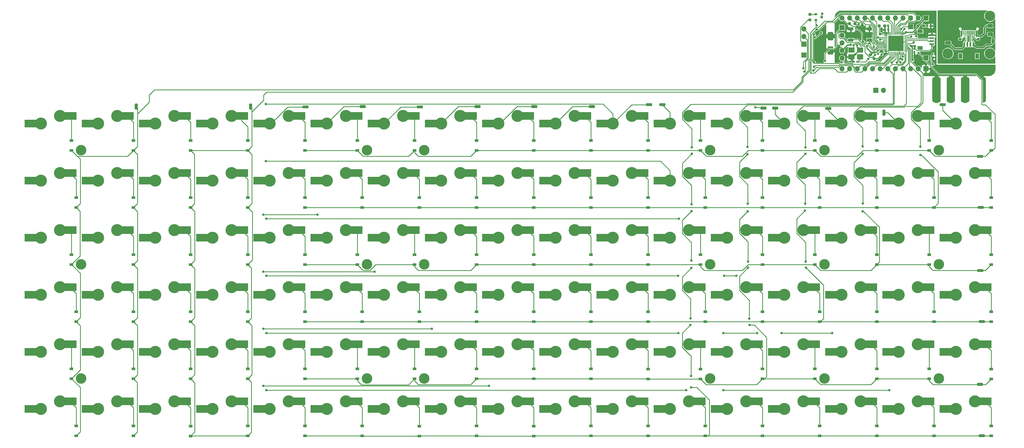
<source format=gbl>
G04 #@! TF.GenerationSoftware,KiCad,Pcbnew,(5.1.10)-1*
G04 #@! TF.CreationDate,2021-12-08T12:26:08-03:00*
G04 #@! TF.ProjectId,Poto-Rev2,506f746f-2d52-4657-9632-2e6b69636164,C3*
G04 #@! TF.SameCoordinates,Original*
G04 #@! TF.FileFunction,Copper,L2,Bot*
G04 #@! TF.FilePolarity,Positive*
%FSLAX46Y46*%
G04 Gerber Fmt 4.6, Leading zero omitted, Abs format (unit mm)*
G04 Created by KiCad (PCBNEW (5.1.10)-1) date 2021-12-08 12:26:08*
%MOMM*%
%LPD*%
G01*
G04 APERTURE LIST*
G04 #@! TA.AperFunction,ComponentPad*
%ADD10C,3.500000*%
G04 #@! TD*
G04 #@! TA.AperFunction,SMDPad,CuDef*
%ADD11R,1.800000X1.100000*%
G04 #@! TD*
G04 #@! TA.AperFunction,ComponentPad*
%ADD12C,4.000000*%
G04 #@! TD*
G04 #@! TA.AperFunction,ComponentPad*
%ADD13C,0.800000*%
G04 #@! TD*
G04 #@! TA.AperFunction,SMDPad,CuDef*
%ADD14R,4.500000X2.500000*%
G04 #@! TD*
G04 #@! TA.AperFunction,ComponentPad*
%ADD15O,1.700000X1.700000*%
G04 #@! TD*
G04 #@! TA.AperFunction,ComponentPad*
%ADD16R,1.700000X1.700000*%
G04 #@! TD*
G04 #@! TA.AperFunction,SMDPad,CuDef*
%ADD17R,0.900000X0.800000*%
G04 #@! TD*
G04 #@! TA.AperFunction,SMDPad,CuDef*
%ADD18R,5.200000X5.200000*%
G04 #@! TD*
G04 #@! TA.AperFunction,ComponentPad*
%ADD19R,0.850000X0.850000*%
G04 #@! TD*
G04 #@! TA.AperFunction,SMDPad,CuDef*
%ADD20R,1.200000X0.900000*%
G04 #@! TD*
G04 #@! TA.AperFunction,SMDPad,CuDef*
%ADD21R,1.200000X1.800000*%
G04 #@! TD*
G04 #@! TA.AperFunction,SMDPad,CuDef*
%ADD22R,0.600000X1.550000*%
G04 #@! TD*
G04 #@! TA.AperFunction,SMDPad,CuDef*
%ADD23R,1.550000X0.600000*%
G04 #@! TD*
G04 #@! TA.AperFunction,SMDPad,CuDef*
%ADD24R,1.800000X1.200000*%
G04 #@! TD*
G04 #@! TA.AperFunction,ComponentPad*
%ADD25O,1.100000X2.200000*%
G04 #@! TD*
G04 #@! TA.AperFunction,ComponentPad*
%ADD26O,1.300000X1.900000*%
G04 #@! TD*
G04 #@! TA.AperFunction,SMDPad,CuDef*
%ADD27R,0.250000X0.550000*%
G04 #@! TD*
G04 #@! TA.AperFunction,SMDPad,CuDef*
%ADD28R,0.300000X0.550000*%
G04 #@! TD*
G04 #@! TA.AperFunction,SMDPad,CuDef*
%ADD29R,2.100000X1.800000*%
G04 #@! TD*
G04 #@! TA.AperFunction,ViaPad*
%ADD30C,0.800000*%
G04 #@! TD*
G04 #@! TA.AperFunction,ViaPad*
%ADD31C,0.450000*%
G04 #@! TD*
G04 #@! TA.AperFunction,ViaPad*
%ADD32C,0.508000*%
G04 #@! TD*
G04 #@! TA.AperFunction,Conductor*
%ADD33C,0.254000*%
G04 #@! TD*
G04 #@! TA.AperFunction,Conductor*
%ADD34C,0.381000*%
G04 #@! TD*
G04 #@! TA.AperFunction,Conductor*
%ADD35C,0.508000*%
G04 #@! TD*
G04 #@! TA.AperFunction,Conductor*
%ADD36C,0.152400*%
G04 #@! TD*
G04 #@! TA.AperFunction,Conductor*
%ADD37C,0.100000*%
G04 #@! TD*
G04 APERTURE END LIST*
G04 #@! TA.AperFunction,SMDPad,CuDef*
G36*
G01*
X348095000Y-117848000D02*
X346595000Y-117848000D01*
G75*
G02*
X346345000Y-117598000I0J250000D01*
G01*
X346345000Y-117098000D01*
G75*
G02*
X346595000Y-116848000I250000J0D01*
G01*
X348095000Y-116848000D01*
G75*
G02*
X348345000Y-117098000I0J-250000D01*
G01*
X348345000Y-117598000D01*
G75*
G02*
X348095000Y-117848000I-250000J0D01*
G01*
G37*
G04 #@! TD.AperFunction*
G04 #@! TA.AperFunction,SMDPad,CuDef*
G36*
G01*
X116340000Y-118733000D02*
X116340000Y-117233000D01*
G75*
G02*
X116590000Y-116983000I250000J0D01*
G01*
X117090000Y-116983000D01*
G75*
G02*
X117340000Y-117233000I0J-250000D01*
G01*
X117340000Y-118733000D01*
G75*
G02*
X117090000Y-118983000I-250000J0D01*
G01*
X116590000Y-118983000D01*
G75*
G02*
X116340000Y-118733000I0J250000D01*
G01*
G37*
G04 #@! TD.AperFunction*
G04 #@! TA.AperFunction,SMDPad,CuDef*
G36*
G01*
X78240000Y-118733000D02*
X78240000Y-117233000D01*
G75*
G02*
X78490000Y-116983000I250000J0D01*
G01*
X78990000Y-116983000D01*
G75*
G02*
X79240000Y-117233000I0J-250000D01*
G01*
X79240000Y-118733000D01*
G75*
G02*
X78990000Y-118983000I-250000J0D01*
G01*
X78490000Y-118983000D01*
G75*
G02*
X78240000Y-118733000I0J250000D01*
G01*
G37*
G04 #@! TD.AperFunction*
G04 #@! TA.AperFunction,SMDPad,CuDef*
G36*
G01*
X361176000Y-228338000D02*
X359676000Y-228338000D01*
G75*
G02*
X359426000Y-228088000I0J250000D01*
G01*
X359426000Y-227588000D01*
G75*
G02*
X359676000Y-227338000I250000J0D01*
G01*
X361176000Y-227338000D01*
G75*
G02*
X361426000Y-227588000I0J-250000D01*
G01*
X361426000Y-228088000D01*
G75*
G02*
X361176000Y-228338000I-250000J0D01*
G01*
G37*
G04 #@! TD.AperFunction*
G04 #@! TA.AperFunction,SMDPad,CuDef*
G36*
G01*
X360541000Y-211193000D02*
X359041000Y-211193000D01*
G75*
G02*
X358791000Y-210943000I0J250000D01*
G01*
X358791000Y-210443000D01*
G75*
G02*
X359041000Y-210193000I250000J0D01*
G01*
X360541000Y-210193000D01*
G75*
G02*
X360791000Y-210443000I0J-250000D01*
G01*
X360791000Y-210943000D01*
G75*
G02*
X360541000Y-211193000I-250000J0D01*
G01*
G37*
G04 #@! TD.AperFunction*
G04 #@! TA.AperFunction,SMDPad,CuDef*
G36*
G01*
X361176000Y-190238000D02*
X359676000Y-190238000D01*
G75*
G02*
X359426000Y-189988000I0J250000D01*
G01*
X359426000Y-189488000D01*
G75*
G02*
X359676000Y-189238000I250000J0D01*
G01*
X361176000Y-189238000D01*
G75*
G02*
X361426000Y-189488000I0J-250000D01*
G01*
X361426000Y-189988000D01*
G75*
G02*
X361176000Y-190238000I-250000J0D01*
G01*
G37*
G04 #@! TD.AperFunction*
G04 #@! TA.AperFunction,SMDPad,CuDef*
G36*
G01*
X360668000Y-173220000D02*
X359168000Y-173220000D01*
G75*
G02*
X358918000Y-172970000I0J250000D01*
G01*
X358918000Y-172470000D01*
G75*
G02*
X359168000Y-172220000I250000J0D01*
G01*
X360668000Y-172220000D01*
G75*
G02*
X360918000Y-172470000I0J-250000D01*
G01*
X360918000Y-172970000D01*
G75*
G02*
X360668000Y-173220000I-250000J0D01*
G01*
G37*
G04 #@! TD.AperFunction*
G04 #@! TA.AperFunction,SMDPad,CuDef*
G36*
G01*
X360795000Y-152138000D02*
X359295000Y-152138000D01*
G75*
G02*
X359045000Y-151888000I0J250000D01*
G01*
X359045000Y-151388000D01*
G75*
G02*
X359295000Y-151138000I250000J0D01*
G01*
X360795000Y-151138000D01*
G75*
G02*
X361045000Y-151388000I0J-250000D01*
G01*
X361045000Y-151888000D01*
G75*
G02*
X360795000Y-152138000I-250000J0D01*
G01*
G37*
G04 #@! TD.AperFunction*
G04 #@! TA.AperFunction,SMDPad,CuDef*
G36*
G01*
X360541000Y-135120000D02*
X359041000Y-135120000D01*
G75*
G02*
X358791000Y-134870000I0J250000D01*
G01*
X358791000Y-134370000D01*
G75*
G02*
X359041000Y-134120000I250000J0D01*
G01*
X360541000Y-134120000D01*
G75*
G02*
X360791000Y-134370000I0J-250000D01*
G01*
X360791000Y-134870000D01*
G75*
G02*
X360541000Y-135120000I-250000J0D01*
G01*
G37*
G04 #@! TD.AperFunction*
G04 #@! TA.AperFunction,SMDPad,CuDef*
G36*
G01*
X135878000Y-118610000D02*
X134378000Y-118610000D01*
G75*
G02*
X134128000Y-118360000I0J250000D01*
G01*
X134128000Y-117860000D01*
G75*
G02*
X134378000Y-117610000I250000J0D01*
G01*
X135878000Y-117610000D01*
G75*
G02*
X136128000Y-117860000I0J-250000D01*
G01*
X136128000Y-118360000D01*
G75*
G02*
X135878000Y-118610000I-250000J0D01*
G01*
G37*
G04 #@! TD.AperFunction*
G04 #@! TA.AperFunction,SMDPad,CuDef*
G36*
G01*
X153428000Y-117483000D02*
X154928000Y-117483000D01*
G75*
G02*
X155178000Y-117733000I0J-250000D01*
G01*
X155178000Y-118233000D01*
G75*
G02*
X154928000Y-118483000I-250000J0D01*
G01*
X153428000Y-118483000D01*
G75*
G02*
X153178000Y-118233000I0J250000D01*
G01*
X153178000Y-117733000D01*
G75*
G02*
X153428000Y-117483000I250000J0D01*
G01*
G37*
G04 #@! TD.AperFunction*
G04 #@! TA.AperFunction,SMDPad,CuDef*
G36*
G01*
X173978000Y-118610000D02*
X172478000Y-118610000D01*
G75*
G02*
X172228000Y-118360000I0J250000D01*
G01*
X172228000Y-117860000D01*
G75*
G02*
X172478000Y-117610000I250000J0D01*
G01*
X173978000Y-117610000D01*
G75*
G02*
X174228000Y-117860000I0J-250000D01*
G01*
X174228000Y-118360000D01*
G75*
G02*
X173978000Y-118610000I-250000J0D01*
G01*
G37*
G04 #@! TD.AperFunction*
G04 #@! TA.AperFunction,SMDPad,CuDef*
G36*
G01*
X193155000Y-118483000D02*
X191655000Y-118483000D01*
G75*
G02*
X191405000Y-118233000I0J250000D01*
G01*
X191405000Y-117733000D01*
G75*
G02*
X191655000Y-117483000I250000J0D01*
G01*
X193155000Y-117483000D01*
G75*
G02*
X193405000Y-117733000I0J-250000D01*
G01*
X193405000Y-118233000D01*
G75*
G02*
X193155000Y-118483000I-250000J0D01*
G01*
G37*
G04 #@! TD.AperFunction*
G04 #@! TA.AperFunction,SMDPad,CuDef*
G36*
G01*
X212078000Y-118483000D02*
X210578000Y-118483000D01*
G75*
G02*
X210328000Y-118233000I0J250000D01*
G01*
X210328000Y-117733000D01*
G75*
G02*
X210578000Y-117483000I250000J0D01*
G01*
X212078000Y-117483000D01*
G75*
G02*
X212328000Y-117733000I0J-250000D01*
G01*
X212328000Y-118233000D01*
G75*
G02*
X212078000Y-118483000I-250000J0D01*
G01*
G37*
G04 #@! TD.AperFunction*
G04 #@! TA.AperFunction,SMDPad,CuDef*
G36*
G01*
X231255000Y-118483000D02*
X229755000Y-118483000D01*
G75*
G02*
X229505000Y-118233000I0J250000D01*
G01*
X229505000Y-117733000D01*
G75*
G02*
X229755000Y-117483000I250000J0D01*
G01*
X231255000Y-117483000D01*
G75*
G02*
X231505000Y-117733000I0J-250000D01*
G01*
X231505000Y-118233000D01*
G75*
G02*
X231255000Y-118483000I-250000J0D01*
G01*
G37*
G04 #@! TD.AperFunction*
G04 #@! TA.AperFunction,SMDPad,CuDef*
G36*
G01*
X250305000Y-117848000D02*
X248805000Y-117848000D01*
G75*
G02*
X248555000Y-117598000I0J250000D01*
G01*
X248555000Y-117098000D01*
G75*
G02*
X248805000Y-116848000I250000J0D01*
G01*
X250305000Y-116848000D01*
G75*
G02*
X250555000Y-117098000I0J-250000D01*
G01*
X250555000Y-117598000D01*
G75*
G02*
X250305000Y-117848000I-250000J0D01*
G01*
G37*
G04 #@! TD.AperFunction*
G04 #@! TA.AperFunction,SMDPad,CuDef*
G36*
G01*
X254750000Y-117848000D02*
X253250000Y-117848000D01*
G75*
G02*
X253000000Y-117598000I0J250000D01*
G01*
X253000000Y-117098000D01*
G75*
G02*
X253250000Y-116848000I250000J0D01*
G01*
X254750000Y-116848000D01*
G75*
G02*
X255000000Y-117098000I0J-250000D01*
G01*
X255000000Y-117598000D01*
G75*
G02*
X254750000Y-117848000I-250000J0D01*
G01*
G37*
G04 #@! TD.AperFunction*
G04 #@! TA.AperFunction,SMDPad,CuDef*
G36*
G01*
X288405000Y-118991000D02*
X286905000Y-118991000D01*
G75*
G02*
X286655000Y-118741000I0J250000D01*
G01*
X286655000Y-118241000D01*
G75*
G02*
X286905000Y-117991000I250000J0D01*
G01*
X288405000Y-117991000D01*
G75*
G02*
X288655000Y-118241000I0J-250000D01*
G01*
X288655000Y-118741000D01*
G75*
G02*
X288405000Y-118991000I-250000J0D01*
G01*
G37*
G04 #@! TD.AperFunction*
G04 #@! TA.AperFunction,SMDPad,CuDef*
G36*
G01*
X292342000Y-118991000D02*
X290842000Y-118991000D01*
G75*
G02*
X290592000Y-118741000I0J250000D01*
G01*
X290592000Y-118241000D01*
G75*
G02*
X290842000Y-117991000I250000J0D01*
G01*
X292342000Y-117991000D01*
G75*
G02*
X292592000Y-118241000I0J-250000D01*
G01*
X292592000Y-118741000D01*
G75*
G02*
X292342000Y-118991000I-250000J0D01*
G01*
G37*
G04 #@! TD.AperFunction*
G04 #@! TA.AperFunction,SMDPad,CuDef*
G36*
G01*
X309995000Y-119118000D02*
X308495000Y-119118000D01*
G75*
G02*
X308245000Y-118868000I0J250000D01*
G01*
X308245000Y-118368000D01*
G75*
G02*
X308495000Y-118118000I250000J0D01*
G01*
X309995000Y-118118000D01*
G75*
G02*
X310245000Y-118368000I0J-250000D01*
G01*
X310245000Y-118868000D01*
G75*
G02*
X309995000Y-119118000I-250000J0D01*
G01*
G37*
G04 #@! TD.AperFunction*
G04 #@! TA.AperFunction,SMDPad,CuDef*
G36*
G01*
X328287000Y-119265000D02*
X328287000Y-120765000D01*
G75*
G02*
X328037000Y-121015000I-250000J0D01*
G01*
X327537000Y-121015000D01*
G75*
G02*
X327287000Y-120765000I0J250000D01*
G01*
X327287000Y-119265000D01*
G75*
G02*
X327537000Y-119015000I250000J0D01*
G01*
X328037000Y-119015000D01*
G75*
G02*
X328287000Y-119265000I0J-250000D01*
G01*
G37*
G04 #@! TD.AperFunction*
G04 #@! TA.AperFunction,SMDPad,CuDef*
G36*
G01*
X319787500Y-90391000D02*
X319787500Y-90711000D01*
G75*
G02*
X319627500Y-90871000I-160000J0D01*
G01*
X319182500Y-90871000D01*
G75*
G02*
X319022500Y-90711000I0J160000D01*
G01*
X319022500Y-90391000D01*
G75*
G02*
X319182500Y-90231000I160000J0D01*
G01*
X319627500Y-90231000D01*
G75*
G02*
X319787500Y-90391000I0J-160000D01*
G01*
G37*
G04 #@! TD.AperFunction*
G04 #@! TA.AperFunction,SMDPad,CuDef*
G36*
G01*
X320932500Y-90391000D02*
X320932500Y-90711000D01*
G75*
G02*
X320772500Y-90871000I-160000J0D01*
G01*
X320327500Y-90871000D01*
G75*
G02*
X320167500Y-90711000I0J160000D01*
G01*
X320167500Y-90391000D01*
G75*
G02*
X320327500Y-90231000I160000J0D01*
G01*
X320772500Y-90231000D01*
G75*
G02*
X320932500Y-90391000I0J-160000D01*
G01*
G37*
G04 #@! TD.AperFunction*
G04 #@! TA.AperFunction,SMDPad,CuDef*
G36*
G01*
X342609500Y-90899000D02*
X342609500Y-91219000D01*
G75*
G02*
X342449500Y-91379000I-160000J0D01*
G01*
X342004500Y-91379000D01*
G75*
G02*
X341844500Y-91219000I0J160000D01*
G01*
X341844500Y-90899000D01*
G75*
G02*
X342004500Y-90739000I160000J0D01*
G01*
X342449500Y-90739000D01*
G75*
G02*
X342609500Y-90899000I0J-160000D01*
G01*
G37*
G04 #@! TD.AperFunction*
G04 #@! TA.AperFunction,SMDPad,CuDef*
G36*
G01*
X343754500Y-90899000D02*
X343754500Y-91219000D01*
G75*
G02*
X343594500Y-91379000I-160000J0D01*
G01*
X343149500Y-91379000D01*
G75*
G02*
X342989500Y-91219000I0J160000D01*
G01*
X342989500Y-90899000D01*
G75*
G02*
X343149500Y-90739000I160000J0D01*
G01*
X343594500Y-90739000D01*
G75*
G02*
X343754500Y-90899000I0J-160000D01*
G01*
G37*
G04 #@! TD.AperFunction*
D10*
X60325000Y-132556250D03*
X60325000Y-170656250D03*
X60325000Y-208756250D03*
X155575000Y-132556250D03*
X155575000Y-170656250D03*
X155575000Y-208756250D03*
X174625000Y-208756250D03*
X174625000Y-170656250D03*
X174625000Y-132556250D03*
X269875000Y-132556250D03*
X269875000Y-170656250D03*
X269875000Y-208756250D03*
X307975000Y-132556250D03*
X307975000Y-170656250D03*
X307975000Y-208756250D03*
X346075000Y-208756250D03*
X346075000Y-170656250D03*
X346075000Y-132556250D03*
D11*
X316749500Y-95766500D03*
X322949500Y-95766500D03*
X316749500Y-92066500D03*
X322949500Y-92066500D03*
D12*
X300990000Y-159226250D03*
X294640000Y-161766250D03*
D13*
X289560000Y-161004250D03*
X306070000Y-158464250D03*
X289560000Y-162528250D03*
X306070000Y-159988250D03*
D14*
X291365000Y-161766250D03*
X304292000Y-159226250D03*
D12*
X339090000Y-159226250D03*
X332740000Y-161766250D03*
D13*
X327660000Y-161004250D03*
X344170000Y-158464250D03*
X327660000Y-162528250D03*
X344170000Y-159988250D03*
D14*
X329465000Y-161766250D03*
X342392000Y-159226250D03*
D12*
X262890000Y-159226250D03*
X256540000Y-161766250D03*
D13*
X251460000Y-161004250D03*
X267970000Y-158464250D03*
X251460000Y-162528250D03*
X267970000Y-159988250D03*
D14*
X253265000Y-161766250D03*
X266192000Y-159226250D03*
D12*
X167640000Y-159226250D03*
X161290000Y-161766250D03*
D13*
X156210000Y-161004250D03*
X172720000Y-158464250D03*
X156210000Y-162528250D03*
X172720000Y-159988250D03*
D14*
X158015000Y-161766250D03*
X170942000Y-159226250D03*
D12*
X358140000Y-121126250D03*
X351790000Y-123666250D03*
D13*
X346710000Y-122904250D03*
X363220000Y-120364250D03*
X346710000Y-124428250D03*
X363220000Y-121888250D03*
D14*
X348515000Y-123666250D03*
X361442000Y-121126250D03*
D15*
X327660000Y-112522000D03*
D16*
X325120000Y-112522000D03*
D15*
X301117000Y-92075000D03*
X301117000Y-94615000D03*
D16*
X301117000Y-97155000D03*
X301117000Y-100806250D03*
D12*
X110490000Y-159226250D03*
X104140000Y-161766250D03*
D13*
X99060000Y-161004250D03*
X115570000Y-158464250D03*
X99060000Y-162528250D03*
X115570000Y-159988250D03*
D14*
X100865000Y-161766250D03*
X113792000Y-159226250D03*
D12*
X110490000Y-121126250D03*
X104140000Y-123666250D03*
D13*
X99060000Y-122904250D03*
X115570000Y-120364250D03*
X99060000Y-124428250D03*
X115570000Y-121888250D03*
D14*
X100865000Y-123666250D03*
X113792000Y-121126250D03*
D12*
X91440000Y-121126250D03*
X85090000Y-123666250D03*
D13*
X80010000Y-122904250D03*
X96520000Y-120364250D03*
X80010000Y-124428250D03*
X96520000Y-121888250D03*
D14*
X81815000Y-123666250D03*
X94742000Y-121126250D03*
D12*
X72390000Y-140176250D03*
X66040000Y-142716250D03*
D13*
X60960000Y-141954250D03*
X77470000Y-139414250D03*
X60960000Y-143478250D03*
X77470000Y-140938250D03*
D14*
X62765000Y-142716250D03*
X75692000Y-140176250D03*
D12*
X72390000Y-197326250D03*
X66040000Y-199866250D03*
D13*
X60960000Y-199104250D03*
X77470000Y-196564250D03*
X60960000Y-200628250D03*
X77470000Y-198088250D03*
D14*
X62765000Y-199866250D03*
X75692000Y-197326250D03*
D12*
X53340000Y-197326250D03*
X46990000Y-199866250D03*
D13*
X41910000Y-199104250D03*
X58420000Y-196564250D03*
X41910000Y-200628250D03*
X58420000Y-198088250D03*
D14*
X43715000Y-199866250D03*
X56642000Y-197326250D03*
D12*
X91440000Y-178276250D03*
X85090000Y-180816250D03*
D13*
X80010000Y-180054250D03*
X96520000Y-177514250D03*
X80010000Y-181578250D03*
X96520000Y-179038250D03*
D14*
X81815000Y-180816250D03*
X94742000Y-178276250D03*
D17*
X307101750Y-88138000D03*
X305101750Y-87188000D03*
X305101750Y-89088000D03*
G04 #@! TA.AperFunction,SMDPad,CuDef*
G36*
G01*
X302911500Y-88563000D02*
X303386500Y-88563000D01*
G75*
G02*
X303624000Y-88800500I0J-237500D01*
G01*
X303624000Y-89300500D01*
G75*
G02*
X303386500Y-89538000I-237500J0D01*
G01*
X302911500Y-89538000D01*
G75*
G02*
X302674000Y-89300500I0J237500D01*
G01*
X302674000Y-88800500D01*
G75*
G02*
X302911500Y-88563000I237500J0D01*
G01*
G37*
G04 #@! TD.AperFunction*
G04 #@! TA.AperFunction,SMDPad,CuDef*
G36*
G01*
X302911500Y-86738000D02*
X303386500Y-86738000D01*
G75*
G02*
X303624000Y-86975500I0J-237500D01*
G01*
X303624000Y-87475500D01*
G75*
G02*
X303386500Y-87713000I-237500J0D01*
G01*
X302911500Y-87713000D01*
G75*
G02*
X302674000Y-87475500I0J237500D01*
G01*
X302674000Y-86975500D01*
G75*
G02*
X302911500Y-86738000I237500J0D01*
G01*
G37*
G04 #@! TD.AperFunction*
D12*
X53340000Y-121126250D03*
X46990000Y-123666250D03*
D13*
X41910000Y-122904250D03*
X58420000Y-120364250D03*
X41910000Y-124428250D03*
X58420000Y-121888250D03*
D14*
X43715000Y-123666250D03*
X56642000Y-121126250D03*
D12*
X72390000Y-159226250D03*
X66040000Y-161766250D03*
D13*
X60960000Y-161004250D03*
X77470000Y-158464250D03*
X60960000Y-162528250D03*
X77470000Y-159988250D03*
D14*
X62765000Y-161766250D03*
X75692000Y-159226250D03*
G04 #@! TA.AperFunction,SMDPad,CuDef*
G36*
G01*
X337792000Y-98315500D02*
X338102000Y-98315500D01*
G75*
G02*
X338257000Y-98470500I0J-155000D01*
G01*
X338257000Y-98895500D01*
G75*
G02*
X338102000Y-99050500I-155000J0D01*
G01*
X337792000Y-99050500D01*
G75*
G02*
X337637000Y-98895500I0J155000D01*
G01*
X337637000Y-98470500D01*
G75*
G02*
X337792000Y-98315500I155000J0D01*
G01*
G37*
G04 #@! TD.AperFunction*
G04 #@! TA.AperFunction,SMDPad,CuDef*
G36*
G01*
X337792000Y-99450500D02*
X338102000Y-99450500D01*
G75*
G02*
X338257000Y-99605500I0J-155000D01*
G01*
X338257000Y-100030500D01*
G75*
G02*
X338102000Y-100185500I-155000J0D01*
G01*
X337792000Y-100185500D01*
G75*
G02*
X337637000Y-100030500I0J155000D01*
G01*
X337637000Y-99605500D01*
G75*
G02*
X337792000Y-99450500I155000J0D01*
G01*
G37*
G04 #@! TD.AperFunction*
D12*
X167640000Y-216376250D03*
X161290000Y-218916250D03*
D13*
X156210000Y-218154250D03*
X172720000Y-215614250D03*
X156210000Y-219678250D03*
X172720000Y-217138250D03*
D14*
X158015000Y-218916250D03*
X170942000Y-216376250D03*
D12*
X205740000Y-140176250D03*
X199390000Y-142716250D03*
D13*
X194310000Y-141954250D03*
X210820000Y-139414250D03*
X194310000Y-143478250D03*
X210820000Y-140938250D03*
D14*
X196115000Y-142716250D03*
X209042000Y-140176250D03*
D12*
X186690000Y-216376250D03*
X180340000Y-218916250D03*
D13*
X175260000Y-218154250D03*
X191770000Y-215614250D03*
X175260000Y-219678250D03*
X191770000Y-217138250D03*
D14*
X177065000Y-218916250D03*
X189992000Y-216376250D03*
D12*
X205740000Y-197326250D03*
X199390000Y-199866250D03*
D13*
X194310000Y-199104250D03*
X210820000Y-196564250D03*
X194310000Y-200628250D03*
X210820000Y-198088250D03*
D14*
X196115000Y-199866250D03*
X209042000Y-197326250D03*
D12*
X186690000Y-197326250D03*
X180340000Y-199866250D03*
D13*
X175260000Y-199104250D03*
X191770000Y-196564250D03*
X175260000Y-200628250D03*
X191770000Y-198088250D03*
D14*
X177065000Y-199866250D03*
X189992000Y-197326250D03*
D12*
X72390000Y-216376250D03*
X66040000Y-218916250D03*
D13*
X60960000Y-218154250D03*
X77470000Y-215614250D03*
X60960000Y-219678250D03*
X77470000Y-217138250D03*
D14*
X62765000Y-218916250D03*
X75692000Y-216376250D03*
D12*
X91440000Y-197326250D03*
X85090000Y-199866250D03*
D13*
X80010000Y-199104250D03*
X96520000Y-196564250D03*
X80010000Y-200628250D03*
X96520000Y-198088250D03*
D14*
X81815000Y-199866250D03*
X94742000Y-197326250D03*
D12*
X186690000Y-121126250D03*
X180340000Y-123666250D03*
D13*
X175260000Y-122904250D03*
X191770000Y-120364250D03*
X175260000Y-124428250D03*
X191770000Y-121888250D03*
D14*
X177065000Y-123666250D03*
X189992000Y-121126250D03*
D12*
X186690000Y-178276250D03*
X180340000Y-180816250D03*
D13*
X175260000Y-180054250D03*
X191770000Y-177514250D03*
X175260000Y-181578250D03*
X191770000Y-179038250D03*
D14*
X177065000Y-180816250D03*
X189992000Y-178276250D03*
D12*
X167640000Y-121126250D03*
X161290000Y-123666250D03*
D13*
X156210000Y-122904250D03*
X172720000Y-120364250D03*
X156210000Y-124428250D03*
X172720000Y-121888250D03*
D14*
X158015000Y-123666250D03*
X170942000Y-121126250D03*
D12*
X167640000Y-140176250D03*
X161290000Y-142716250D03*
D13*
X156210000Y-141954250D03*
X172720000Y-139414250D03*
X156210000Y-143478250D03*
X172720000Y-140938250D03*
D14*
X158015000Y-142716250D03*
X170942000Y-140176250D03*
D12*
X186690000Y-159226250D03*
X180340000Y-161766250D03*
D13*
X175260000Y-161004250D03*
X191770000Y-158464250D03*
X175260000Y-162528250D03*
X191770000Y-159988250D03*
D14*
X177065000Y-161766250D03*
X189992000Y-159226250D03*
D12*
X167640000Y-197326250D03*
X161290000Y-199866250D03*
D13*
X156210000Y-199104250D03*
X172720000Y-196564250D03*
X156210000Y-200628250D03*
X172720000Y-198088250D03*
D14*
X158015000Y-199866250D03*
X170942000Y-197326250D03*
D12*
X205740000Y-178276250D03*
X199390000Y-180816250D03*
D13*
X194310000Y-180054250D03*
X210820000Y-177514250D03*
X194310000Y-181578250D03*
X210820000Y-179038250D03*
D14*
X196115000Y-180816250D03*
X209042000Y-178276250D03*
D12*
X167640000Y-178276250D03*
X161290000Y-180816250D03*
D13*
X156210000Y-180054250D03*
X172720000Y-177514250D03*
X156210000Y-181578250D03*
X172720000Y-179038250D03*
D14*
X158015000Y-180816250D03*
X170942000Y-178276250D03*
D12*
X205740000Y-216376250D03*
X199390000Y-218916250D03*
D13*
X194310000Y-218154250D03*
X210820000Y-215614250D03*
X194310000Y-219678250D03*
X210820000Y-217138250D03*
D14*
X196115000Y-218916250D03*
X209042000Y-216376250D03*
G04 #@! TA.AperFunction,SMDPad,CuDef*
G36*
G01*
X335662500Y-94338500D02*
X335662500Y-94463500D01*
G75*
G02*
X335600000Y-94526000I-62500J0D01*
G01*
X334650000Y-94526000D01*
G75*
G02*
X334587500Y-94463500I0J62500D01*
G01*
X334587500Y-94338500D01*
G75*
G02*
X334650000Y-94276000I62500J0D01*
G01*
X335600000Y-94276000D01*
G75*
G02*
X335662500Y-94338500I0J-62500D01*
G01*
G37*
G04 #@! TD.AperFunction*
G04 #@! TA.AperFunction,SMDPad,CuDef*
G36*
G01*
X335662500Y-94838500D02*
X335662500Y-94963500D01*
G75*
G02*
X335600000Y-95026000I-62500J0D01*
G01*
X334650000Y-95026000D01*
G75*
G02*
X334587500Y-94963500I0J62500D01*
G01*
X334587500Y-94838500D01*
G75*
G02*
X334650000Y-94776000I62500J0D01*
G01*
X335600000Y-94776000D01*
G75*
G02*
X335662500Y-94838500I0J-62500D01*
G01*
G37*
G04 #@! TD.AperFunction*
G04 #@! TA.AperFunction,SMDPad,CuDef*
G36*
G01*
X335662500Y-95338500D02*
X335662500Y-95463500D01*
G75*
G02*
X335600000Y-95526000I-62500J0D01*
G01*
X334650000Y-95526000D01*
G75*
G02*
X334587500Y-95463500I0J62500D01*
G01*
X334587500Y-95338500D01*
G75*
G02*
X334650000Y-95276000I62500J0D01*
G01*
X335600000Y-95276000D01*
G75*
G02*
X335662500Y-95338500I0J-62500D01*
G01*
G37*
G04 #@! TD.AperFunction*
G04 #@! TA.AperFunction,SMDPad,CuDef*
G36*
G01*
X335662500Y-95838500D02*
X335662500Y-95963500D01*
G75*
G02*
X335600000Y-96026000I-62500J0D01*
G01*
X334650000Y-96026000D01*
G75*
G02*
X334587500Y-95963500I0J62500D01*
G01*
X334587500Y-95838500D01*
G75*
G02*
X334650000Y-95776000I62500J0D01*
G01*
X335600000Y-95776000D01*
G75*
G02*
X335662500Y-95838500I0J-62500D01*
G01*
G37*
G04 #@! TD.AperFunction*
G04 #@! TA.AperFunction,SMDPad,CuDef*
G36*
G01*
X335662500Y-96338500D02*
X335662500Y-96463500D01*
G75*
G02*
X335600000Y-96526000I-62500J0D01*
G01*
X334650000Y-96526000D01*
G75*
G02*
X334587500Y-96463500I0J62500D01*
G01*
X334587500Y-96338500D01*
G75*
G02*
X334650000Y-96276000I62500J0D01*
G01*
X335600000Y-96276000D01*
G75*
G02*
X335662500Y-96338500I0J-62500D01*
G01*
G37*
G04 #@! TD.AperFunction*
G04 #@! TA.AperFunction,SMDPad,CuDef*
G36*
G01*
X335662500Y-96838500D02*
X335662500Y-96963500D01*
G75*
G02*
X335600000Y-97026000I-62500J0D01*
G01*
X334650000Y-97026000D01*
G75*
G02*
X334587500Y-96963500I0J62500D01*
G01*
X334587500Y-96838500D01*
G75*
G02*
X334650000Y-96776000I62500J0D01*
G01*
X335600000Y-96776000D01*
G75*
G02*
X335662500Y-96838500I0J-62500D01*
G01*
G37*
G04 #@! TD.AperFunction*
G04 #@! TA.AperFunction,SMDPad,CuDef*
G36*
G01*
X335662500Y-97338500D02*
X335662500Y-97463500D01*
G75*
G02*
X335600000Y-97526000I-62500J0D01*
G01*
X334650000Y-97526000D01*
G75*
G02*
X334587500Y-97463500I0J62500D01*
G01*
X334587500Y-97338500D01*
G75*
G02*
X334650000Y-97276000I62500J0D01*
G01*
X335600000Y-97276000D01*
G75*
G02*
X335662500Y-97338500I0J-62500D01*
G01*
G37*
G04 #@! TD.AperFunction*
G04 #@! TA.AperFunction,SMDPad,CuDef*
G36*
G01*
X335662500Y-97838500D02*
X335662500Y-97963500D01*
G75*
G02*
X335600000Y-98026000I-62500J0D01*
G01*
X334650000Y-98026000D01*
G75*
G02*
X334587500Y-97963500I0J62500D01*
G01*
X334587500Y-97838500D01*
G75*
G02*
X334650000Y-97776000I62500J0D01*
G01*
X335600000Y-97776000D01*
G75*
G02*
X335662500Y-97838500I0J-62500D01*
G01*
G37*
G04 #@! TD.AperFunction*
G04 #@! TA.AperFunction,SMDPad,CuDef*
G36*
G01*
X335662500Y-98338500D02*
X335662500Y-98463500D01*
G75*
G02*
X335600000Y-98526000I-62500J0D01*
G01*
X334650000Y-98526000D01*
G75*
G02*
X334587500Y-98463500I0J62500D01*
G01*
X334587500Y-98338500D01*
G75*
G02*
X334650000Y-98276000I62500J0D01*
G01*
X335600000Y-98276000D01*
G75*
G02*
X335662500Y-98338500I0J-62500D01*
G01*
G37*
G04 #@! TD.AperFunction*
G04 #@! TA.AperFunction,SMDPad,CuDef*
G36*
G01*
X335662500Y-98838500D02*
X335662500Y-98963500D01*
G75*
G02*
X335600000Y-99026000I-62500J0D01*
G01*
X334650000Y-99026000D01*
G75*
G02*
X334587500Y-98963500I0J62500D01*
G01*
X334587500Y-98838500D01*
G75*
G02*
X334650000Y-98776000I62500J0D01*
G01*
X335600000Y-98776000D01*
G75*
G02*
X335662500Y-98838500I0J-62500D01*
G01*
G37*
G04 #@! TD.AperFunction*
G04 #@! TA.AperFunction,SMDPad,CuDef*
G36*
G01*
X335662500Y-99338500D02*
X335662500Y-99463500D01*
G75*
G02*
X335600000Y-99526000I-62500J0D01*
G01*
X334650000Y-99526000D01*
G75*
G02*
X334587500Y-99463500I0J62500D01*
G01*
X334587500Y-99338500D01*
G75*
G02*
X334650000Y-99276000I62500J0D01*
G01*
X335600000Y-99276000D01*
G75*
G02*
X335662500Y-99338500I0J-62500D01*
G01*
G37*
G04 #@! TD.AperFunction*
G04 #@! TA.AperFunction,SMDPad,CuDef*
G36*
G01*
X334412500Y-99763500D02*
X334412500Y-100713500D01*
G75*
G02*
X334350000Y-100776000I-62500J0D01*
G01*
X334225000Y-100776000D01*
G75*
G02*
X334162500Y-100713500I0J62500D01*
G01*
X334162500Y-99763500D01*
G75*
G02*
X334225000Y-99701000I62500J0D01*
G01*
X334350000Y-99701000D01*
G75*
G02*
X334412500Y-99763500I0J-62500D01*
G01*
G37*
G04 #@! TD.AperFunction*
G04 #@! TA.AperFunction,SMDPad,CuDef*
G36*
G01*
X333912500Y-99763500D02*
X333912500Y-100713500D01*
G75*
G02*
X333850000Y-100776000I-62500J0D01*
G01*
X333725000Y-100776000D01*
G75*
G02*
X333662500Y-100713500I0J62500D01*
G01*
X333662500Y-99763500D01*
G75*
G02*
X333725000Y-99701000I62500J0D01*
G01*
X333850000Y-99701000D01*
G75*
G02*
X333912500Y-99763500I0J-62500D01*
G01*
G37*
G04 #@! TD.AperFunction*
G04 #@! TA.AperFunction,SMDPad,CuDef*
G36*
G01*
X333412500Y-99763500D02*
X333412500Y-100713500D01*
G75*
G02*
X333350000Y-100776000I-62500J0D01*
G01*
X333225000Y-100776000D01*
G75*
G02*
X333162500Y-100713500I0J62500D01*
G01*
X333162500Y-99763500D01*
G75*
G02*
X333225000Y-99701000I62500J0D01*
G01*
X333350000Y-99701000D01*
G75*
G02*
X333412500Y-99763500I0J-62500D01*
G01*
G37*
G04 #@! TD.AperFunction*
G04 #@! TA.AperFunction,SMDPad,CuDef*
G36*
G01*
X332912500Y-99763500D02*
X332912500Y-100713500D01*
G75*
G02*
X332850000Y-100776000I-62500J0D01*
G01*
X332725000Y-100776000D01*
G75*
G02*
X332662500Y-100713500I0J62500D01*
G01*
X332662500Y-99763500D01*
G75*
G02*
X332725000Y-99701000I62500J0D01*
G01*
X332850000Y-99701000D01*
G75*
G02*
X332912500Y-99763500I0J-62500D01*
G01*
G37*
G04 #@! TD.AperFunction*
G04 #@! TA.AperFunction,SMDPad,CuDef*
G36*
G01*
X332412500Y-99763500D02*
X332412500Y-100713500D01*
G75*
G02*
X332350000Y-100776000I-62500J0D01*
G01*
X332225000Y-100776000D01*
G75*
G02*
X332162500Y-100713500I0J62500D01*
G01*
X332162500Y-99763500D01*
G75*
G02*
X332225000Y-99701000I62500J0D01*
G01*
X332350000Y-99701000D01*
G75*
G02*
X332412500Y-99763500I0J-62500D01*
G01*
G37*
G04 #@! TD.AperFunction*
G04 #@! TA.AperFunction,SMDPad,CuDef*
G36*
G01*
X331912500Y-99763500D02*
X331912500Y-100713500D01*
G75*
G02*
X331850000Y-100776000I-62500J0D01*
G01*
X331725000Y-100776000D01*
G75*
G02*
X331662500Y-100713500I0J62500D01*
G01*
X331662500Y-99763500D01*
G75*
G02*
X331725000Y-99701000I62500J0D01*
G01*
X331850000Y-99701000D01*
G75*
G02*
X331912500Y-99763500I0J-62500D01*
G01*
G37*
G04 #@! TD.AperFunction*
G04 #@! TA.AperFunction,SMDPad,CuDef*
G36*
G01*
X331412500Y-99763500D02*
X331412500Y-100713500D01*
G75*
G02*
X331350000Y-100776000I-62500J0D01*
G01*
X331225000Y-100776000D01*
G75*
G02*
X331162500Y-100713500I0J62500D01*
G01*
X331162500Y-99763500D01*
G75*
G02*
X331225000Y-99701000I62500J0D01*
G01*
X331350000Y-99701000D01*
G75*
G02*
X331412500Y-99763500I0J-62500D01*
G01*
G37*
G04 #@! TD.AperFunction*
G04 #@! TA.AperFunction,SMDPad,CuDef*
G36*
G01*
X330912500Y-99763500D02*
X330912500Y-100713500D01*
G75*
G02*
X330850000Y-100776000I-62500J0D01*
G01*
X330725000Y-100776000D01*
G75*
G02*
X330662500Y-100713500I0J62500D01*
G01*
X330662500Y-99763500D01*
G75*
G02*
X330725000Y-99701000I62500J0D01*
G01*
X330850000Y-99701000D01*
G75*
G02*
X330912500Y-99763500I0J-62500D01*
G01*
G37*
G04 #@! TD.AperFunction*
G04 #@! TA.AperFunction,SMDPad,CuDef*
G36*
G01*
X330412500Y-99763500D02*
X330412500Y-100713500D01*
G75*
G02*
X330350000Y-100776000I-62500J0D01*
G01*
X330225000Y-100776000D01*
G75*
G02*
X330162500Y-100713500I0J62500D01*
G01*
X330162500Y-99763500D01*
G75*
G02*
X330225000Y-99701000I62500J0D01*
G01*
X330350000Y-99701000D01*
G75*
G02*
X330412500Y-99763500I0J-62500D01*
G01*
G37*
G04 #@! TD.AperFunction*
G04 #@! TA.AperFunction,SMDPad,CuDef*
G36*
G01*
X329912500Y-99763500D02*
X329912500Y-100713500D01*
G75*
G02*
X329850000Y-100776000I-62500J0D01*
G01*
X329725000Y-100776000D01*
G75*
G02*
X329662500Y-100713500I0J62500D01*
G01*
X329662500Y-99763500D01*
G75*
G02*
X329725000Y-99701000I62500J0D01*
G01*
X329850000Y-99701000D01*
G75*
G02*
X329912500Y-99763500I0J-62500D01*
G01*
G37*
G04 #@! TD.AperFunction*
G04 #@! TA.AperFunction,SMDPad,CuDef*
G36*
G01*
X329412500Y-99763500D02*
X329412500Y-100713500D01*
G75*
G02*
X329350000Y-100776000I-62500J0D01*
G01*
X329225000Y-100776000D01*
G75*
G02*
X329162500Y-100713500I0J62500D01*
G01*
X329162500Y-99763500D01*
G75*
G02*
X329225000Y-99701000I62500J0D01*
G01*
X329350000Y-99701000D01*
G75*
G02*
X329412500Y-99763500I0J-62500D01*
G01*
G37*
G04 #@! TD.AperFunction*
G04 #@! TA.AperFunction,SMDPad,CuDef*
G36*
G01*
X328987500Y-99338500D02*
X328987500Y-99463500D01*
G75*
G02*
X328925000Y-99526000I-62500J0D01*
G01*
X327975000Y-99526000D01*
G75*
G02*
X327912500Y-99463500I0J62500D01*
G01*
X327912500Y-99338500D01*
G75*
G02*
X327975000Y-99276000I62500J0D01*
G01*
X328925000Y-99276000D01*
G75*
G02*
X328987500Y-99338500I0J-62500D01*
G01*
G37*
G04 #@! TD.AperFunction*
G04 #@! TA.AperFunction,SMDPad,CuDef*
G36*
G01*
X328987500Y-98838500D02*
X328987500Y-98963500D01*
G75*
G02*
X328925000Y-99026000I-62500J0D01*
G01*
X327975000Y-99026000D01*
G75*
G02*
X327912500Y-98963500I0J62500D01*
G01*
X327912500Y-98838500D01*
G75*
G02*
X327975000Y-98776000I62500J0D01*
G01*
X328925000Y-98776000D01*
G75*
G02*
X328987500Y-98838500I0J-62500D01*
G01*
G37*
G04 #@! TD.AperFunction*
G04 #@! TA.AperFunction,SMDPad,CuDef*
G36*
G01*
X328987500Y-98338500D02*
X328987500Y-98463500D01*
G75*
G02*
X328925000Y-98526000I-62500J0D01*
G01*
X327975000Y-98526000D01*
G75*
G02*
X327912500Y-98463500I0J62500D01*
G01*
X327912500Y-98338500D01*
G75*
G02*
X327975000Y-98276000I62500J0D01*
G01*
X328925000Y-98276000D01*
G75*
G02*
X328987500Y-98338500I0J-62500D01*
G01*
G37*
G04 #@! TD.AperFunction*
G04 #@! TA.AperFunction,SMDPad,CuDef*
G36*
G01*
X328987500Y-97838500D02*
X328987500Y-97963500D01*
G75*
G02*
X328925000Y-98026000I-62500J0D01*
G01*
X327975000Y-98026000D01*
G75*
G02*
X327912500Y-97963500I0J62500D01*
G01*
X327912500Y-97838500D01*
G75*
G02*
X327975000Y-97776000I62500J0D01*
G01*
X328925000Y-97776000D01*
G75*
G02*
X328987500Y-97838500I0J-62500D01*
G01*
G37*
G04 #@! TD.AperFunction*
G04 #@! TA.AperFunction,SMDPad,CuDef*
G36*
G01*
X328987500Y-97338500D02*
X328987500Y-97463500D01*
G75*
G02*
X328925000Y-97526000I-62500J0D01*
G01*
X327975000Y-97526000D01*
G75*
G02*
X327912500Y-97463500I0J62500D01*
G01*
X327912500Y-97338500D01*
G75*
G02*
X327975000Y-97276000I62500J0D01*
G01*
X328925000Y-97276000D01*
G75*
G02*
X328987500Y-97338500I0J-62500D01*
G01*
G37*
G04 #@! TD.AperFunction*
G04 #@! TA.AperFunction,SMDPad,CuDef*
G36*
G01*
X328987500Y-96838500D02*
X328987500Y-96963500D01*
G75*
G02*
X328925000Y-97026000I-62500J0D01*
G01*
X327975000Y-97026000D01*
G75*
G02*
X327912500Y-96963500I0J62500D01*
G01*
X327912500Y-96838500D01*
G75*
G02*
X327975000Y-96776000I62500J0D01*
G01*
X328925000Y-96776000D01*
G75*
G02*
X328987500Y-96838500I0J-62500D01*
G01*
G37*
G04 #@! TD.AperFunction*
G04 #@! TA.AperFunction,SMDPad,CuDef*
G36*
G01*
X328987500Y-96338500D02*
X328987500Y-96463500D01*
G75*
G02*
X328925000Y-96526000I-62500J0D01*
G01*
X327975000Y-96526000D01*
G75*
G02*
X327912500Y-96463500I0J62500D01*
G01*
X327912500Y-96338500D01*
G75*
G02*
X327975000Y-96276000I62500J0D01*
G01*
X328925000Y-96276000D01*
G75*
G02*
X328987500Y-96338500I0J-62500D01*
G01*
G37*
G04 #@! TD.AperFunction*
G04 #@! TA.AperFunction,SMDPad,CuDef*
G36*
G01*
X328987500Y-95838500D02*
X328987500Y-95963500D01*
G75*
G02*
X328925000Y-96026000I-62500J0D01*
G01*
X327975000Y-96026000D01*
G75*
G02*
X327912500Y-95963500I0J62500D01*
G01*
X327912500Y-95838500D01*
G75*
G02*
X327975000Y-95776000I62500J0D01*
G01*
X328925000Y-95776000D01*
G75*
G02*
X328987500Y-95838500I0J-62500D01*
G01*
G37*
G04 #@! TD.AperFunction*
G04 #@! TA.AperFunction,SMDPad,CuDef*
G36*
G01*
X328987500Y-95338500D02*
X328987500Y-95463500D01*
G75*
G02*
X328925000Y-95526000I-62500J0D01*
G01*
X327975000Y-95526000D01*
G75*
G02*
X327912500Y-95463500I0J62500D01*
G01*
X327912500Y-95338500D01*
G75*
G02*
X327975000Y-95276000I62500J0D01*
G01*
X328925000Y-95276000D01*
G75*
G02*
X328987500Y-95338500I0J-62500D01*
G01*
G37*
G04 #@! TD.AperFunction*
G04 #@! TA.AperFunction,SMDPad,CuDef*
G36*
G01*
X328987500Y-94838500D02*
X328987500Y-94963500D01*
G75*
G02*
X328925000Y-95026000I-62500J0D01*
G01*
X327975000Y-95026000D01*
G75*
G02*
X327912500Y-94963500I0J62500D01*
G01*
X327912500Y-94838500D01*
G75*
G02*
X327975000Y-94776000I62500J0D01*
G01*
X328925000Y-94776000D01*
G75*
G02*
X328987500Y-94838500I0J-62500D01*
G01*
G37*
G04 #@! TD.AperFunction*
G04 #@! TA.AperFunction,SMDPad,CuDef*
G36*
G01*
X328987500Y-94338500D02*
X328987500Y-94463500D01*
G75*
G02*
X328925000Y-94526000I-62500J0D01*
G01*
X327975000Y-94526000D01*
G75*
G02*
X327912500Y-94463500I0J62500D01*
G01*
X327912500Y-94338500D01*
G75*
G02*
X327975000Y-94276000I62500J0D01*
G01*
X328925000Y-94276000D01*
G75*
G02*
X328987500Y-94338500I0J-62500D01*
G01*
G37*
G04 #@! TD.AperFunction*
G04 #@! TA.AperFunction,SMDPad,CuDef*
G36*
G01*
X329412500Y-93088500D02*
X329412500Y-94038500D01*
G75*
G02*
X329350000Y-94101000I-62500J0D01*
G01*
X329225000Y-94101000D01*
G75*
G02*
X329162500Y-94038500I0J62500D01*
G01*
X329162500Y-93088500D01*
G75*
G02*
X329225000Y-93026000I62500J0D01*
G01*
X329350000Y-93026000D01*
G75*
G02*
X329412500Y-93088500I0J-62500D01*
G01*
G37*
G04 #@! TD.AperFunction*
G04 #@! TA.AperFunction,SMDPad,CuDef*
G36*
G01*
X329912500Y-93088500D02*
X329912500Y-94038500D01*
G75*
G02*
X329850000Y-94101000I-62500J0D01*
G01*
X329725000Y-94101000D01*
G75*
G02*
X329662500Y-94038500I0J62500D01*
G01*
X329662500Y-93088500D01*
G75*
G02*
X329725000Y-93026000I62500J0D01*
G01*
X329850000Y-93026000D01*
G75*
G02*
X329912500Y-93088500I0J-62500D01*
G01*
G37*
G04 #@! TD.AperFunction*
G04 #@! TA.AperFunction,SMDPad,CuDef*
G36*
G01*
X330412500Y-93088500D02*
X330412500Y-94038500D01*
G75*
G02*
X330350000Y-94101000I-62500J0D01*
G01*
X330225000Y-94101000D01*
G75*
G02*
X330162500Y-94038500I0J62500D01*
G01*
X330162500Y-93088500D01*
G75*
G02*
X330225000Y-93026000I62500J0D01*
G01*
X330350000Y-93026000D01*
G75*
G02*
X330412500Y-93088500I0J-62500D01*
G01*
G37*
G04 #@! TD.AperFunction*
G04 #@! TA.AperFunction,SMDPad,CuDef*
G36*
G01*
X330912500Y-93088500D02*
X330912500Y-94038500D01*
G75*
G02*
X330850000Y-94101000I-62500J0D01*
G01*
X330725000Y-94101000D01*
G75*
G02*
X330662500Y-94038500I0J62500D01*
G01*
X330662500Y-93088500D01*
G75*
G02*
X330725000Y-93026000I62500J0D01*
G01*
X330850000Y-93026000D01*
G75*
G02*
X330912500Y-93088500I0J-62500D01*
G01*
G37*
G04 #@! TD.AperFunction*
G04 #@! TA.AperFunction,SMDPad,CuDef*
G36*
G01*
X331412500Y-93088500D02*
X331412500Y-94038500D01*
G75*
G02*
X331350000Y-94101000I-62500J0D01*
G01*
X331225000Y-94101000D01*
G75*
G02*
X331162500Y-94038500I0J62500D01*
G01*
X331162500Y-93088500D01*
G75*
G02*
X331225000Y-93026000I62500J0D01*
G01*
X331350000Y-93026000D01*
G75*
G02*
X331412500Y-93088500I0J-62500D01*
G01*
G37*
G04 #@! TD.AperFunction*
G04 #@! TA.AperFunction,SMDPad,CuDef*
G36*
G01*
X331912500Y-93088500D02*
X331912500Y-94038500D01*
G75*
G02*
X331850000Y-94101000I-62500J0D01*
G01*
X331725000Y-94101000D01*
G75*
G02*
X331662500Y-94038500I0J62500D01*
G01*
X331662500Y-93088500D01*
G75*
G02*
X331725000Y-93026000I62500J0D01*
G01*
X331850000Y-93026000D01*
G75*
G02*
X331912500Y-93088500I0J-62500D01*
G01*
G37*
G04 #@! TD.AperFunction*
G04 #@! TA.AperFunction,SMDPad,CuDef*
G36*
G01*
X332412500Y-93088500D02*
X332412500Y-94038500D01*
G75*
G02*
X332350000Y-94101000I-62500J0D01*
G01*
X332225000Y-94101000D01*
G75*
G02*
X332162500Y-94038500I0J62500D01*
G01*
X332162500Y-93088500D01*
G75*
G02*
X332225000Y-93026000I62500J0D01*
G01*
X332350000Y-93026000D01*
G75*
G02*
X332412500Y-93088500I0J-62500D01*
G01*
G37*
G04 #@! TD.AperFunction*
G04 #@! TA.AperFunction,SMDPad,CuDef*
G36*
G01*
X332912500Y-93088500D02*
X332912500Y-94038500D01*
G75*
G02*
X332850000Y-94101000I-62500J0D01*
G01*
X332725000Y-94101000D01*
G75*
G02*
X332662500Y-94038500I0J62500D01*
G01*
X332662500Y-93088500D01*
G75*
G02*
X332725000Y-93026000I62500J0D01*
G01*
X332850000Y-93026000D01*
G75*
G02*
X332912500Y-93088500I0J-62500D01*
G01*
G37*
G04 #@! TD.AperFunction*
G04 #@! TA.AperFunction,SMDPad,CuDef*
G36*
G01*
X333412500Y-93088500D02*
X333412500Y-94038500D01*
G75*
G02*
X333350000Y-94101000I-62500J0D01*
G01*
X333225000Y-94101000D01*
G75*
G02*
X333162500Y-94038500I0J62500D01*
G01*
X333162500Y-93088500D01*
G75*
G02*
X333225000Y-93026000I62500J0D01*
G01*
X333350000Y-93026000D01*
G75*
G02*
X333412500Y-93088500I0J-62500D01*
G01*
G37*
G04 #@! TD.AperFunction*
G04 #@! TA.AperFunction,SMDPad,CuDef*
G36*
G01*
X333912500Y-93088500D02*
X333912500Y-94038500D01*
G75*
G02*
X333850000Y-94101000I-62500J0D01*
G01*
X333725000Y-94101000D01*
G75*
G02*
X333662500Y-94038500I0J62500D01*
G01*
X333662500Y-93088500D01*
G75*
G02*
X333725000Y-93026000I62500J0D01*
G01*
X333850000Y-93026000D01*
G75*
G02*
X333912500Y-93088500I0J-62500D01*
G01*
G37*
G04 #@! TD.AperFunction*
G04 #@! TA.AperFunction,SMDPad,CuDef*
G36*
G01*
X334412500Y-93088500D02*
X334412500Y-94038500D01*
G75*
G02*
X334350000Y-94101000I-62500J0D01*
G01*
X334225000Y-94101000D01*
G75*
G02*
X334162500Y-94038500I0J62500D01*
G01*
X334162500Y-93088500D01*
G75*
G02*
X334225000Y-93026000I62500J0D01*
G01*
X334350000Y-93026000D01*
G75*
G02*
X334412500Y-93088500I0J-62500D01*
G01*
G37*
G04 #@! TD.AperFunction*
D18*
X331787500Y-96901000D03*
D16*
X336677000Y-91313000D03*
X313817000Y-91630500D03*
D15*
X313817000Y-94170500D03*
X313817000Y-96710500D03*
X313817000Y-99250500D03*
X313817000Y-101790500D03*
G04 #@! TA.AperFunction,SMDPad,CuDef*
G36*
G01*
X329611000Y-92174000D02*
X329611000Y-92484000D01*
G75*
G02*
X329456000Y-92639000I-155000J0D01*
G01*
X329031000Y-92639000D01*
G75*
G02*
X328876000Y-92484000I0J155000D01*
G01*
X328876000Y-92174000D01*
G75*
G02*
X329031000Y-92019000I155000J0D01*
G01*
X329456000Y-92019000D01*
G75*
G02*
X329611000Y-92174000I0J-155000D01*
G01*
G37*
G04 #@! TD.AperFunction*
G04 #@! TA.AperFunction,SMDPad,CuDef*
G36*
G01*
X328476000Y-92174000D02*
X328476000Y-92484000D01*
G75*
G02*
X328321000Y-92639000I-155000J0D01*
G01*
X327896000Y-92639000D01*
G75*
G02*
X327741000Y-92484000I0J155000D01*
G01*
X327741000Y-92174000D01*
G75*
G02*
X327896000Y-92019000I155000J0D01*
G01*
X328321000Y-92019000D01*
G75*
G02*
X328476000Y-92174000I0J-155000D01*
G01*
G37*
G04 #@! TD.AperFunction*
D19*
X326517000Y-93726000D03*
G04 #@! TA.AperFunction,SMDPad,CuDef*
G36*
G01*
X333156500Y-101681000D02*
X333466500Y-101681000D01*
G75*
G02*
X333621500Y-101836000I0J-155000D01*
G01*
X333621500Y-102261000D01*
G75*
G02*
X333466500Y-102416000I-155000J0D01*
G01*
X333156500Y-102416000D01*
G75*
G02*
X333001500Y-102261000I0J155000D01*
G01*
X333001500Y-101836000D01*
G75*
G02*
X333156500Y-101681000I155000J0D01*
G01*
G37*
G04 #@! TD.AperFunction*
G04 #@! TA.AperFunction,SMDPad,CuDef*
G36*
G01*
X333156500Y-102816000D02*
X333466500Y-102816000D01*
G75*
G02*
X333621500Y-102971000I0J-155000D01*
G01*
X333621500Y-103396000D01*
G75*
G02*
X333466500Y-103551000I-155000J0D01*
G01*
X333156500Y-103551000D01*
G75*
G02*
X333001500Y-103396000I0J155000D01*
G01*
X333001500Y-102971000D01*
G75*
G02*
X333156500Y-102816000I155000J0D01*
G01*
G37*
G04 #@! TD.AperFunction*
G04 #@! TA.AperFunction,SMDPad,CuDef*
G36*
G01*
X333134500Y-92230000D02*
X333134500Y-91920000D01*
G75*
G02*
X333289500Y-91765000I155000J0D01*
G01*
X333714500Y-91765000D01*
G75*
G02*
X333869500Y-91920000I0J-155000D01*
G01*
X333869500Y-92230000D01*
G75*
G02*
X333714500Y-92385000I-155000J0D01*
G01*
X333289500Y-92385000D01*
G75*
G02*
X333134500Y-92230000I0J155000D01*
G01*
G37*
G04 #@! TD.AperFunction*
G04 #@! TA.AperFunction,SMDPad,CuDef*
G36*
G01*
X334269500Y-92230000D02*
X334269500Y-91920000D01*
G75*
G02*
X334424500Y-91765000I155000J0D01*
G01*
X334849500Y-91765000D01*
G75*
G02*
X335004500Y-91920000I0J-155000D01*
G01*
X335004500Y-92230000D01*
G75*
G02*
X334849500Y-92385000I-155000J0D01*
G01*
X334424500Y-92385000D01*
G75*
G02*
X334269500Y-92230000I0J155000D01*
G01*
G37*
G04 #@! TD.AperFunction*
G04 #@! TA.AperFunction,SMDPad,CuDef*
G36*
G01*
X319324000Y-102905500D02*
X319324000Y-103215500D01*
G75*
G02*
X319169000Y-103370500I-155000J0D01*
G01*
X318744000Y-103370500D01*
G75*
G02*
X318589000Y-103215500I0J155000D01*
G01*
X318589000Y-102905500D01*
G75*
G02*
X318744000Y-102750500I155000J0D01*
G01*
X319169000Y-102750500D01*
G75*
G02*
X319324000Y-102905500I0J-155000D01*
G01*
G37*
G04 #@! TD.AperFunction*
G04 #@! TA.AperFunction,SMDPad,CuDef*
G36*
G01*
X318189000Y-102905500D02*
X318189000Y-103215500D01*
G75*
G02*
X318034000Y-103370500I-155000J0D01*
G01*
X317609000Y-103370500D01*
G75*
G02*
X317454000Y-103215500I0J155000D01*
G01*
X317454000Y-102905500D01*
G75*
G02*
X317609000Y-102750500I155000J0D01*
G01*
X318034000Y-102750500D01*
G75*
G02*
X318189000Y-102905500I0J-155000D01*
G01*
G37*
G04 #@! TD.AperFunction*
G04 #@! TA.AperFunction,SMDPad,CuDef*
G36*
G01*
X317327000Y-97627500D02*
X317327000Y-97317500D01*
G75*
G02*
X317482000Y-97162500I155000J0D01*
G01*
X317907000Y-97162500D01*
G75*
G02*
X318062000Y-97317500I0J-155000D01*
G01*
X318062000Y-97627500D01*
G75*
G02*
X317907000Y-97782500I-155000J0D01*
G01*
X317482000Y-97782500D01*
G75*
G02*
X317327000Y-97627500I0J155000D01*
G01*
G37*
G04 #@! TD.AperFunction*
G04 #@! TA.AperFunction,SMDPad,CuDef*
G36*
G01*
X318462000Y-97627500D02*
X318462000Y-97317500D01*
G75*
G02*
X318617000Y-97162500I155000J0D01*
G01*
X319042000Y-97162500D01*
G75*
G02*
X319197000Y-97317500I0J-155000D01*
G01*
X319197000Y-97627500D01*
G75*
G02*
X319042000Y-97782500I-155000J0D01*
G01*
X318617000Y-97782500D01*
G75*
G02*
X318462000Y-97627500I0J155000D01*
G01*
G37*
G04 #@! TD.AperFunction*
G04 #@! TA.AperFunction,SMDPad,CuDef*
G36*
G01*
X325663500Y-98887000D02*
X325973500Y-98887000D01*
G75*
G02*
X326128500Y-99042000I0J-155000D01*
G01*
X326128500Y-99467000D01*
G75*
G02*
X325973500Y-99622000I-155000J0D01*
G01*
X325663500Y-99622000D01*
G75*
G02*
X325508500Y-99467000I0J155000D01*
G01*
X325508500Y-99042000D01*
G75*
G02*
X325663500Y-98887000I155000J0D01*
G01*
G37*
G04 #@! TD.AperFunction*
G04 #@! TA.AperFunction,SMDPad,CuDef*
G36*
G01*
X325663500Y-100022000D02*
X325973500Y-100022000D01*
G75*
G02*
X326128500Y-100177000I0J-155000D01*
G01*
X326128500Y-100602000D01*
G75*
G02*
X325973500Y-100757000I-155000J0D01*
G01*
X325663500Y-100757000D01*
G75*
G02*
X325508500Y-100602000I0J155000D01*
G01*
X325508500Y-100177000D01*
G75*
G02*
X325663500Y-100022000I155000J0D01*
G01*
G37*
G04 #@! TD.AperFunction*
G04 #@! TA.AperFunction,SMDPad,CuDef*
G36*
G01*
X343888000Y-100089500D02*
X344198000Y-100089500D01*
G75*
G02*
X344353000Y-100244500I0J-155000D01*
G01*
X344353000Y-100669500D01*
G75*
G02*
X344198000Y-100824500I-155000J0D01*
G01*
X343888000Y-100824500D01*
G75*
G02*
X343733000Y-100669500I0J155000D01*
G01*
X343733000Y-100244500D01*
G75*
G02*
X343888000Y-100089500I155000J0D01*
G01*
G37*
G04 #@! TD.AperFunction*
G04 #@! TA.AperFunction,SMDPad,CuDef*
G36*
G01*
X343888000Y-101224500D02*
X344198000Y-101224500D01*
G75*
G02*
X344353000Y-101379500I0J-155000D01*
G01*
X344353000Y-101804500D01*
G75*
G02*
X344198000Y-101959500I-155000J0D01*
G01*
X343888000Y-101959500D01*
G75*
G02*
X343733000Y-101804500I0J155000D01*
G01*
X343733000Y-101379500D01*
G75*
G02*
X343888000Y-101224500I155000J0D01*
G01*
G37*
G04 #@! TD.AperFunction*
D20*
X192087500Y-132618750D03*
X192087500Y-129318750D03*
X173037500Y-227931250D03*
X173037500Y-224631250D03*
X211137500Y-151668750D03*
X211137500Y-148368750D03*
X171450000Y-208818750D03*
X171450000Y-205518750D03*
X115887500Y-208818750D03*
X115887500Y-205518750D03*
X171450000Y-132618750D03*
X171450000Y-129318750D03*
X230187500Y-170718750D03*
X230187500Y-167418750D03*
X134937500Y-132618750D03*
X134937500Y-129318750D03*
X192087500Y-208818750D03*
X192087500Y-205518750D03*
X153987500Y-189768750D03*
X153987500Y-186468750D03*
X211137500Y-132618750D03*
X211137500Y-129318750D03*
X211137500Y-170718750D03*
X211137500Y-167418750D03*
X152400000Y-132618750D03*
X152400000Y-129318750D03*
X192087500Y-151668750D03*
X192087500Y-148368750D03*
X173037500Y-189768750D03*
X173037500Y-186468750D03*
X115887500Y-189768750D03*
X115887500Y-186468750D03*
X115887500Y-227868750D03*
X115887500Y-224568750D03*
X230187500Y-132618750D03*
X230187500Y-129318750D03*
X153987500Y-151668750D03*
X153987500Y-148368750D03*
X152400000Y-208818750D03*
X152400000Y-205518750D03*
X230187500Y-151668750D03*
X230187500Y-148368750D03*
X192087500Y-170718750D03*
X192087500Y-167418750D03*
X134937500Y-170718750D03*
X134937500Y-167418750D03*
X134937500Y-151668750D03*
X134937500Y-148368750D03*
X134937500Y-227868750D03*
X134937500Y-224568750D03*
X211137500Y-227931250D03*
X211137500Y-224631250D03*
X211137500Y-208818750D03*
X211137500Y-205518750D03*
X192087500Y-227868750D03*
X192087500Y-224568750D03*
X134937500Y-208818750D03*
X134937500Y-205518750D03*
X152400000Y-170718750D03*
X152400000Y-167418750D03*
X173037500Y-151668750D03*
X173037500Y-148368750D03*
X192087500Y-189768750D03*
X192087500Y-186468750D03*
X153987500Y-227868750D03*
X153987500Y-224568750D03*
X211137500Y-189768750D03*
X211137500Y-186468750D03*
X134937500Y-189768750D03*
X134937500Y-186468750D03*
X171450000Y-170718750D03*
X171450000Y-167418750D03*
X77787500Y-189768750D03*
X77787500Y-186468750D03*
X77787500Y-227868750D03*
X77787500Y-224568750D03*
X58737500Y-189768750D03*
X58737500Y-186468750D03*
X96837500Y-189768750D03*
X96837500Y-186468750D03*
X96837500Y-208818750D03*
X96837500Y-205518750D03*
X77787500Y-208818750D03*
X77787500Y-205518750D03*
X115887500Y-170718750D03*
X115887500Y-167418750D03*
G04 #@! TA.AperFunction,SMDPad,CuDef*
G36*
G01*
X352912000Y-95136250D02*
X353462000Y-95136250D01*
G75*
G02*
X353662000Y-95336250I0J-200000D01*
G01*
X353662000Y-95736250D01*
G75*
G02*
X353462000Y-95936250I-200000J0D01*
G01*
X352912000Y-95936250D01*
G75*
G02*
X352712000Y-95736250I0J200000D01*
G01*
X352712000Y-95336250D01*
G75*
G02*
X352912000Y-95136250I200000J0D01*
G01*
G37*
G04 #@! TD.AperFunction*
G04 #@! TA.AperFunction,SMDPad,CuDef*
G36*
G01*
X352912000Y-96786250D02*
X353462000Y-96786250D01*
G75*
G02*
X353662000Y-96986250I0J-200000D01*
G01*
X353662000Y-97386250D01*
G75*
G02*
X353462000Y-97586250I-200000J0D01*
G01*
X352912000Y-97586250D01*
G75*
G02*
X352712000Y-97386250I0J200000D01*
G01*
X352712000Y-96986250D01*
G75*
G02*
X352912000Y-96786250I200000J0D01*
G01*
G37*
G04 #@! TD.AperFunction*
X115887500Y-132618750D03*
X115887500Y-129318750D03*
D10*
X349106000Y-100275250D03*
D20*
X77787500Y-170718750D03*
X77787500Y-167418750D03*
X96837500Y-132618750D03*
X96837500Y-129318750D03*
G04 #@! TA.AperFunction,SMDPad,CuDef*
G36*
G01*
X362595000Y-90414250D02*
X363845000Y-90414250D01*
G75*
G02*
X364095000Y-90664250I0J-250000D01*
G01*
X364095000Y-91414250D01*
G75*
G02*
X363845000Y-91664250I-250000J0D01*
G01*
X362595000Y-91664250D01*
G75*
G02*
X362345000Y-91414250I0J250000D01*
G01*
X362345000Y-90664250D01*
G75*
G02*
X362595000Y-90414250I250000J0D01*
G01*
G37*
G04 #@! TD.AperFunction*
G04 #@! TA.AperFunction,SMDPad,CuDef*
G36*
G01*
X362595000Y-93214250D02*
X363845000Y-93214250D01*
G75*
G02*
X364095000Y-93464250I0J-250000D01*
G01*
X364095000Y-94214250D01*
G75*
G02*
X363845000Y-94464250I-250000J0D01*
G01*
X362595000Y-94464250D01*
G75*
G02*
X362345000Y-94214250I0J250000D01*
G01*
X362345000Y-93464250D01*
G75*
G02*
X362595000Y-93214250I250000J0D01*
G01*
G37*
G04 #@! TD.AperFunction*
X58737500Y-151668750D03*
X58737500Y-148368750D03*
X115887500Y-151668750D03*
X115887500Y-148368750D03*
X96837500Y-170718750D03*
X96837500Y-167418750D03*
X57150000Y-208818750D03*
X57150000Y-205518750D03*
X96837500Y-151668750D03*
X96837500Y-148368750D03*
X325437500Y-151668750D03*
X325437500Y-148368750D03*
X306387500Y-151668750D03*
X306387500Y-148368750D03*
D21*
X353306000Y-101125250D03*
X358906000Y-101125250D03*
D22*
X357606000Y-97250250D03*
X356606000Y-97250250D03*
X354606000Y-97250250D03*
X355606000Y-97250250D03*
D23*
X343738000Y-95131000D03*
X343738000Y-94131000D03*
X343738000Y-96131000D03*
X343738000Y-97131000D03*
D24*
X339863000Y-98431000D03*
X339863000Y-92831000D03*
D10*
X363106000Y-87775250D03*
D20*
X287337500Y-189768750D03*
X287337500Y-186468750D03*
D10*
X349106000Y-87775250D03*
D25*
X360408000Y-92575250D03*
D26*
X360408000Y-88375250D03*
X351808000Y-88375250D03*
G04 #@! TA.AperFunction,SMDPad,CuDef*
G36*
G01*
X352558000Y-93925250D02*
X352558000Y-92775250D01*
G75*
G02*
X352708000Y-92625250I150000J0D01*
G01*
X353008000Y-92625250D01*
G75*
G02*
X353158000Y-92775250I0J-150000D01*
G01*
X353158000Y-93925250D01*
G75*
G02*
X353008000Y-94075250I-150000J0D01*
G01*
X352708000Y-94075250D01*
G75*
G02*
X352558000Y-93925250I0J150000D01*
G01*
G37*
G04 #@! TD.AperFunction*
G04 #@! TA.AperFunction,SMDPad,CuDef*
G36*
G01*
X354208000Y-94000250D02*
X354208000Y-92700250D01*
G75*
G02*
X354283000Y-92625250I75000J0D01*
G01*
X354433000Y-92625250D01*
G75*
G02*
X354508000Y-92700250I0J-75000D01*
G01*
X354508000Y-94000250D01*
G75*
G02*
X354433000Y-94075250I-75000J0D01*
G01*
X354283000Y-94075250D01*
G75*
G02*
X354208000Y-94000250I0J75000D01*
G01*
G37*
G04 #@! TD.AperFunction*
G04 #@! TA.AperFunction,SMDPad,CuDef*
G36*
G01*
X354708000Y-94000250D02*
X354708000Y-92700250D01*
G75*
G02*
X354783000Y-92625250I75000J0D01*
G01*
X354933000Y-92625250D01*
G75*
G02*
X355008000Y-92700250I0J-75000D01*
G01*
X355008000Y-94000250D01*
G75*
G02*
X354933000Y-94075250I-75000J0D01*
G01*
X354783000Y-94075250D01*
G75*
G02*
X354708000Y-94000250I0J75000D01*
G01*
G37*
G04 #@! TD.AperFunction*
G04 #@! TA.AperFunction,SMDPad,CuDef*
G36*
G01*
X355208000Y-94000250D02*
X355208000Y-92700250D01*
G75*
G02*
X355283000Y-92625250I75000J0D01*
G01*
X355433000Y-92625250D01*
G75*
G02*
X355508000Y-92700250I0J-75000D01*
G01*
X355508000Y-94000250D01*
G75*
G02*
X355433000Y-94075250I-75000J0D01*
G01*
X355283000Y-94075250D01*
G75*
G02*
X355208000Y-94000250I0J75000D01*
G01*
G37*
G04 #@! TD.AperFunction*
G04 #@! TA.AperFunction,SMDPad,CuDef*
G36*
G01*
X355704000Y-94000250D02*
X355704000Y-92700250D01*
G75*
G02*
X355779000Y-92625250I75000J0D01*
G01*
X355929000Y-92625250D01*
G75*
G02*
X356004000Y-92700250I0J-75000D01*
G01*
X356004000Y-94000250D01*
G75*
G02*
X355929000Y-94075250I-75000J0D01*
G01*
X355779000Y-94075250D01*
G75*
G02*
X355704000Y-94000250I0J75000D01*
G01*
G37*
G04 #@! TD.AperFunction*
G04 #@! TA.AperFunction,SMDPad,CuDef*
G36*
G01*
X357708000Y-94000250D02*
X357708000Y-92700250D01*
G75*
G02*
X357783000Y-92625250I75000J0D01*
G01*
X357933000Y-92625250D01*
G75*
G02*
X358008000Y-92700250I0J-75000D01*
G01*
X358008000Y-94000250D01*
G75*
G02*
X357933000Y-94075250I-75000J0D01*
G01*
X357783000Y-94075250D01*
G75*
G02*
X357708000Y-94000250I0J75000D01*
G01*
G37*
G04 #@! TD.AperFunction*
G04 #@! TA.AperFunction,SMDPad,CuDef*
G36*
G01*
X357208000Y-94000250D02*
X357208000Y-92700250D01*
G75*
G02*
X357283000Y-92625250I75000J0D01*
G01*
X357433000Y-92625250D01*
G75*
G02*
X357508000Y-92700250I0J-75000D01*
G01*
X357508000Y-94000250D01*
G75*
G02*
X357433000Y-94075250I-75000J0D01*
G01*
X357283000Y-94075250D01*
G75*
G02*
X357208000Y-94000250I0J75000D01*
G01*
G37*
G04 #@! TD.AperFunction*
G04 #@! TA.AperFunction,SMDPad,CuDef*
G36*
G01*
X356708000Y-94000250D02*
X356708000Y-92700250D01*
G75*
G02*
X356783000Y-92625250I75000J0D01*
G01*
X356933000Y-92625250D01*
G75*
G02*
X357008000Y-92700250I0J-75000D01*
G01*
X357008000Y-94000250D01*
G75*
G02*
X356933000Y-94075250I-75000J0D01*
G01*
X356783000Y-94075250D01*
G75*
G02*
X356708000Y-94000250I0J75000D01*
G01*
G37*
G04 #@! TD.AperFunction*
G04 #@! TA.AperFunction,SMDPad,CuDef*
G36*
G01*
X356208000Y-94000250D02*
X356208000Y-92700250D01*
G75*
G02*
X356283000Y-92625250I75000J0D01*
G01*
X356433000Y-92625250D01*
G75*
G02*
X356508000Y-92700250I0J-75000D01*
G01*
X356508000Y-94000250D01*
G75*
G02*
X356433000Y-94075250I-75000J0D01*
G01*
X356283000Y-94075250D01*
G75*
G02*
X356208000Y-94000250I0J75000D01*
G01*
G37*
G04 #@! TD.AperFunction*
D25*
X351808000Y-92575250D03*
G04 #@! TA.AperFunction,SMDPad,CuDef*
G36*
G01*
X353358000Y-93925250D02*
X353358000Y-92775250D01*
G75*
G02*
X353508000Y-92625250I150000J0D01*
G01*
X353808000Y-92625250D01*
G75*
G02*
X353958000Y-92775250I0J-150000D01*
G01*
X353958000Y-93925250D01*
G75*
G02*
X353808000Y-94075250I-150000J0D01*
G01*
X353508000Y-94075250D01*
G75*
G02*
X353358000Y-93925250I0J150000D01*
G01*
G37*
G04 #@! TD.AperFunction*
G04 #@! TA.AperFunction,SMDPad,CuDef*
G36*
G01*
X359058000Y-93925250D02*
X359058000Y-92775250D01*
G75*
G02*
X359208000Y-92625250I150000J0D01*
G01*
X359508000Y-92625250D01*
G75*
G02*
X359658000Y-92775250I0J-150000D01*
G01*
X359658000Y-93925250D01*
G75*
G02*
X359508000Y-94075250I-150000J0D01*
G01*
X359208000Y-94075250D01*
G75*
G02*
X359058000Y-93925250I0J150000D01*
G01*
G37*
G04 #@! TD.AperFunction*
G04 #@! TA.AperFunction,SMDPad,CuDef*
G36*
G01*
X358258000Y-93925250D02*
X358258000Y-92775250D01*
G75*
G02*
X358408000Y-92625250I150000J0D01*
G01*
X358708000Y-92625250D01*
G75*
G02*
X358858000Y-92775250I0J-150000D01*
G01*
X358858000Y-93925250D01*
G75*
G02*
X358708000Y-94075250I-150000J0D01*
G01*
X358408000Y-94075250D01*
G75*
G02*
X358258000Y-93925250I0J150000D01*
G01*
G37*
G04 #@! TD.AperFunction*
D10*
X363106000Y-100275250D03*
G04 #@! TA.AperFunction,SMDPad,CuDef*
G36*
G01*
X349823001Y-97206250D02*
X348422999Y-97206250D01*
G75*
G02*
X348173000Y-96956251I0J249999D01*
G01*
X348173000Y-96406249D01*
G75*
G02*
X348422999Y-96156250I249999J0D01*
G01*
X349823001Y-96156250D01*
G75*
G02*
X350073000Y-96406249I0J-249999D01*
G01*
X350073000Y-96956251D01*
G75*
G02*
X349823001Y-97206250I-249999J0D01*
G01*
G37*
G04 #@! TD.AperFunction*
G04 #@! TA.AperFunction,SMDPad,CuDef*
G36*
G01*
X349823001Y-94056250D02*
X348422999Y-94056250D01*
G75*
G02*
X348173000Y-93806251I0J249999D01*
G01*
X348173000Y-93256249D01*
G75*
G02*
X348422999Y-93006250I249999J0D01*
G01*
X349823001Y-93006250D01*
G75*
G02*
X350073000Y-93256249I0J-249999D01*
G01*
X350073000Y-93806251D01*
G75*
G02*
X349823001Y-94056250I-249999J0D01*
G01*
G37*
G04 #@! TD.AperFunction*
G04 #@! TA.AperFunction,SMDPad,CuDef*
G36*
G01*
X363608000Y-96472250D02*
X363608000Y-95772250D01*
G75*
G02*
X363858000Y-95522250I250000J0D01*
G01*
X364358000Y-95522250D01*
G75*
G02*
X364608000Y-95772250I0J-250000D01*
G01*
X364608000Y-96472250D01*
G75*
G02*
X364358000Y-96722250I-250000J0D01*
G01*
X363858000Y-96722250D01*
G75*
G02*
X363608000Y-96472250I0J250000D01*
G01*
G37*
G04 #@! TD.AperFunction*
G04 #@! TA.AperFunction,SMDPad,CuDef*
G36*
G01*
X360308000Y-96472250D02*
X360308000Y-95772250D01*
G75*
G02*
X360558000Y-95522250I250000J0D01*
G01*
X361058000Y-95522250D01*
G75*
G02*
X361308000Y-95772250I0J-250000D01*
G01*
X361308000Y-96472250D01*
G75*
G02*
X361058000Y-96722250I-250000J0D01*
G01*
X360558000Y-96722250D01*
G75*
G02*
X360308000Y-96472250I0J250000D01*
G01*
G37*
G04 #@! TD.AperFunction*
D20*
X287337500Y-208818750D03*
X287337500Y-205518750D03*
G04 #@! TA.AperFunction,SMDPad,CuDef*
G36*
G01*
X357233000Y-95493650D02*
X357233000Y-95793650D01*
G75*
G02*
X357108000Y-95918650I-125000J0D01*
G01*
X357108000Y-95918650D01*
G75*
G02*
X356983000Y-95793650I0J125000D01*
G01*
X356983000Y-95493650D01*
G75*
G02*
X357108000Y-95368650I125000J0D01*
G01*
X357108000Y-95368650D01*
G75*
G02*
X357233000Y-95493650I0J-125000D01*
G01*
G37*
G04 #@! TD.AperFunction*
D27*
X356608000Y-95643650D03*
D28*
X356108000Y-95643650D03*
D27*
X355608000Y-95643650D03*
X355108000Y-95643650D03*
X356608000Y-94873650D03*
X355108000Y-94873650D03*
X355608000Y-94873650D03*
X357108000Y-94873650D03*
D28*
X356108000Y-94873650D03*
D20*
X342900000Y-170718750D03*
X342900000Y-167418750D03*
G04 #@! TA.AperFunction,SMDPad,CuDef*
G36*
G01*
X358881000Y-95136250D02*
X359431000Y-95136250D01*
G75*
G02*
X359631000Y-95336250I0J-200000D01*
G01*
X359631000Y-95736250D01*
G75*
G02*
X359431000Y-95936250I-200000J0D01*
G01*
X358881000Y-95936250D01*
G75*
G02*
X358681000Y-95736250I0J200000D01*
G01*
X358681000Y-95336250D01*
G75*
G02*
X358881000Y-95136250I200000J0D01*
G01*
G37*
G04 #@! TD.AperFunction*
G04 #@! TA.AperFunction,SMDPad,CuDef*
G36*
G01*
X358881000Y-96786250D02*
X359431000Y-96786250D01*
G75*
G02*
X359631000Y-96986250I0J-200000D01*
G01*
X359631000Y-97386250D01*
G75*
G02*
X359431000Y-97586250I-200000J0D01*
G01*
X358881000Y-97586250D01*
G75*
G02*
X358681000Y-97386250I0J200000D01*
G01*
X358681000Y-96986250D01*
G75*
G02*
X358881000Y-96786250I200000J0D01*
G01*
G37*
G04 #@! TD.AperFunction*
X304800000Y-208818750D03*
X304800000Y-205518750D03*
X325437500Y-227868750D03*
X325437500Y-224568750D03*
X342900000Y-132618750D03*
X342900000Y-129318750D03*
X344487500Y-151668750D03*
X344487500Y-148368750D03*
X306387500Y-227868750D03*
X306387500Y-224568750D03*
X344487500Y-227868750D03*
X344487500Y-224568750D03*
X325437500Y-208818750D03*
X325437500Y-205518750D03*
X287337500Y-227868750D03*
X287337500Y-224568750D03*
D12*
X53340000Y-216376250D03*
X46990000Y-218916250D03*
D13*
X41910000Y-218154250D03*
X58420000Y-215614250D03*
X41910000Y-219678250D03*
X58420000Y-217138250D03*
D14*
X43715000Y-218916250D03*
X56642000Y-216376250D03*
D20*
X306387500Y-189768750D03*
X306387500Y-186468750D03*
X342900000Y-208818750D03*
X342900000Y-205518750D03*
X325437500Y-132618750D03*
X325437500Y-129318750D03*
X304800000Y-170718750D03*
X304800000Y-167418750D03*
X325437500Y-170718750D03*
X325437500Y-167418750D03*
X363537500Y-151668750D03*
X363537500Y-148368750D03*
X363537500Y-227868750D03*
X363537500Y-224568750D03*
X325437500Y-189768750D03*
X325437500Y-186468750D03*
X304800000Y-132618750D03*
X304800000Y-129318750D03*
X344487500Y-189768750D03*
X344487500Y-186468750D03*
D12*
X320040000Y-159226250D03*
X313690000Y-161766250D03*
D13*
X308610000Y-161004250D03*
X325120000Y-158464250D03*
X308610000Y-162528250D03*
X325120000Y-159988250D03*
D14*
X310415000Y-161766250D03*
X323342000Y-159226250D03*
D20*
X363537500Y-170718750D03*
X363537500Y-167418750D03*
X363537500Y-132618750D03*
X363537500Y-129318750D03*
D12*
X358140000Y-159226250D03*
X351790000Y-161766250D03*
D13*
X346710000Y-161004250D03*
X363220000Y-158464250D03*
X346710000Y-162528250D03*
X363220000Y-159988250D03*
D14*
X348515000Y-161766250D03*
X361442000Y-159226250D03*
D12*
X72390000Y-121126250D03*
X66040000Y-123666250D03*
D13*
X60960000Y-122904250D03*
X77470000Y-120364250D03*
X60960000Y-124428250D03*
X77470000Y-121888250D03*
D14*
X62765000Y-123666250D03*
X75692000Y-121126250D03*
D20*
X363537500Y-208881250D03*
X363537500Y-205581250D03*
X363537500Y-189768750D03*
X363537500Y-186468750D03*
D12*
X53340000Y-140176250D03*
X46990000Y-142716250D03*
D13*
X41910000Y-141954250D03*
X58420000Y-139414250D03*
X41910000Y-143478250D03*
X58420000Y-140938250D03*
D14*
X43715000Y-142716250D03*
X56642000Y-140176250D03*
D12*
X53340000Y-159226250D03*
X46990000Y-161766250D03*
D13*
X41910000Y-161004250D03*
X58420000Y-158464250D03*
X41910000Y-162528250D03*
X58420000Y-159988250D03*
D14*
X43715000Y-161766250D03*
X56642000Y-159226250D03*
D12*
X320040000Y-178276250D03*
X313690000Y-180816250D03*
D13*
X308610000Y-180054250D03*
X325120000Y-177514250D03*
X308610000Y-181578250D03*
X325120000Y-179038250D03*
D14*
X310415000Y-180816250D03*
X323342000Y-178276250D03*
D12*
X320040000Y-197326250D03*
X313690000Y-199866250D03*
D13*
X308610000Y-199104250D03*
X325120000Y-196564250D03*
X308610000Y-200628250D03*
X325120000Y-198088250D03*
D14*
X310415000Y-199866250D03*
X323342000Y-197326250D03*
D12*
X339090000Y-197326250D03*
X332740000Y-199866250D03*
D13*
X327660000Y-199104250D03*
X344170000Y-196564250D03*
X327660000Y-200628250D03*
X344170000Y-198088250D03*
D14*
X329465000Y-199866250D03*
X342392000Y-197326250D03*
D12*
X53340000Y-178276250D03*
X46990000Y-180816250D03*
D13*
X41910000Y-180054250D03*
X58420000Y-177514250D03*
X41910000Y-181578250D03*
X58420000Y-179038250D03*
D14*
X43715000Y-180816250D03*
X56642000Y-178276250D03*
D12*
X91440000Y-216376250D03*
X85090000Y-218916250D03*
D13*
X80010000Y-218154250D03*
X96520000Y-215614250D03*
X80010000Y-219678250D03*
X96520000Y-217138250D03*
D14*
X81815000Y-218916250D03*
X94742000Y-216376250D03*
D12*
X358140000Y-178276250D03*
X351790000Y-180816250D03*
D13*
X346710000Y-180054250D03*
X363220000Y-177514250D03*
X346710000Y-181578250D03*
X363220000Y-179038250D03*
D14*
X348515000Y-180816250D03*
X361442000Y-178276250D03*
D12*
X339090000Y-216376250D03*
X332740000Y-218916250D03*
D13*
X327660000Y-218154250D03*
X344170000Y-215614250D03*
X327660000Y-219678250D03*
X344170000Y-217138250D03*
D14*
X329465000Y-218916250D03*
X342392000Y-216376250D03*
D12*
X358140000Y-140176250D03*
X351790000Y-142716250D03*
D13*
X346710000Y-141954250D03*
X363220000Y-139414250D03*
X346710000Y-143478250D03*
X363220000Y-140938250D03*
D14*
X348515000Y-142716250D03*
X361442000Y-140176250D03*
D12*
X72390000Y-178276250D03*
X66040000Y-180816250D03*
D13*
X60960000Y-180054250D03*
X77470000Y-177514250D03*
X60960000Y-181578250D03*
X77470000Y-179038250D03*
D14*
X62765000Y-180816250D03*
X75692000Y-178276250D03*
D12*
X91440000Y-140176250D03*
X85090000Y-142716250D03*
D13*
X80010000Y-141954250D03*
X96520000Y-139414250D03*
X80010000Y-143478250D03*
X96520000Y-140938250D03*
D14*
X81815000Y-142716250D03*
X94742000Y-140176250D03*
D12*
X300990000Y-216376250D03*
X294640000Y-218916250D03*
D13*
X289560000Y-218154250D03*
X306070000Y-215614250D03*
X289560000Y-219678250D03*
X306070000Y-217138250D03*
D14*
X291365000Y-218916250D03*
X304292000Y-216376250D03*
D12*
X339090000Y-178276250D03*
X332740000Y-180816250D03*
D13*
X327660000Y-180054250D03*
X344170000Y-177514250D03*
X327660000Y-181578250D03*
X344170000Y-179038250D03*
D14*
X329465000Y-180816250D03*
X342392000Y-178276250D03*
D12*
X320040000Y-140176250D03*
X313690000Y-142716250D03*
D13*
X308610000Y-141954250D03*
X325120000Y-139414250D03*
X308610000Y-143478250D03*
X325120000Y-140938250D03*
D14*
X310415000Y-142716250D03*
X323342000Y-140176250D03*
D12*
X320040000Y-216376250D03*
X313690000Y-218916250D03*
D13*
X308610000Y-218154250D03*
X325120000Y-215614250D03*
X308610000Y-219678250D03*
X325120000Y-217138250D03*
D14*
X310415000Y-218916250D03*
X323342000Y-216376250D03*
D12*
X300990000Y-197326250D03*
X294640000Y-199866250D03*
D13*
X289560000Y-199104250D03*
X306070000Y-196564250D03*
X289560000Y-200628250D03*
X306070000Y-198088250D03*
D14*
X291365000Y-199866250D03*
X304292000Y-197326250D03*
D12*
X339090000Y-121126250D03*
X332740000Y-123666250D03*
D13*
X327660000Y-122904250D03*
X344170000Y-120364250D03*
X327660000Y-124428250D03*
X344170000Y-121888250D03*
D14*
X329465000Y-123666250D03*
X342392000Y-121126250D03*
D12*
X91440000Y-159226250D03*
X85090000Y-161766250D03*
D13*
X80010000Y-161004250D03*
X96520000Y-158464250D03*
X80010000Y-162528250D03*
X96520000Y-159988250D03*
D14*
X81815000Y-161766250D03*
X94742000Y-159226250D03*
D12*
X300990000Y-178276250D03*
X294640000Y-180816250D03*
D13*
X289560000Y-180054250D03*
X306070000Y-177514250D03*
X289560000Y-181578250D03*
X306070000Y-179038250D03*
D14*
X291365000Y-180816250D03*
X304292000Y-178276250D03*
D12*
X320040000Y-121126250D03*
X313690000Y-123666250D03*
D13*
X308610000Y-122904250D03*
X325120000Y-120364250D03*
X308610000Y-124428250D03*
X325120000Y-121888250D03*
D14*
X310415000Y-123666250D03*
X323342000Y-121126250D03*
G04 #@! TA.AperFunction,SMDPad,CuDef*
G36*
G01*
X338706000Y-91233000D02*
X338706000Y-90758000D01*
G75*
G02*
X338943500Y-90520500I237500J0D01*
G01*
X339443500Y-90520500D01*
G75*
G02*
X339681000Y-90758000I0J-237500D01*
G01*
X339681000Y-91233000D01*
G75*
G02*
X339443500Y-91470500I-237500J0D01*
G01*
X338943500Y-91470500D01*
G75*
G02*
X338706000Y-91233000I0J237500D01*
G01*
G37*
G04 #@! TD.AperFunction*
G04 #@! TA.AperFunction,SMDPad,CuDef*
G36*
G01*
X340531000Y-91233000D02*
X340531000Y-90758000D01*
G75*
G02*
X340768500Y-90520500I237500J0D01*
G01*
X341268500Y-90520500D01*
G75*
G02*
X341506000Y-90758000I0J-237500D01*
G01*
X341506000Y-91233000D01*
G75*
G02*
X341268500Y-91470500I-237500J0D01*
G01*
X340768500Y-91470500D01*
G75*
G02*
X340531000Y-91233000I0J237500D01*
G01*
G37*
G04 #@! TD.AperFunction*
D12*
X186690000Y-140176250D03*
X180340000Y-142716250D03*
D13*
X175260000Y-141954250D03*
X191770000Y-139414250D03*
X175260000Y-143478250D03*
X191770000Y-140938250D03*
D14*
X177065000Y-142716250D03*
X189992000Y-140176250D03*
D12*
X205740000Y-121126250D03*
X199390000Y-123666250D03*
D13*
X194310000Y-122904250D03*
X210820000Y-120364250D03*
X194310000Y-124428250D03*
X210820000Y-121888250D03*
D14*
X196115000Y-123666250D03*
X209042000Y-121126250D03*
D16*
X341757000Y-88455500D03*
D15*
X339217000Y-88455500D03*
X336677000Y-88455500D03*
X334137000Y-88455500D03*
X331597000Y-88455500D03*
X329057000Y-88455500D03*
X326517000Y-88455500D03*
X323977000Y-88455500D03*
X321437000Y-88455500D03*
X318897000Y-88455500D03*
X316357000Y-88455500D03*
X313817000Y-88455500D03*
D29*
X316938999Y-99116500D03*
X319838999Y-99116500D03*
X319838999Y-101416500D03*
X316938999Y-101416500D03*
D16*
X341757000Y-105346500D03*
D15*
X339217000Y-105346500D03*
X336677000Y-105346500D03*
X334137000Y-105346500D03*
X331597000Y-105346500D03*
X329057000Y-105346500D03*
X326517000Y-105346500D03*
X323977000Y-105346500D03*
X321437000Y-105346500D03*
X318897000Y-105346500D03*
X316357000Y-105346500D03*
X313817000Y-105346500D03*
G04 #@! TA.AperFunction,SMDPad,CuDef*
G36*
G01*
X325752000Y-91296500D02*
X325752000Y-90821500D01*
G75*
G02*
X325989500Y-90584000I237500J0D01*
G01*
X326489500Y-90584000D01*
G75*
G02*
X326727000Y-90821500I0J-237500D01*
G01*
X326727000Y-91296500D01*
G75*
G02*
X326489500Y-91534000I-237500J0D01*
G01*
X325989500Y-91534000D01*
G75*
G02*
X325752000Y-91296500I0J237500D01*
G01*
G37*
G04 #@! TD.AperFunction*
G04 #@! TA.AperFunction,SMDPad,CuDef*
G36*
G01*
X327577000Y-91296500D02*
X327577000Y-90821500D01*
G75*
G02*
X327814500Y-90584000I237500J0D01*
G01*
X328314500Y-90584000D01*
G75*
G02*
X328552000Y-90821500I0J-237500D01*
G01*
X328552000Y-91296500D01*
G75*
G02*
X328314500Y-91534000I-237500J0D01*
G01*
X327814500Y-91534000D01*
G75*
G02*
X327577000Y-91296500I0J237500D01*
G01*
G37*
G04 #@! TD.AperFunction*
G04 #@! TA.AperFunction,SMDPad,CuDef*
G36*
G01*
X322755612Y-100523988D02*
X323091488Y-100188112D01*
G75*
G02*
X323427364Y-100188112I167938J-167938D01*
G01*
X323780918Y-100541666D01*
G75*
G02*
X323780918Y-100877542I-167938J-167938D01*
G01*
X323445042Y-101213418D01*
G75*
G02*
X323109166Y-101213418I-167938J167938D01*
G01*
X322755612Y-100859864D01*
G75*
G02*
X322755612Y-100523988I167938J167938D01*
G01*
G37*
G04 #@! TD.AperFunction*
G04 #@! TA.AperFunction,SMDPad,CuDef*
G36*
G01*
X324046082Y-101814458D02*
X324381958Y-101478582D01*
G75*
G02*
X324717834Y-101478582I167938J-167938D01*
G01*
X325071388Y-101832136D01*
G75*
G02*
X325071388Y-102168012I-167938J-167938D01*
G01*
X324735512Y-102503888D01*
G75*
G02*
X324399636Y-102503888I-167938J167938D01*
G01*
X324046082Y-102150334D01*
G75*
G02*
X324046082Y-101814458I167938J167938D01*
G01*
G37*
G04 #@! TD.AperFunction*
D16*
X341757000Y-101727000D03*
D12*
X205740000Y-159226250D03*
X199390000Y-161766250D03*
D13*
X194310000Y-161004250D03*
X210820000Y-158464250D03*
X194310000Y-162528250D03*
X210820000Y-159988250D03*
D14*
X196115000Y-161766250D03*
X209042000Y-159226250D03*
G04 #@! TA.AperFunction,SMDPad,CuDef*
G36*
G01*
X318646000Y-90059500D02*
X318646000Y-90534500D01*
G75*
G02*
X318408500Y-90772000I-237500J0D01*
G01*
X317908500Y-90772000D01*
G75*
G02*
X317671000Y-90534500I0J237500D01*
G01*
X317671000Y-90059500D01*
G75*
G02*
X317908500Y-89822000I237500J0D01*
G01*
X318408500Y-89822000D01*
G75*
G02*
X318646000Y-90059500I0J-237500D01*
G01*
G37*
G04 #@! TD.AperFunction*
G04 #@! TA.AperFunction,SMDPad,CuDef*
G36*
G01*
X316821000Y-90059500D02*
X316821000Y-90534500D01*
G75*
G02*
X316583500Y-90772000I-237500J0D01*
G01*
X316083500Y-90772000D01*
G75*
G02*
X315846000Y-90534500I0J237500D01*
G01*
X315846000Y-90059500D01*
G75*
G02*
X316083500Y-89822000I237500J0D01*
G01*
X316583500Y-89822000D01*
G75*
G02*
X316821000Y-90059500I0J-237500D01*
G01*
G37*
G04 #@! TD.AperFunction*
D12*
X224790000Y-140176250D03*
X218440000Y-142716250D03*
D13*
X213360000Y-141954250D03*
X229870000Y-139414250D03*
X213360000Y-143478250D03*
X229870000Y-140938250D03*
D14*
X215165000Y-142716250D03*
X228092000Y-140176250D03*
D12*
X262890000Y-121126250D03*
X256540000Y-123666250D03*
D13*
X251460000Y-122904250D03*
X267970000Y-120364250D03*
X251460000Y-124428250D03*
X267970000Y-121888250D03*
D14*
X253265000Y-123666250D03*
X266192000Y-121126250D03*
D12*
X262890000Y-178276250D03*
X256540000Y-180816250D03*
D13*
X251460000Y-180054250D03*
X267970000Y-177514250D03*
X251460000Y-181578250D03*
X267970000Y-179038250D03*
D14*
X253265000Y-180816250D03*
X266192000Y-178276250D03*
D12*
X148590000Y-159226250D03*
X142240000Y-161766250D03*
D13*
X137160000Y-161004250D03*
X153670000Y-158464250D03*
X137160000Y-162528250D03*
X153670000Y-159988250D03*
D14*
X138965000Y-161766250D03*
X151892000Y-159226250D03*
D12*
X243840000Y-140176250D03*
X237490000Y-142716250D03*
D13*
X232410000Y-141954250D03*
X248920000Y-139414250D03*
X232410000Y-143478250D03*
X248920000Y-140938250D03*
D14*
X234215000Y-142716250D03*
X247142000Y-140176250D03*
D12*
X224790000Y-121126250D03*
X218440000Y-123666250D03*
D13*
X213360000Y-122904250D03*
X229870000Y-120364250D03*
X213360000Y-124428250D03*
X229870000Y-121888250D03*
D14*
X215165000Y-123666250D03*
X228092000Y-121126250D03*
D12*
X224790000Y-216376250D03*
X218440000Y-218916250D03*
D13*
X213360000Y-218154250D03*
X229870000Y-215614250D03*
X213360000Y-219678250D03*
X229870000Y-217138250D03*
D14*
X215165000Y-218916250D03*
X228092000Y-216376250D03*
D12*
X262890000Y-197326250D03*
X256540000Y-199866250D03*
D13*
X251460000Y-199104250D03*
X267970000Y-196564250D03*
X251460000Y-200628250D03*
X267970000Y-198088250D03*
D14*
X253265000Y-199866250D03*
X266192000Y-197326250D03*
D12*
X281940000Y-121126250D03*
X275590000Y-123666250D03*
D13*
X270510000Y-122904250D03*
X287020000Y-120364250D03*
X270510000Y-124428250D03*
X287020000Y-121888250D03*
D14*
X272315000Y-123666250D03*
X285242000Y-121126250D03*
D12*
X281940000Y-197326250D03*
X275590000Y-199866250D03*
D13*
X270510000Y-199104250D03*
X287020000Y-196564250D03*
X270510000Y-200628250D03*
X287020000Y-198088250D03*
D14*
X272315000Y-199866250D03*
X285242000Y-197326250D03*
D12*
X262890000Y-216376250D03*
X256540000Y-218916250D03*
D13*
X251460000Y-218154250D03*
X267970000Y-215614250D03*
X251460000Y-219678250D03*
X267970000Y-217138250D03*
D14*
X253265000Y-218916250D03*
X266192000Y-216376250D03*
D12*
X148590000Y-178276250D03*
X142240000Y-180816250D03*
D13*
X137160000Y-180054250D03*
X153670000Y-177514250D03*
X137160000Y-181578250D03*
X153670000Y-179038250D03*
D14*
X138965000Y-180816250D03*
X151892000Y-178276250D03*
D12*
X224790000Y-197326250D03*
X218440000Y-199866250D03*
D13*
X213360000Y-199104250D03*
X229870000Y-196564250D03*
X213360000Y-200628250D03*
X229870000Y-198088250D03*
D14*
X215165000Y-199866250D03*
X228092000Y-197326250D03*
D12*
X243840000Y-216376250D03*
X237490000Y-218916250D03*
D13*
X232410000Y-218154250D03*
X248920000Y-215614250D03*
X232410000Y-219678250D03*
X248920000Y-217138250D03*
D14*
X234215000Y-218916250D03*
X247142000Y-216376250D03*
D12*
X243840000Y-121126250D03*
X237490000Y-123666250D03*
D13*
X232410000Y-122904250D03*
X248920000Y-120364250D03*
X232410000Y-124428250D03*
X248920000Y-121888250D03*
D14*
X234215000Y-123666250D03*
X247142000Y-121126250D03*
D12*
X243840000Y-178276250D03*
X237490000Y-180816250D03*
D13*
X232410000Y-180054250D03*
X248920000Y-177514250D03*
X232410000Y-181578250D03*
X248920000Y-179038250D03*
D14*
X234215000Y-180816250D03*
X247142000Y-178276250D03*
D12*
X224790000Y-178276250D03*
X218440000Y-180816250D03*
D13*
X213360000Y-180054250D03*
X229870000Y-177514250D03*
X213360000Y-181578250D03*
X229870000Y-179038250D03*
D14*
X215165000Y-180816250D03*
X228092000Y-178276250D03*
D12*
X148590000Y-140176250D03*
X142240000Y-142716250D03*
D13*
X137160000Y-141954250D03*
X153670000Y-139414250D03*
X137160000Y-143478250D03*
X153670000Y-140938250D03*
D14*
X138965000Y-142716250D03*
X151892000Y-140176250D03*
D12*
X224790000Y-159226250D03*
X218440000Y-161766250D03*
D13*
X213360000Y-161004250D03*
X229870000Y-158464250D03*
X213360000Y-162528250D03*
X229870000Y-159988250D03*
D14*
X215165000Y-161766250D03*
X228092000Y-159226250D03*
D12*
X243840000Y-159226250D03*
X237490000Y-161766250D03*
D13*
X232410000Y-161004250D03*
X248920000Y-158464250D03*
X232410000Y-162528250D03*
X248920000Y-159988250D03*
D14*
X234215000Y-161766250D03*
X247142000Y-159226250D03*
D12*
X281940000Y-159226250D03*
X275590000Y-161766250D03*
D13*
X270510000Y-161004250D03*
X287020000Y-158464250D03*
X270510000Y-162528250D03*
X287020000Y-159988250D03*
D14*
X272315000Y-161766250D03*
X285242000Y-159226250D03*
D12*
X300990000Y-121126250D03*
X294640000Y-123666250D03*
D13*
X289560000Y-122904250D03*
X306070000Y-120364250D03*
X289560000Y-124428250D03*
X306070000Y-121888250D03*
D14*
X291365000Y-123666250D03*
X304292000Y-121126250D03*
D12*
X281940000Y-140176250D03*
X275590000Y-142716250D03*
D13*
X270510000Y-141954250D03*
X287020000Y-139414250D03*
X270510000Y-143478250D03*
X287020000Y-140938250D03*
D14*
X272315000Y-142716250D03*
X285242000Y-140176250D03*
D12*
X129540000Y-197326250D03*
X123190000Y-199866250D03*
D13*
X118110000Y-199104250D03*
X134620000Y-196564250D03*
X118110000Y-200628250D03*
X134620000Y-198088250D03*
D14*
X119915000Y-199866250D03*
X132842000Y-197326250D03*
D12*
X300990000Y-140176250D03*
X294640000Y-142716250D03*
D13*
X289560000Y-141954250D03*
X306070000Y-139414250D03*
X289560000Y-143478250D03*
X306070000Y-140938250D03*
D14*
X291365000Y-142716250D03*
X304292000Y-140176250D03*
D12*
X281940000Y-178276250D03*
X275590000Y-180816250D03*
D13*
X270510000Y-180054250D03*
X287020000Y-177514250D03*
X270510000Y-181578250D03*
X287020000Y-179038250D03*
D14*
X272315000Y-180816250D03*
X285242000Y-178276250D03*
D12*
X243840000Y-197326250D03*
X237490000Y-199866250D03*
D13*
X232410000Y-199104250D03*
X248920000Y-196564250D03*
X232410000Y-200628250D03*
X248920000Y-198088250D03*
D14*
X234215000Y-199866250D03*
X247142000Y-197326250D03*
D12*
X129540000Y-140176250D03*
X123190000Y-142716250D03*
D13*
X118110000Y-141954250D03*
X134620000Y-139414250D03*
X118110000Y-143478250D03*
X134620000Y-140938250D03*
D14*
X119915000Y-142716250D03*
X132842000Y-140176250D03*
D12*
X110490000Y-178276250D03*
X104140000Y-180816250D03*
D13*
X99060000Y-180054250D03*
X115570000Y-177514250D03*
X99060000Y-181578250D03*
X115570000Y-179038250D03*
D14*
X100865000Y-180816250D03*
X113792000Y-178276250D03*
D12*
X262890000Y-140176250D03*
X256540000Y-142716250D03*
D13*
X251460000Y-141954250D03*
X267970000Y-139414250D03*
X251460000Y-143478250D03*
X267970000Y-140938250D03*
D14*
X253265000Y-142716250D03*
X266192000Y-140176250D03*
D12*
X281940000Y-216376250D03*
X275590000Y-218916250D03*
D13*
X270510000Y-218154250D03*
X287020000Y-215614250D03*
X270510000Y-219678250D03*
X287020000Y-217138250D03*
D14*
X272315000Y-218916250D03*
X285242000Y-216376250D03*
D12*
X148590000Y-216376250D03*
X142240000Y-218916250D03*
D13*
X137160000Y-218154250D03*
X153670000Y-215614250D03*
X137160000Y-219678250D03*
X153670000Y-217138250D03*
D14*
X138965000Y-218916250D03*
X151892000Y-216376250D03*
D12*
X148590000Y-121126250D03*
X142240000Y-123666250D03*
D13*
X137160000Y-122904250D03*
X153670000Y-120364250D03*
X137160000Y-124428250D03*
X153670000Y-121888250D03*
D14*
X138965000Y-123666250D03*
X151892000Y-121126250D03*
D20*
X268287500Y-189768750D03*
X268287500Y-186468750D03*
X77787500Y-132618750D03*
X77787500Y-129318750D03*
X77787500Y-151668750D03*
X77787500Y-148368750D03*
X57150000Y-170718750D03*
X57150000Y-167418750D03*
D12*
X129540000Y-178276250D03*
X123190000Y-180816250D03*
D13*
X118110000Y-180054250D03*
X134620000Y-177514250D03*
X118110000Y-181578250D03*
X134620000Y-179038250D03*
D14*
X119915000Y-180816250D03*
X132842000Y-178276250D03*
D20*
X230187500Y-208818750D03*
X230187500Y-205518750D03*
D12*
X110490000Y-197326250D03*
X104140000Y-199866250D03*
D13*
X99060000Y-199104250D03*
X115570000Y-196564250D03*
X99060000Y-200628250D03*
X115570000Y-198088250D03*
D14*
X100865000Y-199866250D03*
X113792000Y-197326250D03*
D12*
X110490000Y-216376250D03*
X104140000Y-218916250D03*
D13*
X99060000Y-218154250D03*
X115570000Y-215614250D03*
X99060000Y-219678250D03*
X115570000Y-217138250D03*
D14*
X100865000Y-218916250D03*
X113792000Y-216376250D03*
D12*
X129540000Y-121126250D03*
X123190000Y-123666250D03*
D13*
X118110000Y-122904250D03*
X134620000Y-120364250D03*
X118110000Y-124428250D03*
X134620000Y-121888250D03*
D14*
X119915000Y-123666250D03*
X132842000Y-121126250D03*
D12*
X148590000Y-197326250D03*
X142240000Y-199866250D03*
D13*
X137160000Y-199104250D03*
X153670000Y-196564250D03*
X137160000Y-200628250D03*
X153670000Y-198088250D03*
D14*
X138965000Y-199866250D03*
X151892000Y-197326250D03*
D12*
X129540000Y-159226250D03*
X123190000Y-161766250D03*
D13*
X118110000Y-161004250D03*
X134620000Y-158464250D03*
X118110000Y-162528250D03*
X134620000Y-159988250D03*
D14*
X119915000Y-161766250D03*
X132842000Y-159226250D03*
D20*
X249237500Y-227868750D03*
X249237500Y-224568750D03*
X249237500Y-151668750D03*
X249237500Y-148368750D03*
D12*
X110490000Y-140176250D03*
X104140000Y-142716250D03*
D13*
X99060000Y-141954250D03*
X115570000Y-139414250D03*
X99060000Y-143478250D03*
X115570000Y-140938250D03*
D14*
X100865000Y-142716250D03*
X113792000Y-140176250D03*
D12*
X129540000Y-216376250D03*
X123190000Y-218916250D03*
D13*
X118110000Y-218154250D03*
X134620000Y-215614250D03*
X118110000Y-219678250D03*
X134620000Y-217138250D03*
D14*
X119915000Y-218916250D03*
X132842000Y-216376250D03*
D12*
X358140000Y-197326250D03*
X351790000Y-199866250D03*
D13*
X346710000Y-199104250D03*
X363220000Y-196564250D03*
X346710000Y-200628250D03*
X363220000Y-198088250D03*
D14*
X348515000Y-199866250D03*
X361442000Y-197326250D03*
D12*
X358140000Y-216376250D03*
X351790000Y-218916250D03*
D13*
X346710000Y-218154250D03*
X363220000Y-215614250D03*
X346710000Y-219678250D03*
X363220000Y-217138250D03*
D14*
X348515000Y-218916250D03*
X361442000Y-216376250D03*
D20*
X57150000Y-132618750D03*
X57150000Y-129318750D03*
X268287500Y-227868750D03*
X268287500Y-224568750D03*
X287337500Y-132618750D03*
X287337500Y-129318750D03*
X266700000Y-132618750D03*
X266700000Y-129318750D03*
X230187500Y-189768750D03*
X230187500Y-186468750D03*
X266700000Y-170718750D03*
X266700000Y-167418750D03*
X266700000Y-208881250D03*
X266700000Y-205581250D03*
X287337500Y-151668750D03*
X287337500Y-148368750D03*
D12*
X339090000Y-140176250D03*
X332740000Y-142716250D03*
D13*
X327660000Y-141954250D03*
X344170000Y-139414250D03*
X327660000Y-143478250D03*
X344170000Y-140938250D03*
D14*
X329465000Y-142716250D03*
X342392000Y-140176250D03*
D20*
X96837500Y-227931250D03*
X96837500Y-224631250D03*
X268287500Y-151668750D03*
X268287500Y-148368750D03*
X249237500Y-170718750D03*
X249237500Y-167418750D03*
X58737500Y-227868750D03*
X58737500Y-224568750D03*
X249237500Y-132618750D03*
X249237500Y-129318750D03*
X230187500Y-227868750D03*
X230187500Y-224568750D03*
X287337500Y-170718750D03*
X287337500Y-167418750D03*
X249237500Y-208881250D03*
X249237500Y-205581250D03*
X249237500Y-189768750D03*
X249237500Y-186468750D03*
D30*
X333883000Y-95694500D03*
X329755500Y-94869000D03*
X330581000Y-97345500D03*
X331406500Y-94869000D03*
X333883000Y-96520000D03*
X329755500Y-96520000D03*
X329755500Y-97345500D03*
X331406500Y-97345500D03*
X332232000Y-95694500D03*
X330581000Y-96520000D03*
X330581000Y-95694500D03*
X331406500Y-95694500D03*
X333057500Y-95694500D03*
X333057500Y-96520000D03*
X333057500Y-94869000D03*
X332232000Y-96520000D03*
X331406500Y-96520000D03*
X329755500Y-95694500D03*
X333883000Y-94869000D03*
X330581000Y-94869000D03*
X332232000Y-94869000D03*
X333883000Y-97345500D03*
X333883000Y-98171000D03*
X331406500Y-98996500D03*
X329755500Y-98171000D03*
X333883000Y-98996500D03*
X333057500Y-97345500D03*
X333057500Y-98996500D03*
X331406500Y-98171000D03*
X329755500Y-98996500D03*
X330581000Y-98996500D03*
X332232000Y-97345500D03*
X332232000Y-98171000D03*
X333057500Y-98171000D03*
X332232000Y-98996500D03*
X330581000Y-98171000D03*
X327025000Y-92075000D03*
X318236633Y-100510287D03*
X322453000Y-93853000D03*
X317627000Y-93853000D03*
X323056250Y-91281250D03*
X318897000Y-91567000D03*
X315600411Y-91493011D03*
D31*
X356108000Y-95258650D03*
X357378000Y-96122250D03*
D32*
X355608000Y-97248250D03*
D31*
X354838000Y-96122250D03*
D32*
X356606000Y-97250250D03*
X358558000Y-94471250D03*
X353658000Y-94471250D03*
D30*
X336861277Y-94622007D03*
X335089500Y-93154500D03*
X324583447Y-99824154D03*
X322116361Y-97866313D03*
X333943749Y-102260321D03*
X338175331Y-97827266D03*
X337357940Y-102428395D03*
X336816520Y-97711289D03*
X329184000Y-90932000D03*
X316738998Y-97404546D03*
X330443662Y-103295847D03*
X324813494Y-100748365D03*
X332094070Y-103295847D03*
X322599021Y-102088069D03*
X306812854Y-93393426D03*
X304819010Y-94835904D03*
X304311030Y-105918000D03*
X301279941Y-106312449D03*
X304565030Y-104690508D03*
X300970990Y-105156751D03*
X327088500Y-100584000D03*
X324459041Y-98109731D03*
X334089979Y-101319202D03*
X339344000Y-100076000D03*
X338582000Y-94488000D03*
X339915500Y-134112000D03*
X339915500Y-131381500D03*
X320738500Y-152908000D03*
X320675000Y-133794500D03*
X320802000Y-150304500D03*
X320738500Y-131254500D03*
X301625000Y-133731000D03*
X301561500Y-150368000D03*
X301688500Y-131572000D03*
X301498000Y-152717500D03*
X301752000Y-169672000D03*
X301815500Y-171767500D03*
X282511500Y-169735500D03*
X282321000Y-133858000D03*
X282448000Y-150368000D03*
X282511500Y-171767500D03*
X282448000Y-152908000D03*
X282956000Y-188722000D03*
X282384500Y-131445000D03*
X283019500Y-190881000D03*
X263525000Y-207899000D03*
X263334500Y-190881000D03*
X263398000Y-188658500D03*
X263509792Y-211728010D03*
X263652000Y-171831000D03*
X263652000Y-169354500D03*
X263715500Y-152844500D03*
X263715500Y-150558500D03*
X263842500Y-133731000D03*
X263842500Y-131572000D03*
X121031000Y-154051000D03*
X139065000Y-154051000D03*
X304565030Y-103227514D03*
X313764670Y-103207478D03*
X121031000Y-173101000D03*
X158115000Y-173101000D03*
X323023973Y-96843512D03*
X320891571Y-96283063D03*
X121031000Y-192151000D03*
X177165000Y-192151000D03*
X121031000Y-211201000D03*
X196215000Y-211201000D03*
X121920000Y-117157500D03*
X121920000Y-136207500D03*
X122047000Y-155384500D03*
X259524500Y-155384500D03*
X284988000Y-118237000D03*
X122047000Y-174434500D03*
X259207000Y-174434500D03*
X274574000Y-174434500D03*
X278638000Y-174434500D03*
X308159108Y-102723990D03*
X122047000Y-193611500D03*
X259334000Y-193611500D03*
X293687500Y-193611500D03*
X310515000Y-193611500D03*
X274320000Y-193611500D03*
X285559500Y-193611500D03*
X122110500Y-212598000D03*
X325901053Y-94941168D03*
X261937500Y-212598000D03*
X274320000Y-212598000D03*
X329565000Y-212598000D03*
X326518471Y-95632648D03*
X307213000Y-86995000D03*
X304539209Y-93946409D03*
X337693000Y-96583500D03*
X344170000Y-103822500D03*
X305395219Y-90926196D03*
X305348218Y-92234208D03*
D33*
X328450000Y-99401000D02*
X326807000Y-99401000D01*
D34*
X316938999Y-101416500D02*
X316938999Y-102177999D01*
X318829500Y-98107001D02*
X319838999Y-99116500D01*
D33*
X326807000Y-99401000D02*
X325818500Y-100389500D01*
D34*
X323242000Y-91774000D02*
X322949500Y-92066500D01*
X319571777Y-99116500D02*
X319838999Y-99116500D01*
X316938999Y-101416500D02*
X317271777Y-101416500D01*
X318829500Y-97472500D02*
X318829500Y-98107001D01*
X316938999Y-102177999D02*
X317821500Y-103060500D01*
D33*
X329787500Y-94901000D02*
X331787500Y-96901000D01*
X329787500Y-93563500D02*
X329787500Y-94901000D01*
X333787500Y-93563500D02*
X333787500Y-94901000D01*
X333787500Y-94901000D02*
X331787500Y-96901000D01*
X328450000Y-99401000D02*
X329287500Y-99401000D01*
X329287500Y-99401000D02*
X331787500Y-96901000D01*
X334637000Y-92075000D02*
X333787500Y-92924500D01*
X333787500Y-92924500D02*
X333787500Y-93563500D01*
X333001500Y-103183500D02*
X332722090Y-102904090D01*
X333311500Y-103183500D02*
X333001500Y-103183500D01*
X332722090Y-100303910D02*
X332787500Y-100238500D01*
X332722090Y-102904090D02*
X332722090Y-100303910D01*
X332287500Y-96401000D02*
X331787500Y-96901000D01*
X335125000Y-96401000D02*
X332287500Y-96401000D01*
X332787500Y-100238500D02*
X332787500Y-97901000D01*
X332787500Y-97901000D02*
X331787500Y-96901000D01*
D34*
X328108500Y-91103000D02*
X328064500Y-91059000D01*
X328108500Y-92329000D02*
X328108500Y-91103000D01*
X327279000Y-92329000D02*
X327025000Y-92075000D01*
X328108500Y-92329000D02*
X327279000Y-92329000D01*
X315009901Y-101217907D02*
X314389593Y-100597599D01*
X315009901Y-102919901D02*
X315009901Y-101217907D01*
X315100566Y-103010566D02*
X315009901Y-102919901D01*
X317447136Y-103060500D02*
X317397202Y-103010566D01*
X317821500Y-103060500D02*
X317447136Y-103060500D01*
X317397202Y-103010566D02*
X315100566Y-103010566D01*
X313398605Y-100597599D02*
X314389593Y-100597599D01*
X312624099Y-99823093D02*
X313398605Y-100597599D01*
X312624099Y-97903401D02*
X312624099Y-99823093D01*
X313817000Y-96710500D02*
X312624099Y-97903401D01*
X319630420Y-99116500D02*
X318236633Y-100510287D01*
X319838999Y-99116500D02*
X319630420Y-99116500D01*
X317330420Y-101416500D02*
X318236633Y-100510287D01*
X316938999Y-101416500D02*
X317330420Y-101416500D01*
X313817000Y-96710500D02*
X313817000Y-96647000D01*
X322949500Y-92066500D02*
X322949500Y-91388000D01*
X322949500Y-91388000D02*
X323056250Y-91281250D01*
X316749500Y-92066500D02*
X316173900Y-92066500D01*
X316173900Y-92066500D02*
X315600411Y-91493011D01*
X322065500Y-92066500D02*
X320550000Y-90551000D01*
X322949500Y-92066500D02*
X322065500Y-92066500D01*
X319534000Y-91567000D02*
X318897000Y-91567000D01*
X320550000Y-90551000D02*
X319534000Y-91567000D01*
D35*
X363036500Y-97447750D02*
X362514500Y-97447750D01*
X363981000Y-94600250D02*
X363220000Y-93839250D01*
X364108000Y-96122250D02*
X364108000Y-96743250D01*
X364108000Y-96743250D02*
X363403500Y-97447750D01*
X358637000Y-98281250D02*
X357606000Y-97250250D01*
X364108000Y-94727250D02*
X363220000Y-93839250D01*
X361046000Y-98281250D02*
X358637000Y-98281250D01*
X360741200Y-98281250D02*
X358637000Y-98281250D01*
X362514500Y-97447750D02*
X361879500Y-97447750D01*
X364108000Y-96122250D02*
X364108000Y-94727250D01*
X363403500Y-97447750D02*
X362514500Y-97447750D01*
X357606000Y-97046250D02*
X357606000Y-97250250D01*
X361879500Y-97447750D02*
X361046000Y-98281250D01*
X351786000Y-88375250D02*
X351786000Y-88515250D01*
D36*
X354584000Y-94346695D02*
X354858000Y-94072695D01*
D33*
X354856000Y-93470250D02*
X354856000Y-93621250D01*
X354856000Y-93621250D02*
X354878999Y-93644249D01*
D36*
X353848800Y-95372250D02*
X354584000Y-94637050D01*
X354858000Y-94072695D02*
X354858000Y-92800250D01*
X353187000Y-95372250D02*
X353848800Y-95372250D01*
X354584000Y-94637050D02*
X354584000Y-94346695D01*
D33*
X355854000Y-94075078D02*
X355608000Y-94321078D01*
X355608000Y-96122250D02*
X355608000Y-94873650D01*
X355608000Y-96122250D02*
X355608000Y-95643650D01*
D36*
X357108000Y-95643650D02*
X357108000Y-94321078D01*
D33*
X355608000Y-97248250D02*
X355606000Y-97250250D01*
D36*
X357108000Y-94321078D02*
X356858000Y-94071078D01*
D33*
X357108000Y-95852250D02*
X357378000Y-96122250D01*
X357108000Y-95643650D02*
X357108000Y-95852250D01*
X355608000Y-96122250D02*
X355608000Y-94321078D01*
D36*
X355608000Y-95643650D02*
X355608000Y-94321078D01*
X356858000Y-94071078D02*
X356858000Y-92800250D01*
D33*
X355854000Y-92800250D02*
X355854000Y-94075078D01*
X355608000Y-96122250D02*
X355608000Y-97248250D01*
X357858000Y-94936250D02*
X358533000Y-95611250D01*
D36*
X358276000Y-95245250D02*
X357858000Y-94827250D01*
D33*
X358533000Y-95611250D02*
X359156000Y-95611250D01*
X357858000Y-92800250D02*
X357858000Y-94936250D01*
D36*
X357858000Y-92800250D02*
X357858000Y-94827250D01*
X355108000Y-95643650D02*
X355108000Y-94321078D01*
D33*
X356608000Y-94321078D02*
X356608000Y-94289682D01*
X356608000Y-96122250D02*
X356608000Y-95643650D01*
X356606000Y-97250250D02*
X356606000Y-96124250D01*
X356608000Y-96122250D02*
X356608000Y-94321078D01*
X355108000Y-95643650D02*
X355108000Y-95852250D01*
X356358000Y-94039682D02*
X356358000Y-92800250D01*
X355108000Y-95852250D02*
X354838000Y-96122250D01*
D36*
X355358000Y-94071078D02*
X355358000Y-92800250D01*
D33*
X356606000Y-96124250D02*
X356608000Y-96122250D01*
D36*
X356608000Y-95643650D02*
X356608000Y-94321078D01*
D33*
X356608000Y-94289682D02*
X356358000Y-94039682D01*
D36*
X355108000Y-94321078D02*
X355358000Y-94071078D01*
D35*
X353658000Y-92800250D02*
X353658000Y-94471250D01*
X361986020Y-91039250D02*
X361339010Y-91686260D01*
X361339010Y-93510886D02*
X361339010Y-91686260D01*
X363220000Y-91039250D02*
X361986020Y-91039250D01*
X358558000Y-94471250D02*
X360378646Y-94471250D01*
X358558000Y-92800250D02*
X358558000Y-94471250D01*
X360378646Y-94471250D02*
X361339010Y-93510886D01*
X363106000Y-100275250D02*
X363106000Y-100182250D01*
D33*
X328450000Y-98901000D02*
X326172000Y-98901000D01*
X333311500Y-100262500D02*
X333287500Y-100238500D01*
X333311500Y-102048500D02*
X333311500Y-100262500D01*
X326172000Y-98901000D02*
X325818500Y-99254500D01*
D34*
X334287500Y-93563500D02*
X334680500Y-93563500D01*
X334680500Y-93563500D02*
X335089500Y-93154500D01*
D33*
X339193500Y-90995500D02*
X339217000Y-90995500D01*
D34*
X341733500Y-88455500D02*
X339193500Y-90995500D01*
X341757000Y-88455500D02*
X341733500Y-88455500D01*
D33*
X335125000Y-94901000D02*
X336582284Y-94901000D01*
X336582284Y-94901000D02*
X336861277Y-94622007D01*
D34*
X329287500Y-92373000D02*
X329243500Y-92329000D01*
X329287500Y-93563500D02*
X329287500Y-92373000D01*
X323268265Y-100700765D02*
X324144876Y-99824154D01*
X324144876Y-99824154D02*
X324583447Y-99824154D01*
X325248846Y-99824154D02*
X324583447Y-99824154D01*
X325818500Y-99254500D02*
X325248846Y-99824154D01*
X324583447Y-99824154D02*
X323455154Y-99824154D01*
X322116361Y-98485361D02*
X322116361Y-97866313D01*
X323455154Y-99824154D02*
X322116361Y-98485361D01*
X333731928Y-102048500D02*
X333943749Y-102260321D01*
X333311500Y-102048500D02*
X333731928Y-102048500D01*
D33*
X335125000Y-97401000D02*
X336506231Y-97401000D01*
X338823001Y-99310401D02*
X338175331Y-98662731D01*
X343738000Y-98617146D02*
X343044745Y-99310401D01*
X343044745Y-99310401D02*
X338823001Y-99310401D01*
D34*
X336816520Y-97711289D02*
X338059354Y-97711289D01*
X337216519Y-102286974D02*
X337357940Y-102428395D01*
X337947000Y-98683000D02*
X337947000Y-98055597D01*
X336816520Y-97711289D02*
X337216519Y-98111288D01*
D33*
X343738000Y-97131000D02*
X343738000Y-98617146D01*
D34*
X337216519Y-98111288D02*
X337216519Y-102286974D01*
D33*
X336859300Y-97668509D02*
X336816520Y-97711289D01*
D34*
X337947000Y-98055597D02*
X338175331Y-97827266D01*
D33*
X336506231Y-97401000D02*
X336816520Y-97711289D01*
X338175331Y-98662731D02*
X338175331Y-97827266D01*
X336932509Y-97668509D02*
X336859300Y-97668509D01*
D34*
X338059354Y-97711289D02*
X338175331Y-97827266D01*
X329243500Y-90991500D02*
X329184000Y-90932000D01*
X329243500Y-92329000D02*
X329243500Y-90991500D01*
X315662954Y-97404546D02*
X316738998Y-97404546D01*
X313817000Y-99250500D02*
X315662954Y-97404546D01*
X343738000Y-97131000D02*
X343738000Y-97993000D01*
X339193500Y-91383278D02*
X339193500Y-90995500D01*
X337422278Y-93154500D02*
X339193500Y-91383278D01*
X335089500Y-93154500D02*
X337422278Y-93154500D01*
D33*
X336169000Y-91503500D02*
X336677000Y-90995500D01*
X333287500Y-93563500D02*
X333287500Y-93026000D01*
X333287500Y-92289500D02*
X333502000Y-92075000D01*
X333287500Y-93563500D02*
X333287500Y-92289500D01*
X334264000Y-91313000D02*
X333502000Y-92075000D01*
X336677000Y-91313000D02*
X334264000Y-91313000D01*
X317694500Y-97472500D02*
X317694500Y-98360999D01*
X317694500Y-98360999D02*
X316938999Y-99116500D01*
X331787500Y-100238500D02*
X331787500Y-101952009D01*
X331787500Y-101952009D02*
X330443662Y-103295847D01*
X323041266Y-101562390D02*
X323938924Y-101562390D01*
X323938924Y-101562390D02*
X324752949Y-100748365D01*
X324752949Y-100748365D02*
X324813494Y-100748365D01*
X317847648Y-97472500D02*
X318437058Y-96883090D01*
X317694500Y-97472500D02*
X317847648Y-97472500D01*
X318437058Y-96883090D02*
X319221942Y-96883090D01*
X321288216Y-97726490D02*
X321437010Y-97875284D01*
X319221942Y-96883090D02*
X320065342Y-97726490D01*
X321437010Y-99958134D02*
X323041266Y-101562390D01*
X320065342Y-97726490D02*
X321288216Y-97726490D01*
X321437010Y-97875284D02*
X321437010Y-99958134D01*
X319838999Y-102178001D02*
X318956500Y-103060500D01*
X319838999Y-101416500D02*
X319838999Y-102178001D01*
X332287500Y-100238500D02*
X332287500Y-103102417D01*
X332287500Y-103102417D02*
X332094070Y-103295847D01*
X318956500Y-103060500D02*
X321626590Y-103060500D01*
X321626590Y-103060500D02*
X322599021Y-102088069D01*
X305370376Y-94835904D02*
X304819010Y-94835904D01*
X306812854Y-93393426D02*
X305370376Y-94835904D01*
X324104010Y-94149383D02*
X324104010Y-96180795D01*
X324202169Y-91366248D02*
X324202169Y-94051224D01*
X324104010Y-96180795D02*
X325478250Y-97555035D01*
X324202169Y-94051224D02*
X324104010Y-94149383D01*
X325478250Y-97555035D02*
X327812379Y-97555035D01*
X327812379Y-97555035D02*
X327966414Y-97401000D01*
X327966414Y-97401000D02*
X328450000Y-97401000D01*
X323437769Y-90601848D02*
X324202169Y-91366248D01*
X316357000Y-88455500D02*
X317461001Y-89559501D01*
X317469490Y-89567990D02*
X316357000Y-88455500D01*
X318612092Y-89567990D02*
X317469490Y-89567990D01*
X318995692Y-89951590D02*
X318612092Y-89567990D01*
X321604770Y-90601848D02*
X320954512Y-89951590D01*
X320954512Y-89951590D02*
X318995692Y-89951590D01*
X323437769Y-90601848D02*
X321604770Y-90601848D01*
X323149638Y-103759022D02*
X321562160Y-105346500D01*
X330287500Y-100238500D02*
X330287500Y-101320160D01*
X330287500Y-101320160D02*
X327848638Y-103759022D01*
X327848638Y-103759022D02*
X323149638Y-103759022D01*
X321562160Y-105346500D02*
X321437000Y-105346500D01*
X301679940Y-105912450D02*
X301279941Y-106312449D01*
X301117000Y-92075000D02*
X302602012Y-93560012D01*
X302602012Y-93560012D02*
X302602012Y-102017270D01*
X301679940Y-102939342D02*
X301679940Y-105912450D01*
X302602012Y-102017270D02*
X301679940Y-102939342D01*
X317792999Y-105876421D02*
X317792999Y-105148577D01*
X316886921Y-104242499D02*
X315827079Y-104242499D01*
X315827079Y-104242499D02*
X315777148Y-104292430D01*
X314640214Y-104292428D02*
X314590285Y-104242499D01*
X313287079Y-104242499D02*
X312712999Y-104816579D01*
X312712999Y-104816579D02*
X305412451Y-104816579D01*
X321437000Y-105346500D02*
X320332999Y-106450501D01*
X314590285Y-104242499D02*
X313287079Y-104242499D01*
X318367079Y-106450501D02*
X317792999Y-105876421D01*
X305412451Y-104816579D02*
X304311030Y-105918000D01*
X317792999Y-105148577D02*
X316886921Y-104242499D01*
X320332999Y-106450501D02*
X318367079Y-106450501D01*
X315777148Y-104292430D02*
X314640214Y-104292428D01*
X327690819Y-103378011D02*
X322991819Y-103378011D01*
X329787500Y-101281330D02*
X327690819Y-103378011D01*
X320001001Y-104242499D02*
X318897000Y-105346500D01*
X322991819Y-103378011D02*
X322127331Y-104242499D01*
X329787500Y-100238500D02*
X329787500Y-101281330D01*
X322127331Y-104242499D02*
X320001001Y-104242499D01*
X302221001Y-101859451D02*
X300970990Y-103109462D01*
X301117000Y-94615000D02*
X302221001Y-95719001D01*
X302221001Y-95719001D02*
X302221001Y-101859451D01*
X300970990Y-103109462D02*
X300970990Y-105156751D01*
X318897000Y-105346500D02*
X318529752Y-105346500D01*
X314748104Y-103861488D02*
X313129260Y-103861488D01*
X318529752Y-105346500D02*
X317044740Y-103861488D01*
X314798034Y-103911418D02*
X314748104Y-103861488D01*
X313129260Y-103861488D02*
X312700239Y-104290509D01*
X304965029Y-104290509D02*
X304565030Y-104690508D01*
X312700239Y-104290509D02*
X304965029Y-104290509D01*
X315619328Y-103911419D02*
X314798034Y-103911418D01*
X315669260Y-103861488D02*
X315619328Y-103911419D01*
X317044740Y-103861488D02*
X315669260Y-103861488D01*
X302507578Y-89050500D02*
X303149000Y-89050500D01*
X300012999Y-91545079D02*
X302507578Y-89050500D01*
X300012999Y-96050999D02*
X300012999Y-91545079D01*
X301117000Y-97155000D02*
X300012999Y-96050999D01*
X326517000Y-105346500D02*
X327359394Y-105346500D01*
X327359394Y-105346500D02*
X331287500Y-101418394D01*
X331287500Y-101418394D02*
X331287500Y-100238500D01*
X325183467Y-104140033D02*
X328027031Y-104140033D01*
X330787500Y-101379564D02*
X330787500Y-100238500D01*
X328027031Y-104140033D02*
X330787500Y-101379564D01*
X323977000Y-105346500D02*
X325183467Y-104140033D01*
X324558735Y-101991235D02*
X325681265Y-101991235D01*
X325681265Y-101991235D02*
X327088500Y-100584000D01*
X322949500Y-95766500D02*
X324459041Y-97276041D01*
X324459041Y-97276041D02*
X324459041Y-98109731D01*
X333787500Y-101016723D02*
X334089979Y-101319202D01*
X333787500Y-100238500D02*
X333787500Y-101016723D01*
X319314923Y-95639500D02*
X316813000Y-95639500D01*
X320612488Y-96937065D02*
X319314923Y-95639500D01*
X322503058Y-95639500D02*
X321205493Y-96937065D01*
X321205493Y-96937065D02*
X320612488Y-96937065D01*
X323013000Y-95639500D02*
X322503058Y-95639500D01*
X315413000Y-95766500D02*
X316749500Y-95766500D01*
X313817000Y-94170500D02*
X315413000Y-95766500D01*
X341082000Y-91059000D02*
X341018500Y-90995500D01*
X342392000Y-91059000D02*
X341082000Y-91059000D01*
X318579500Y-90678000D02*
X318198500Y-90297000D01*
X319442000Y-90678000D02*
X318579500Y-90678000D01*
X318389000Y-90678000D02*
X318198500Y-90487500D01*
X342575499Y-95131000D02*
X343738000Y-95131000D01*
X340255618Y-95379000D02*
X342327499Y-95379000D01*
X340235618Y-95399000D02*
X340255618Y-95379000D01*
X335127000Y-95399000D02*
X340235618Y-95399000D01*
X342327499Y-95379000D02*
X342575499Y-95131000D01*
X335125000Y-95401000D02*
X335127000Y-95399000D01*
X335127000Y-95903000D02*
X340444382Y-95903000D01*
X335125000Y-95901000D02*
X335127000Y-95903000D01*
X342327499Y-95883000D02*
X342575499Y-96131000D01*
X340464382Y-95883000D02*
X342327499Y-95883000D01*
X342575499Y-96131000D02*
X343738000Y-96131000D01*
X340444382Y-95903000D02*
X340464382Y-95883000D01*
D35*
X354606000Y-97250250D02*
X354606000Y-97878250D01*
X351355200Y-98662250D02*
X349123000Y-96430050D01*
X353822000Y-98662250D02*
X351355200Y-98662250D01*
X354606000Y-97878250D02*
X353822000Y-98662250D01*
D33*
X57150000Y-121634250D02*
X57150000Y-129318750D01*
X56642000Y-121126250D02*
X57150000Y-121634250D01*
X340995000Y-101727000D02*
X339344000Y-100076000D01*
X341757000Y-101727000D02*
X340995000Y-101727000D01*
X335125000Y-94401000D02*
X335875000Y-94401000D01*
X335875000Y-94401000D02*
X336423000Y-93853000D01*
X337947000Y-93853000D02*
X338582000Y-94488000D01*
X336423000Y-93853000D02*
X337947000Y-93853000D01*
X192087500Y-132618750D02*
X211137500Y-132618750D01*
X211137500Y-132618750D02*
X230187500Y-132618750D01*
X230187500Y-132618750D02*
X249237500Y-132618750D01*
X363537500Y-132618750D02*
X364078250Y-132618750D01*
X341757000Y-102870000D02*
X341757000Y-101727000D01*
X346075000Y-107188000D02*
X341757000Y-102870000D01*
X358442934Y-107188000D02*
X357124000Y-107188000D01*
X360426000Y-109171066D02*
X358442934Y-107188000D01*
X364807500Y-120534548D02*
X361620952Y-117348000D01*
X360426000Y-117348000D02*
X360426000Y-109171066D01*
X361620952Y-117348000D02*
X360426000Y-117348000D01*
X364807500Y-131762500D02*
X364807500Y-120534548D01*
X363951250Y-132618750D02*
X364807500Y-131762500D01*
X363537500Y-132618750D02*
X363951250Y-132618750D01*
X357124000Y-107188000D02*
X346075000Y-107188000D01*
X357444449Y-107188000D02*
X357124000Y-107188000D01*
X134937500Y-132618750D02*
X152400000Y-132618750D01*
X169508499Y-134560251D02*
X171450000Y-132618750D01*
X154341501Y-134560251D02*
X169508499Y-134560251D01*
X152400000Y-132618750D02*
X154341501Y-134560251D01*
X190145999Y-134560251D02*
X192087500Y-132618750D01*
X172687501Y-134560251D02*
X190145999Y-134560251D01*
X171450000Y-133322750D02*
X172687501Y-134560251D01*
X171450000Y-132618750D02*
X171450000Y-133322750D01*
X266700000Y-132618750D02*
X249237500Y-132618750D01*
X282592328Y-132618750D02*
X287337500Y-132618750D01*
X280650827Y-134560251D02*
X282592328Y-132618750D01*
X268641501Y-134560251D02*
X280650827Y-134560251D01*
X266700000Y-132618750D02*
X268641501Y-134560251D01*
X325437500Y-132618750D02*
X342900000Y-132618750D01*
X361595999Y-134560251D02*
X363537500Y-132618750D01*
X344841501Y-134560251D02*
X361595999Y-134560251D01*
X342900000Y-132618750D02*
X344841501Y-134560251D01*
X304800000Y-132618750D02*
X287337500Y-132618750D01*
X320882828Y-132618750D02*
X325437500Y-132618750D01*
X318941327Y-134560251D02*
X320882828Y-132618750D01*
X306741501Y-134560251D02*
X318941327Y-134560251D01*
X304800000Y-132618750D02*
X306741501Y-134560251D01*
X58737500Y-142271750D02*
X58737500Y-148368750D01*
X56642000Y-140176250D02*
X58737500Y-142271750D01*
X336678530Y-102808030D02*
X339217000Y-105346500D01*
X335125000Y-97901000D02*
X335687774Y-97901000D01*
X336678530Y-98891759D02*
X336678530Y-102808030D01*
X335687774Y-97901000D02*
X336678530Y-98891759D01*
X340284952Y-134112000D02*
X339915500Y-134112000D01*
X345884500Y-139711548D02*
X340284952Y-134112000D01*
X345884500Y-150271750D02*
X345884500Y-139711548D01*
X192087500Y-151668750D02*
X211137500Y-151668750D01*
X230187500Y-151668750D02*
X249237500Y-151668750D01*
X173037500Y-151668750D02*
X192087500Y-151668750D01*
X287337500Y-151668750D02*
X306387500Y-151668750D01*
X325437500Y-151668750D02*
X344487500Y-151668750D01*
X153987500Y-151668750D02*
X173037500Y-151668750D01*
X211137500Y-151668750D02*
X230187500Y-151668750D01*
X134937500Y-151668750D02*
X153987500Y-151668750D01*
X306387500Y-151668750D02*
X325437500Y-151668750D01*
X344487500Y-151668750D02*
X363537500Y-151668750D01*
X268287500Y-151668750D02*
X287337500Y-151668750D01*
X249237500Y-151668750D02*
X268287500Y-151668750D01*
X344487500Y-151668750D02*
X345884500Y-150271750D01*
X340738828Y-106868328D02*
X339217000Y-105346500D01*
X339247819Y-118237011D02*
X340738828Y-116746002D01*
X338643318Y-118237011D02*
X339247819Y-118237011D01*
X336835999Y-120044329D02*
X338643318Y-118237011D01*
X336835999Y-122208171D02*
X336835999Y-120044329D01*
X340738828Y-116746002D02*
X340738828Y-106868328D01*
X339915500Y-125287672D02*
X336835999Y-122208171D01*
X339915500Y-131381500D02*
X339915500Y-125287672D01*
X57150000Y-159734250D02*
X56642000Y-159226250D01*
X57150000Y-167418750D02*
X57150000Y-159734250D01*
X335125000Y-98401000D02*
X335648944Y-98401000D01*
X336297521Y-104967021D02*
X336677000Y-105346500D01*
X335648944Y-98401000D02*
X336297521Y-99049577D01*
X336297521Y-99049577D02*
X336297521Y-104967021D01*
X320980952Y-152908000D02*
X320738500Y-152908000D01*
X320802000Y-144274172D02*
X317785999Y-141258171D01*
X317785999Y-141258171D02*
X317785999Y-136683501D01*
X320802000Y-150304500D02*
X320802000Y-144274172D01*
X317785999Y-136683501D02*
X320675000Y-133794500D01*
X326291501Y-158218549D02*
X320980952Y-152908000D01*
X326291501Y-169864749D02*
X326291501Y-158218549D01*
X230187500Y-170718750D02*
X249237500Y-170718750D01*
X192087500Y-170718750D02*
X211137500Y-170718750D01*
X211137500Y-170718750D02*
X230187500Y-170718750D01*
X325437500Y-170718750D02*
X326291501Y-169864749D01*
X337551435Y-105346500D02*
X340169500Y-107964565D01*
X336677000Y-105346500D02*
X337551435Y-105346500D01*
X340169500Y-107964565D02*
X340169500Y-116666685D01*
X334612309Y-118173521D02*
X319753309Y-118173521D01*
X340169500Y-116666685D02*
X338980185Y-117856000D01*
X319753309Y-118173521D02*
X317785999Y-120140831D01*
X338980185Y-117856000D02*
X334929830Y-117856000D01*
X334929830Y-117856000D02*
X334612309Y-118173521D01*
X317785999Y-120140831D02*
X317785999Y-122208171D01*
X317785999Y-122208171D02*
X320738500Y-125160672D01*
X320738500Y-125160672D02*
X320738500Y-131254500D01*
X152400000Y-170718750D02*
X134937500Y-170718750D01*
X154341501Y-172660251D02*
X152400000Y-170718750D01*
X156536921Y-172660251D02*
X154341501Y-172660251D01*
X158478422Y-170718750D02*
X156536921Y-172660251D01*
X171450000Y-170718750D02*
X158478422Y-170718750D01*
X171450000Y-171422750D02*
X172687501Y-172660251D01*
X190145999Y-172660251D02*
X192087500Y-170718750D01*
X172687501Y-172660251D02*
X190145999Y-172660251D01*
X171450000Y-170718750D02*
X171450000Y-171422750D01*
X249237500Y-170718750D02*
X266700000Y-170718750D01*
X280650827Y-172660251D02*
X282592328Y-170718750D01*
X282592328Y-170718750D02*
X287337500Y-170718750D01*
X267937501Y-172660251D02*
X280650827Y-172660251D01*
X266700000Y-171422750D02*
X267937501Y-172660251D01*
X266700000Y-170718750D02*
X266700000Y-171422750D01*
X342900000Y-170718750D02*
X325437500Y-170718750D01*
X361595999Y-172660251D02*
X363537500Y-170718750D01*
X344137501Y-172660251D02*
X361595999Y-172660251D01*
X342900000Y-171422750D02*
X344137501Y-172660251D01*
X342900000Y-170718750D02*
X342900000Y-171422750D01*
X304800000Y-170718750D02*
X287337500Y-170718750D01*
X323495999Y-172660251D02*
X325437500Y-170718750D01*
X306741501Y-172660251D02*
X323495999Y-172660251D01*
X304800000Y-170718750D02*
X306741501Y-172660251D01*
X58737500Y-180371750D02*
X56642000Y-178276250D01*
X58737500Y-186468750D02*
X58737500Y-180371750D01*
X335125000Y-98901000D02*
X335610114Y-98901000D01*
X335916510Y-99207396D02*
X335916510Y-103566990D01*
X335610114Y-98901000D02*
X335916510Y-99207396D01*
X335916510Y-103566990D02*
X334137000Y-105346500D01*
X301561500Y-150368000D02*
X301561500Y-144083672D01*
X298735999Y-141258171D02*
X298735999Y-136620001D01*
X298735999Y-155479501D02*
X301498000Y-152717500D01*
X298735999Y-160308171D02*
X298735999Y-155479501D01*
X301752000Y-169672000D02*
X301752000Y-163324172D01*
X298735999Y-136620001D02*
X301625000Y-133731000D01*
X301752000Y-163324172D02*
X298735999Y-160308171D01*
X301561500Y-144083672D02*
X298735999Y-141258171D01*
X307657500Y-177609500D02*
X301815500Y-171767500D01*
X307657500Y-188785500D02*
X307657500Y-177609500D01*
X173037500Y-189768750D02*
X153987500Y-189768750D01*
X153987500Y-189768750D02*
X134937500Y-189768750D01*
X325437500Y-189768750D02*
X306387500Y-189768750D01*
X211137500Y-189768750D02*
X192087500Y-189768750D01*
X344487500Y-189768750D02*
X325437500Y-189768750D01*
X173037500Y-189768750D02*
X192087500Y-189768750D01*
X230187500Y-189768750D02*
X211137500Y-189768750D01*
X268287500Y-189768750D02*
X287337500Y-189768750D01*
X287337500Y-189768750D02*
X306387500Y-189768750D01*
X363537500Y-189768750D02*
X344487500Y-189768750D01*
X249237500Y-189768750D02*
X230187500Y-189768750D01*
X249237500Y-189768750D02*
X268287500Y-189768750D01*
X306387500Y-189768750D02*
X306674250Y-189768750D01*
X306674250Y-189768750D02*
X307657500Y-188785500D01*
X335266510Y-106476010D02*
X334137000Y-105346500D01*
X335266510Y-116980490D02*
X335266510Y-106476010D01*
X334454490Y-117792510D02*
X335266510Y-116980490D01*
X300987818Y-117792510D02*
X334454490Y-117792510D01*
X298735999Y-120044329D02*
X300987818Y-117792510D01*
X298735999Y-123165355D02*
X298735999Y-120044329D01*
X301688500Y-126117856D02*
X298735999Y-123165355D01*
X301688500Y-131572000D02*
X301688500Y-126117856D01*
X57150000Y-197834250D02*
X56642000Y-197326250D01*
X57150000Y-205518750D02*
X57150000Y-197834250D01*
X333804261Y-104211421D02*
X335125000Y-102890682D01*
X331597000Y-105346500D02*
X332732079Y-104211421D01*
X332732079Y-104211421D02*
X333804261Y-104211421D01*
X335125000Y-102890682D02*
X335125000Y-99401000D01*
X282511500Y-169735500D02*
X282511500Y-163133672D01*
X279685999Y-160308171D02*
X279685999Y-155670001D01*
X279685999Y-136493001D02*
X282321000Y-133858000D01*
X279685999Y-174593001D02*
X282511500Y-171767500D01*
X282448000Y-144020172D02*
X279685999Y-141258171D01*
X279685999Y-141258171D02*
X279685999Y-136493001D01*
X282511500Y-163133672D02*
X279685999Y-160308171D01*
X282448000Y-150368000D02*
X282448000Y-144020172D01*
X282956000Y-188722000D02*
X282956000Y-182628172D01*
X279685999Y-155670001D02*
X282448000Y-152908000D01*
X279685999Y-179358171D02*
X279685999Y-174593001D01*
X282956000Y-182628172D02*
X279685999Y-179358171D01*
X284607000Y-190881000D02*
X283019500Y-190881000D01*
X288734500Y-195008500D02*
X284607000Y-190881000D01*
X288734500Y-208089500D02*
X288734500Y-195008500D01*
X288005250Y-208818750D02*
X288734500Y-208089500D01*
X192087500Y-208818750D02*
X211137500Y-208818750D01*
X211137500Y-208818750D02*
X230187500Y-208818750D01*
X249175000Y-208818750D02*
X249237500Y-208881250D01*
X230187500Y-208818750D02*
X249175000Y-208818750D01*
X287337500Y-208818750D02*
X288005250Y-208818750D01*
X282384500Y-124906672D02*
X279685999Y-122208171D01*
X282384500Y-131445000D02*
X282384500Y-124906672D01*
X279685999Y-122208171D02*
X279685999Y-120044329D01*
X279685999Y-120044329D02*
X282318828Y-117411500D01*
X282318828Y-117411500D02*
X330802330Y-117411500D01*
X330802330Y-117411500D02*
X331216011Y-116997819D01*
X331216011Y-116997819D02*
X331216011Y-105727489D01*
X331216011Y-105727489D02*
X331597000Y-105346500D01*
X134937500Y-208818750D02*
X152400000Y-208818750D01*
X169448760Y-210819990D02*
X171450000Y-208818750D01*
X153697240Y-210819990D02*
X169448760Y-210819990D01*
X152400000Y-209522750D02*
X153697240Y-210819990D01*
X152400000Y-208818750D02*
X152400000Y-209522750D01*
X190145999Y-210760251D02*
X192087500Y-208818750D01*
X172687501Y-210760251D02*
X190145999Y-210760251D01*
X171450000Y-209522750D02*
X172687501Y-210760251D01*
X171450000Y-208818750D02*
X171450000Y-209522750D01*
X249237500Y-208881250D02*
X266700000Y-208881250D01*
X285395999Y-210760251D02*
X287337500Y-208818750D01*
X268579001Y-210760251D02*
X285395999Y-210760251D01*
X266700000Y-208881250D02*
X268579001Y-210760251D01*
X342900000Y-208818750D02*
X325437500Y-208818750D01*
X361658499Y-210760251D02*
X363537500Y-208881250D01*
X344137501Y-210760251D02*
X361658499Y-210760251D01*
X342900000Y-209522750D02*
X344137501Y-210760251D01*
X342900000Y-208818750D02*
X342900000Y-209522750D01*
X304800000Y-208818750D02*
X287337500Y-208818750D01*
X323495999Y-210760251D02*
X325437500Y-208818750D01*
X306741501Y-210760251D02*
X323495999Y-210760251D01*
X304800000Y-208818750D02*
X306741501Y-210760251D01*
X58737500Y-224568750D02*
X58737500Y-218471750D01*
X58737500Y-218471750D02*
X56642000Y-216376250D01*
X260635999Y-193579501D02*
X263334500Y-190881000D01*
X263525000Y-201297172D02*
X260635999Y-198408171D01*
X260635999Y-198408171D02*
X260635999Y-193579501D01*
X263525000Y-207899000D02*
X263525000Y-201297172D01*
X265472477Y-211728010D02*
X263509792Y-211728010D01*
X269684500Y-215940033D02*
X265472477Y-211728010D01*
X269684500Y-227325750D02*
X269684500Y-215940033D01*
X269141500Y-227868750D02*
X269684500Y-227325750D01*
X268287500Y-227868750D02*
X269141500Y-227868750D01*
X287337500Y-227868750D02*
X268287500Y-227868750D01*
X363537500Y-227868750D02*
X344487500Y-227868750D01*
X211200000Y-227868750D02*
X211137500Y-227931250D01*
X173037500Y-227931250D02*
X154050000Y-227931250D01*
X230187500Y-227868750D02*
X211200000Y-227868750D01*
X211137500Y-227931250D02*
X192150000Y-227931250D01*
X306387500Y-227868750D02*
X287337500Y-227868750D01*
X154050000Y-227931250D02*
X153987500Y-227868750D01*
X325437500Y-227868750D02*
X306387500Y-227868750D01*
X173100000Y-227868750D02*
X173037500Y-227931250D01*
X249237500Y-227868750D02*
X230187500Y-227868750D01*
X153987500Y-227868750D02*
X134937500Y-227868750D01*
X192087500Y-227868750D02*
X173100000Y-227868750D01*
X192150000Y-227931250D02*
X192087500Y-227868750D01*
X268287500Y-227868750D02*
X249237500Y-227868750D01*
X344487500Y-227868750D02*
X325437500Y-227868750D01*
X332407991Y-103949848D02*
X330453652Y-103949848D01*
X334287500Y-100238500D02*
X334743989Y-100694989D01*
X330453652Y-103949848D02*
X329057000Y-105346500D01*
X333646442Y-103830410D02*
X332527429Y-103830410D01*
X332527429Y-103830410D02*
X332407991Y-103949848D01*
X334743989Y-100694989D02*
X334743989Y-102732863D01*
X334743989Y-102732863D02*
X333646442Y-103830410D01*
X260635999Y-174847001D02*
X263652000Y-171831000D01*
X260635999Y-179358171D02*
X260635999Y-174847001D01*
X263398000Y-182120172D02*
X260635999Y-179358171D01*
X263398000Y-188658500D02*
X263398000Y-182120172D01*
X260635999Y-155924001D02*
X263715500Y-152844500D01*
X260635999Y-160308171D02*
X260635999Y-155924001D01*
X263652000Y-163324172D02*
X260635999Y-160308171D01*
X263652000Y-169354500D02*
X263652000Y-163324172D01*
X260635999Y-136937501D02*
X263842500Y-133731000D01*
X260635999Y-141258171D02*
X260635999Y-136937501D01*
X263715500Y-144337672D02*
X260635999Y-141258171D01*
X263715500Y-150558500D02*
X263715500Y-144337672D01*
X330644511Y-117030489D02*
X330835000Y-116840000D01*
X282161009Y-117030489D02*
X330644511Y-117030489D01*
X263434778Y-117245550D02*
X281945948Y-117245550D01*
X330835000Y-116840000D02*
X330835000Y-107124500D01*
X281945948Y-117245550D02*
X282161009Y-117030489D01*
X260635999Y-120044329D02*
X263434778Y-117245550D01*
X330835000Y-107124500D02*
X329057000Y-105346500D01*
X260635999Y-122208171D02*
X260635999Y-120044329D01*
X263842500Y-125414672D02*
X260635999Y-122208171D01*
X263842500Y-131572000D02*
X263842500Y-125414672D01*
X77787500Y-123221750D02*
X75692000Y-121126250D01*
X77787500Y-129318750D02*
X77787500Y-123221750D01*
X77787500Y-142271750D02*
X77787500Y-148368750D01*
X75692000Y-140176250D02*
X77787500Y-142271750D01*
X77787500Y-161321750D02*
X77787500Y-167418750D01*
X75692000Y-159226250D02*
X77787500Y-161321750D01*
X77787500Y-186468750D02*
X77787500Y-180371750D01*
X77787500Y-180371750D02*
X75692000Y-178276250D01*
X77787500Y-205518750D02*
X77787500Y-199421750D01*
X77787500Y-199421750D02*
X75692000Y-197326250D01*
X77787500Y-218471750D02*
X75692000Y-216376250D01*
X77787500Y-224568750D02*
X77787500Y-218471750D01*
X94742000Y-121126250D02*
X96837500Y-123221750D01*
X96837500Y-123221750D02*
X96837500Y-129318750D01*
X96837500Y-142271750D02*
X96837500Y-148368750D01*
X94742000Y-140176250D02*
X96837500Y-142271750D01*
X96837500Y-167418750D02*
X96837500Y-161321750D01*
X96837500Y-161321750D02*
X94742000Y-159226250D01*
X96837500Y-180371750D02*
X94742000Y-178276250D01*
X96837500Y-186468750D02*
X96837500Y-180371750D01*
X96837500Y-205518750D02*
X96837500Y-199421750D01*
X96837500Y-199421750D02*
X94742000Y-197326250D01*
X96837500Y-218471750D02*
X94742000Y-216376250D01*
X96837500Y-224631250D02*
X96837500Y-218471750D01*
X115887500Y-124725750D02*
X115887500Y-129318750D01*
X113792000Y-122630250D02*
X115887500Y-124725750D01*
X113792000Y-121126250D02*
X113792000Y-122630250D01*
X113792000Y-140176250D02*
X115887500Y-142271750D01*
X115887500Y-142271750D02*
X115887500Y-148368750D01*
X115887500Y-161321750D02*
X115887500Y-167418750D01*
X113792000Y-159226250D02*
X115887500Y-161321750D01*
X115887500Y-180371750D02*
X113792000Y-178276250D01*
X115887500Y-186468750D02*
X115887500Y-180371750D01*
X115887500Y-199421750D02*
X113792000Y-197326250D01*
X115887500Y-205518750D02*
X115887500Y-199421750D01*
X115887500Y-218471750D02*
X113792000Y-216376250D01*
X115887500Y-224568750D02*
X115887500Y-218471750D01*
X132842000Y-121126250D02*
X134937500Y-123221750D01*
X134937500Y-123221750D02*
X134937500Y-129318750D01*
X134937500Y-142271750D02*
X134937500Y-148368750D01*
X132842000Y-140176250D02*
X134937500Y-142271750D01*
X134937500Y-161321750D02*
X134937500Y-167418750D01*
X132842000Y-159226250D02*
X134937500Y-161321750D01*
X134937500Y-180371750D02*
X132842000Y-178276250D01*
X134937500Y-186468750D02*
X134937500Y-180371750D01*
X134937500Y-205518750D02*
X134937500Y-199421750D01*
X134937500Y-199421750D02*
X132842000Y-197326250D01*
X134937500Y-218471750D02*
X132842000Y-216376250D01*
X134937500Y-224568750D02*
X134937500Y-218471750D01*
X152400000Y-121634250D02*
X151892000Y-121126250D01*
X152400000Y-129318750D02*
X152400000Y-121634250D01*
X153987500Y-142271750D02*
X153987500Y-148368750D01*
X151892000Y-140176250D02*
X153987500Y-142271750D01*
X152400000Y-159734250D02*
X151892000Y-159226250D01*
X152400000Y-167418750D02*
X152400000Y-159734250D01*
X153987500Y-180371750D02*
X151892000Y-178276250D01*
X153987500Y-186468750D02*
X153987500Y-180371750D01*
X152400000Y-197834250D02*
X152400000Y-205518750D01*
X151892000Y-197326250D02*
X152400000Y-197834250D01*
X153987500Y-224568750D02*
X153987500Y-218471750D01*
X153987500Y-218471750D02*
X151892000Y-216376250D01*
X171450000Y-121634250D02*
X170942000Y-121126250D01*
X171450000Y-129318750D02*
X171450000Y-121634250D01*
X173037500Y-148368750D02*
X173037500Y-142271750D01*
X173037500Y-142271750D02*
X170942000Y-140176250D01*
X171450000Y-159734250D02*
X170942000Y-159226250D01*
X171450000Y-167418750D02*
X171450000Y-159734250D01*
X173037500Y-186468750D02*
X173037500Y-180371750D01*
X173037500Y-180371750D02*
X170942000Y-178276250D01*
X171450000Y-197834250D02*
X170942000Y-197326250D01*
X171450000Y-205518750D02*
X171450000Y-197834250D01*
X173037500Y-218471750D02*
X170942000Y-216376250D01*
X173037500Y-224631250D02*
X173037500Y-218471750D01*
X189992000Y-121126250D02*
X192087500Y-123221750D01*
X192087500Y-123221750D02*
X192087500Y-129318750D01*
X192087500Y-142271750D02*
X189992000Y-140176250D01*
X192087500Y-148368750D02*
X192087500Y-142271750D01*
X189992000Y-159226250D02*
X192087500Y-161321750D01*
X192087500Y-161321750D02*
X192087500Y-167418750D01*
X192087500Y-186468750D02*
X192087500Y-180371750D01*
X192087500Y-180371750D02*
X189992000Y-178276250D01*
X192087500Y-205518750D02*
X192087500Y-199421750D01*
X192087500Y-199421750D02*
X189992000Y-197326250D01*
X192087500Y-218471750D02*
X189992000Y-216376250D01*
X192087500Y-224568750D02*
X192087500Y-218471750D01*
X209042000Y-121126250D02*
X211137500Y-123221750D01*
X211137500Y-123221750D02*
X211137500Y-129318750D01*
X211137500Y-148368750D02*
X211137500Y-142271750D01*
X211137500Y-142271750D02*
X209042000Y-140176250D01*
X209042000Y-159226250D02*
X211137500Y-161321750D01*
X211137500Y-161321750D02*
X211137500Y-167418750D01*
X211137500Y-186468750D02*
X211137500Y-180371750D01*
X211137500Y-180371750D02*
X209042000Y-178276250D01*
X211137500Y-205518750D02*
X211137500Y-199421750D01*
X211137500Y-199421750D02*
X209042000Y-197326250D01*
X211137500Y-224631250D02*
X211137500Y-218471750D01*
X211137500Y-218471750D02*
X209042000Y-216376250D01*
X228092000Y-121126250D02*
X230187500Y-123221750D01*
X230187500Y-123221750D02*
X230187500Y-129318750D01*
X228092000Y-140176250D02*
X230187500Y-142271750D01*
X230187500Y-142271750D02*
X230187500Y-148368750D01*
X228092000Y-159226250D02*
X230187500Y-161321750D01*
X230187500Y-161321750D02*
X230187500Y-167418750D01*
X230187500Y-180371750D02*
X228092000Y-178276250D01*
X230187500Y-186468750D02*
X230187500Y-180371750D01*
X230187500Y-205518750D02*
X230187500Y-199421750D01*
X230187500Y-199421750D02*
X228092000Y-197326250D01*
X230187500Y-218471750D02*
X228092000Y-216376250D01*
X230187500Y-224568750D02*
X230187500Y-218471750D01*
X249237500Y-123221750D02*
X249237500Y-129318750D01*
X247142000Y-121126250D02*
X249237500Y-123221750D01*
X249237500Y-142271750D02*
X249237500Y-148368750D01*
X247142000Y-140176250D02*
X249237500Y-142271750D01*
X247142000Y-159226250D02*
X249237500Y-161321750D01*
X249237500Y-161321750D02*
X249237500Y-167418750D01*
X249237500Y-186468750D02*
X249237500Y-180371750D01*
X249237500Y-180371750D02*
X247142000Y-178276250D01*
X249237500Y-205581250D02*
X249237500Y-199421750D01*
X249237500Y-199421750D02*
X247142000Y-197326250D01*
X249237500Y-224568750D02*
X249237500Y-218471750D01*
X249237500Y-218471750D02*
X247142000Y-216376250D01*
X266700000Y-121634250D02*
X266192000Y-121126250D01*
X266700000Y-129318750D02*
X266700000Y-121634250D01*
X268287500Y-142271750D02*
X268287500Y-148368750D01*
X266192000Y-140176250D02*
X268287500Y-142271750D01*
X266700000Y-159734250D02*
X266192000Y-159226250D01*
X266700000Y-167418750D02*
X266700000Y-159734250D01*
X268287500Y-186468750D02*
X268287500Y-180371750D01*
X268287500Y-180371750D02*
X266192000Y-178276250D01*
X266700000Y-197834250D02*
X266192000Y-197326250D01*
X266700000Y-205581250D02*
X266700000Y-197834250D01*
X268287500Y-218471750D02*
X266192000Y-216376250D01*
X268287500Y-224568750D02*
X268287500Y-218471750D01*
X285242000Y-121126250D02*
X287337500Y-123221750D01*
X287337500Y-123221750D02*
X287337500Y-129318750D01*
X287337500Y-142271750D02*
X287337500Y-148368750D01*
X285242000Y-140176250D02*
X287337500Y-142271750D01*
X285242000Y-159226250D02*
X287337500Y-161321750D01*
X287337500Y-161321750D02*
X287337500Y-167418750D01*
X287337500Y-186468750D02*
X287337500Y-180371750D01*
X287337500Y-180371750D02*
X285242000Y-178276250D01*
X287337500Y-199421750D02*
X285242000Y-197326250D01*
X287337500Y-205518750D02*
X287337500Y-199421750D01*
X287337500Y-218471750D02*
X285242000Y-216376250D01*
X287337500Y-224568750D02*
X287337500Y-218471750D01*
X304800000Y-121634250D02*
X304292000Y-121126250D01*
X304800000Y-129318750D02*
X304800000Y-121634250D01*
X306387500Y-142271750D02*
X306387500Y-148368750D01*
X304292000Y-140176250D02*
X306387500Y-142271750D01*
X304800000Y-159734250D02*
X304292000Y-159226250D01*
X304800000Y-167418750D02*
X304800000Y-159734250D01*
X306387500Y-186468750D02*
X306387500Y-180371750D01*
X306387500Y-180371750D02*
X304292000Y-178276250D01*
X304800000Y-197834250D02*
X304292000Y-197326250D01*
X304800000Y-205518750D02*
X304800000Y-197834250D01*
X306387500Y-224568750D02*
X306387500Y-218471750D01*
X306387500Y-218471750D02*
X304292000Y-216376250D01*
X325437500Y-123221750D02*
X325437500Y-129318750D01*
X323342000Y-121126250D02*
X325437500Y-123221750D01*
X323342000Y-140176250D02*
X325437500Y-142271750D01*
X325437500Y-142271750D02*
X325437500Y-148368750D01*
X323342000Y-159226250D02*
X325437500Y-161321750D01*
X325437500Y-161321750D02*
X325437500Y-167418750D01*
X325437500Y-180371750D02*
X323342000Y-178276250D01*
X325437500Y-186468750D02*
X325437500Y-180371750D01*
X325437500Y-205518750D02*
X325437500Y-199421750D01*
X325437500Y-199421750D02*
X323342000Y-197326250D01*
X325437500Y-224568750D02*
X325437500Y-218471750D01*
X325437500Y-218471750D02*
X323342000Y-216376250D01*
X342900000Y-121634250D02*
X342392000Y-121126250D01*
X342900000Y-129318750D02*
X342900000Y-121634250D01*
X344487500Y-142271750D02*
X344487500Y-148368750D01*
X342392000Y-140176250D02*
X344487500Y-142271750D01*
X342900000Y-159734250D02*
X342392000Y-159226250D01*
X342900000Y-167418750D02*
X342900000Y-159734250D01*
X344487500Y-186468750D02*
X344487500Y-180371750D01*
X344487500Y-180371750D02*
X342392000Y-178276250D01*
X342900000Y-197834250D02*
X342392000Y-197326250D01*
X342900000Y-205518750D02*
X342900000Y-197834250D01*
X344487500Y-224568750D02*
X344487500Y-218471750D01*
X344487500Y-218471750D02*
X342392000Y-216376250D01*
X361442000Y-121126250D02*
X363537500Y-123221750D01*
X363537500Y-123221750D02*
X363537500Y-129318750D01*
X361442000Y-140176250D02*
X363537500Y-142271750D01*
X363537500Y-142271750D02*
X363537500Y-148368750D01*
X363537500Y-167418750D02*
X363537500Y-161321750D01*
X363537500Y-161321750D02*
X361442000Y-159226250D01*
X363537500Y-186468750D02*
X363537500Y-180371750D01*
X363537500Y-180371750D02*
X361442000Y-178276250D01*
X363537500Y-205581250D02*
X363537500Y-199421750D01*
X363537500Y-199421750D02*
X361442000Y-197326250D01*
X363537500Y-218471750D02*
X361442000Y-216376250D01*
X363537500Y-224568750D02*
X363537500Y-218471750D01*
X331787500Y-90805000D02*
X334137000Y-88455500D01*
X331787500Y-93563500D02*
X331787500Y-90805000D01*
X129220328Y-118110000D02*
X135128000Y-118110000D01*
X123664078Y-123666250D02*
X129220328Y-118110000D01*
X123190000Y-123666250D02*
X123664078Y-123666250D01*
X328450000Y-94401000D02*
X327775000Y-93726000D01*
X327775000Y-93726000D02*
X326517000Y-93726000D01*
X121031000Y-154051000D02*
X139065000Y-154051000D01*
X326517000Y-93726000D02*
X326239500Y-93448500D01*
X326239500Y-93448500D02*
X326239500Y-91059000D01*
X304965029Y-103627513D02*
X312824405Y-103627513D01*
X312824405Y-103627513D02*
X313244440Y-103207478D01*
X304565030Y-103227514D02*
X304965029Y-103627513D01*
X313244440Y-103207478D02*
X313764670Y-103207478D01*
X147923250Y-117983000D02*
X149352000Y-117983000D01*
X142240000Y-123666250D02*
X147923250Y-117983000D01*
X149352000Y-117983000D02*
X154178000Y-117983000D01*
X121031000Y-173101000D02*
X158115000Y-173101000D01*
X323423972Y-97243511D02*
X323023973Y-96843512D01*
X324145129Y-98763733D02*
X323423972Y-98042576D01*
X328450000Y-97901000D02*
X328355069Y-97995931D01*
X328355069Y-97995931D02*
X325540765Y-97995931D01*
X325540765Y-97995931D02*
X324772963Y-98763733D01*
X324772963Y-98763733D02*
X324145129Y-98763733D01*
X323423972Y-98042576D02*
X323423972Y-97243511D01*
X318217598Y-91893114D02*
X318570886Y-92246402D01*
X320491572Y-95883064D02*
X320891571Y-96283063D01*
X319223114Y-92246402D02*
X320491572Y-93514860D01*
X318570886Y-92246402D02*
X319223114Y-92246402D01*
X320491572Y-93514860D02*
X320491572Y-95883064D01*
X316373500Y-90297000D02*
X315658500Y-90297000D01*
X315658500Y-90297000D02*
X313817000Y-88455500D01*
X318217598Y-91240886D02*
X318213811Y-91237099D01*
X318198728Y-91222016D02*
X318217598Y-91240886D01*
X318217598Y-91240886D02*
X318217598Y-91893114D01*
X318213811Y-91237099D02*
X317313599Y-91237099D01*
X317313599Y-91237099D02*
X316373500Y-90297000D01*
X166846250Y-118110000D02*
X161290000Y-123666250D01*
X173228000Y-118110000D02*
X166846250Y-118110000D01*
X121031000Y-192151000D02*
X177165000Y-192151000D01*
X320012079Y-89570579D02*
X318897000Y-88455500D01*
X325726834Y-97174024D02*
X324485021Y-95932211D01*
X322945330Y-89570579D02*
X320012079Y-89570579D01*
X324583180Y-94209043D02*
X324583180Y-91208429D01*
X328450000Y-96901000D02*
X327927584Y-96901000D01*
X324485021Y-94307202D02*
X324583180Y-94209043D01*
X324583180Y-91208429D02*
X322945330Y-89570579D01*
X327654560Y-97174024D02*
X325726834Y-97174024D01*
X324485021Y-95932211D02*
X324485021Y-94307202D01*
X327927584Y-96901000D02*
X327654560Y-97174024D01*
X186023250Y-117983000D02*
X180340000Y-123666250D01*
X192405000Y-117983000D02*
X186023250Y-117983000D01*
X328450000Y-96401000D02*
X327891568Y-96401000D01*
X121031000Y-211201000D02*
X196215000Y-211201000D01*
X327888754Y-96401000D02*
X328450000Y-96401000D01*
X327496741Y-96793013D02*
X327888754Y-96401000D01*
X325884653Y-96793013D02*
X327496741Y-96793013D01*
X324866032Y-95774392D02*
X325884653Y-96793013D01*
X324866032Y-94465021D02*
X324866032Y-95774392D01*
X324964191Y-94366862D02*
X324866032Y-94465021D01*
X324964191Y-91050610D02*
X324964191Y-94366862D01*
X321437000Y-88455500D02*
X322369081Y-88455500D01*
X322369081Y-88455500D02*
X324964191Y-91050610D01*
X199864078Y-123666250D02*
X199390000Y-123666250D01*
X205547328Y-117983000D02*
X199864078Y-123666250D01*
X211328000Y-117983000D02*
X205547328Y-117983000D01*
X327930398Y-95901000D02*
X328450000Y-95901000D01*
X328450000Y-95901000D02*
X327849924Y-95901000D01*
X325247043Y-94622840D02*
X325345202Y-94524681D01*
X327849924Y-95901000D02*
X327338922Y-96412002D01*
X327338922Y-96412002D02*
X326042472Y-96412002D01*
X326042472Y-96412002D02*
X325247043Y-95616573D01*
X325247043Y-95616573D02*
X325247043Y-94622840D01*
X325345202Y-94524681D02*
X325345202Y-89823702D01*
X325345202Y-89823702D02*
X323977000Y-88455500D01*
X224123250Y-117983000D02*
X218440000Y-123666250D01*
X230505000Y-117983000D02*
X224123250Y-117983000D01*
X330287500Y-93563500D02*
X330287500Y-90511500D01*
X327621001Y-89559501D02*
X326517000Y-88455500D01*
X329335501Y-89559501D02*
X327621001Y-89559501D01*
X330287500Y-90511500D02*
X329335501Y-89559501D01*
X234215000Y-123666250D02*
X237490000Y-123666250D01*
X121920000Y-117157500D02*
X234251500Y-117157500D01*
X237490000Y-120396000D02*
X234251500Y-117157500D01*
X237490000Y-123666250D02*
X237490000Y-120396000D01*
X243808250Y-117348000D02*
X237490000Y-123666250D01*
X249555000Y-117348000D02*
X243808250Y-117348000D01*
X121920000Y-136207500D02*
X253365000Y-136207500D01*
X256540000Y-139382500D02*
X253365000Y-136207500D01*
X256540000Y-142716250D02*
X256540000Y-139382500D01*
X330787500Y-93563500D02*
X330787500Y-90186000D01*
X330787500Y-90186000D02*
X329057000Y-88455500D01*
X253265000Y-123666250D02*
X256540000Y-123666250D01*
X256540000Y-119888000D02*
X254000000Y-117348000D01*
X256540000Y-123666250D02*
X256540000Y-119888000D01*
X122047000Y-155384500D02*
X259524500Y-155384500D01*
X331287500Y-88765000D02*
X331597000Y-88455500D01*
X331287500Y-93563500D02*
X331287500Y-88765000D01*
X272315000Y-123666250D02*
X275590000Y-123666250D01*
X287401000Y-118237000D02*
X287655000Y-118491000D01*
X284988000Y-118237000D02*
X287401000Y-118237000D01*
X122047000Y-174434500D02*
X259207000Y-174434500D01*
X274574000Y-174434500D02*
X278638000Y-174434500D01*
X291365000Y-123666250D02*
X294640000Y-123666250D01*
X313817000Y-91630500D02*
X312039000Y-93408500D01*
X312039000Y-96139000D02*
X312039000Y-97121810D01*
X312039000Y-93408500D02*
X312039000Y-96139000D01*
X308159108Y-100186128D02*
X308159108Y-102723990D01*
X311275925Y-98729010D02*
X309616226Y-98729010D01*
X312039000Y-96139000D02*
X312039000Y-97965935D01*
X312039000Y-97965935D02*
X311275925Y-98729010D01*
X309616226Y-98729010D02*
X308159108Y-100186128D01*
X325674526Y-98401000D02*
X324930782Y-99144744D01*
X324930782Y-99144744D02*
X323987310Y-99144744D01*
X323987310Y-99144744D02*
X322795763Y-97953197D01*
X314346921Y-95274501D02*
X313287079Y-95274501D01*
X312712999Y-92734501D02*
X313817000Y-91630500D01*
X322196061Y-96940497D02*
X321740891Y-96940497D01*
X315719429Y-96647009D02*
X314346921Y-95274501D01*
X321363312Y-97318076D02*
X320195758Y-97318076D01*
X318279239Y-96502079D02*
X318134309Y-96647009D01*
X328450000Y-98401000D02*
X325674526Y-98401000D01*
X313287079Y-95274501D02*
X312712999Y-94700421D01*
X319379761Y-96502079D02*
X318279239Y-96502079D01*
X318134309Y-96647009D02*
X315719429Y-96647009D01*
X320195758Y-97318076D02*
X319379761Y-96502079D01*
X321740891Y-96940497D02*
X321363312Y-97318076D01*
X322795763Y-97540199D02*
X322196061Y-96940497D01*
X312712999Y-94700421D02*
X312712999Y-92734501D01*
X322795763Y-97953197D02*
X322795763Y-97540199D01*
X291592000Y-120618250D02*
X291592000Y-118491000D01*
X294640000Y-123666250D02*
X291592000Y-120618250D01*
X66040000Y-199866250D02*
X62765000Y-199866250D01*
X293687500Y-193611500D02*
X310515000Y-193611500D01*
X122047000Y-193611500D02*
X259334000Y-193611500D01*
X274320000Y-193611500D02*
X285559500Y-193611500D01*
X310415000Y-123666250D02*
X313690000Y-123666250D01*
X317202559Y-103480477D02*
X315511441Y-103480477D01*
X321969512Y-103861488D02*
X317583570Y-103861488D01*
X315461509Y-103530408D02*
X314955854Y-103530408D01*
X314418671Y-102392171D02*
X313817000Y-101790500D01*
X315511441Y-103480477D02*
X315461509Y-103530408D01*
X329287500Y-100238500D02*
X326529000Y-102997000D01*
X317583570Y-103861488D02*
X317202559Y-103480477D01*
X326529000Y-102997000D02*
X322834000Y-102997000D01*
X314955854Y-103530408D02*
X314418671Y-102993225D01*
X314418671Y-102993225D02*
X314418671Y-102392171D01*
X322834000Y-102997000D02*
X321969512Y-103861488D01*
X309245000Y-119221250D02*
X309245000Y-118618000D01*
X313690000Y-123666250D02*
X309245000Y-119221250D01*
X325941221Y-94901000D02*
X325901053Y-94941168D01*
X328450000Y-94901000D02*
X325941221Y-94901000D01*
X122110500Y-212598000D02*
X261937500Y-212598000D01*
X274320000Y-212598000D02*
X329565000Y-212598000D01*
X329465000Y-123666250D02*
X332740000Y-123666250D01*
X329088750Y-120015000D02*
X327787000Y-120015000D01*
X332740000Y-123666250D02*
X329088750Y-120015000D01*
X326750119Y-95401000D02*
X326518471Y-95632648D01*
X328450000Y-95401000D02*
X326750119Y-95401000D01*
X348515000Y-123666250D02*
X351790000Y-123666250D01*
X307101750Y-87106250D02*
X307213000Y-86995000D01*
X307101750Y-88138000D02*
X307101750Y-87106250D01*
X303530000Y-106426000D02*
X303530000Y-102705772D01*
X304165000Y-94361000D02*
X304546000Y-93980000D01*
X315252999Y-106450501D02*
X312467770Y-106450501D01*
X306219559Y-105260441D02*
X304673000Y-106807000D01*
X316357000Y-105346500D02*
X315252999Y-106450501D01*
X303149000Y-106807000D02*
X303530000Y-106426000D01*
X311277710Y-105260441D02*
X306219559Y-105260441D01*
X312467770Y-106450501D02*
X311277710Y-105260441D01*
X304673000Y-106807000D02*
X303149000Y-106807000D01*
X303530000Y-102705772D02*
X304165000Y-102070772D01*
X304165000Y-102070772D02*
X304165000Y-94361000D01*
X347345000Y-119221250D02*
X351790000Y-123666250D01*
X347345000Y-117348000D02*
X347345000Y-119221250D01*
X335125000Y-96901000D02*
X337375500Y-96901000D01*
X337375500Y-96901000D02*
X337693000Y-96583500D01*
X344170000Y-103822500D02*
X343453590Y-103106090D01*
X343453590Y-101046410D02*
X344043000Y-100457000D01*
X343453590Y-103106090D02*
X343453590Y-101046410D01*
X335955797Y-89559501D02*
X338112999Y-89559501D01*
X333544159Y-90614489D02*
X334900809Y-90614489D01*
X338112999Y-89559501D02*
X339217000Y-88455500D01*
X334900809Y-90614489D02*
X335955797Y-89559501D01*
X332787500Y-93563500D02*
X332787500Y-91371148D01*
X332787500Y-91371148D02*
X333544159Y-90614489D01*
X77850000Y-227931250D02*
X77787500Y-227868750D01*
X77787500Y-227868750D02*
X79057500Y-226598750D01*
X79057500Y-210088750D02*
X77787500Y-208818750D01*
X79057500Y-226598750D02*
X79057500Y-210088750D01*
X77787500Y-208818750D02*
X79121000Y-207485250D01*
X79121000Y-191102250D02*
X77787500Y-189768750D01*
X79121000Y-207485250D02*
X79121000Y-191102250D01*
X77787500Y-189768750D02*
X79121000Y-188435250D01*
X79121000Y-172052250D02*
X77787500Y-170718750D01*
X79121000Y-188435250D02*
X79121000Y-172052250D01*
X77787500Y-170718750D02*
X79121000Y-169385250D01*
X79121000Y-153002250D02*
X77787500Y-151668750D01*
X79121000Y-169385250D02*
X79121000Y-153002250D01*
X77787500Y-151668750D02*
X79121000Y-150335250D01*
X79121000Y-133952250D02*
X77787500Y-132618750D01*
X79121000Y-150335250D02*
X79121000Y-133952250D01*
X58737500Y-189768750D02*
X60071000Y-188435250D01*
X60007500Y-152938750D02*
X58737500Y-151668750D01*
X77787500Y-132618750D02*
X79121000Y-131285250D01*
X83039740Y-114174075D02*
X84818815Y-112395000D01*
X83039740Y-116549241D02*
X83039740Y-114174075D01*
X79121000Y-120467981D02*
X83039740Y-116549241D01*
X84818815Y-112395000D02*
X87249000Y-112395000D01*
X87249000Y-112395000D02*
X86106000Y-112395000D01*
X58737500Y-151668750D02*
X60071000Y-150335250D01*
X60071000Y-191102250D02*
X58737500Y-189768750D01*
X58737500Y-227868750D02*
X60071000Y-226535250D01*
X60071000Y-205897750D02*
X57150000Y-208818750D01*
X60071000Y-191102250D02*
X60071000Y-205897750D01*
X60071000Y-211739750D02*
X57150000Y-208818750D01*
X60071000Y-226535250D02*
X60071000Y-211739750D01*
X60007500Y-167861250D02*
X57150000Y-170718750D01*
X60007500Y-152938750D02*
X60007500Y-167861250D01*
X60071000Y-173639750D02*
X57150000Y-170718750D01*
X60071000Y-188435250D02*
X60071000Y-173639750D01*
X60071000Y-135539750D02*
X57150000Y-132618750D01*
X60071000Y-140716000D02*
X60071000Y-135539750D01*
X60071000Y-150335250D02*
X60071000Y-140716000D01*
X60071000Y-140716000D02*
X60071000Y-138938000D01*
X75845999Y-134560251D02*
X77787500Y-132618750D01*
X59091501Y-134560251D02*
X75845999Y-134560251D01*
X57150000Y-132618750D02*
X59091501Y-134560251D01*
X310691748Y-89408000D02*
X313231748Y-86868000D01*
X305928542Y-91580206D02*
X308100748Y-89408000D01*
X300462987Y-108161353D02*
X302767978Y-105856362D01*
X300462987Y-109493013D02*
X300462987Y-108161353D01*
X87249000Y-112395000D02*
X297561000Y-112395000D01*
X297561000Y-112395000D02*
X300462987Y-109493013D01*
X305034296Y-91580206D02*
X305928542Y-91580206D01*
X313231748Y-86868000D02*
X337629500Y-86868000D01*
X303256987Y-93357515D02*
X305034296Y-91580206D01*
X303256987Y-101901125D02*
X303256987Y-93357515D01*
X308100748Y-89408000D02*
X310691748Y-89408000D01*
X302767978Y-105856362D02*
X302767978Y-102390134D01*
X302767978Y-102390134D02*
X303256987Y-101901125D01*
X337629500Y-86868000D02*
X339217000Y-88455500D01*
X79121000Y-118364000D02*
X78740000Y-117983000D01*
X79121000Y-121158000D02*
X79121000Y-118364000D01*
X79121000Y-131285250D02*
X79121000Y-121158000D01*
X79121000Y-121158000D02*
X79121000Y-120467981D01*
X305064250Y-87225500D02*
X305101750Y-87188000D01*
X303149000Y-87225500D02*
X305064250Y-87225500D01*
X333386340Y-90233478D02*
X334742990Y-90233478D01*
X334742990Y-90233478D02*
X336520968Y-88455500D01*
X336520968Y-88455500D02*
X336677000Y-88455500D01*
X332287500Y-91332318D02*
X333386340Y-90233478D01*
X332287500Y-93563500D02*
X332287500Y-91332318D01*
X115887500Y-151668750D02*
X117221000Y-150335250D01*
X117221000Y-133952250D02*
X115887500Y-132618750D01*
X117221000Y-150335250D02*
X117221000Y-133952250D01*
X117410999Y-153192249D02*
X115887500Y-151668750D01*
X117410999Y-169195251D02*
X117410999Y-153192249D01*
X115887500Y-170718750D02*
X117410999Y-169195251D01*
X115887500Y-189768750D02*
X117094000Y-188562250D01*
X117094000Y-171925250D02*
X115887500Y-170718750D01*
X117094000Y-188562250D02*
X117094000Y-171925250D01*
X115887500Y-208818750D02*
X117221000Y-207485250D01*
X117221000Y-191102250D02*
X115887500Y-189768750D01*
X117221000Y-207485250D02*
X117221000Y-191102250D01*
X115887500Y-227868750D02*
X117094000Y-226662250D01*
X117094000Y-210025250D02*
X115887500Y-208818750D01*
X117094000Y-226662250D02*
X117094000Y-210025250D01*
X96900000Y-227868750D02*
X96837500Y-227931250D01*
X115887500Y-227868750D02*
X96900000Y-227868750D01*
X96837500Y-227931250D02*
X98234500Y-226534250D01*
X98234500Y-210215750D02*
X96837500Y-208818750D01*
X98234500Y-226534250D02*
X98234500Y-210215750D01*
X96837500Y-208818750D02*
X98234500Y-207421750D01*
X98234500Y-191165750D02*
X96837500Y-189768750D01*
X98234500Y-207421750D02*
X98234500Y-191165750D01*
X96837500Y-189768750D02*
X98171000Y-188435250D01*
X98171000Y-172052250D02*
X96837500Y-170718750D01*
X98171000Y-188435250D02*
X98171000Y-172052250D01*
X96837500Y-170718750D02*
X98171000Y-169385250D01*
X98171000Y-153002250D02*
X96837500Y-151668750D01*
X98171000Y-169385250D02*
X98171000Y-153002250D01*
X96837500Y-151668750D02*
X98107500Y-150398750D01*
X98107500Y-133888750D02*
X96837500Y-132618750D01*
X98107500Y-150398750D02*
X98107500Y-133888750D01*
X96837500Y-132618750D02*
X115887500Y-132618750D01*
X305054000Y-89135750D02*
X305101750Y-89088000D01*
X121139740Y-115833779D02*
X121139740Y-114174075D01*
X117221000Y-119752519D02*
X121139740Y-115833779D01*
X117221000Y-131285250D02*
X117221000Y-119752519D01*
X121139740Y-114174075D02*
X122115876Y-113197939D01*
X115887500Y-132618750D02*
X117221000Y-131285250D01*
X305101750Y-90632727D02*
X305395219Y-90926196D01*
X305101750Y-89088000D02*
X305101750Y-90632727D01*
X306256588Y-92250750D02*
X306240046Y-92234208D01*
X306240046Y-92234208D02*
X305348218Y-92234208D01*
X335470511Y-87249011D02*
X336677000Y-88455500D01*
X313389567Y-87249011D02*
X335470511Y-87249011D01*
X312712999Y-87925579D02*
X313389567Y-87249011D01*
X297436675Y-113197939D02*
X122109796Y-113197939D01*
X300843998Y-109790616D02*
X297436675Y-113197939D01*
X303637998Y-93920080D02*
X305307328Y-92250750D01*
X300843998Y-109790616D02*
X300843998Y-108319172D01*
X303148989Y-106014181D02*
X303148989Y-102547953D01*
X300843998Y-108319172D02*
X303148989Y-106014181D01*
X305307328Y-92250750D02*
X306306080Y-92250750D01*
X303148989Y-102547953D02*
X303637998Y-102058944D01*
X311307819Y-89789011D02*
X312712999Y-88383831D01*
X303637998Y-102058944D02*
X303637998Y-93920080D01*
X312712999Y-88383831D02*
X312712999Y-87925579D01*
X306306080Y-92250750D02*
X308767819Y-89789011D01*
X308767819Y-89789011D02*
X311307819Y-89789011D01*
X117221000Y-118364000D02*
X116840000Y-117983000D01*
X117221000Y-119752519D02*
X117221000Y-118364000D01*
D36*
X362168781Y-86021837D02*
X361844716Y-86238371D01*
X361569121Y-86513966D01*
X361352587Y-86838031D01*
X361203436Y-87198114D01*
X361127400Y-87580375D01*
X361127400Y-87970125D01*
X361203436Y-88352386D01*
X361352587Y-88712469D01*
X361569121Y-89036534D01*
X361844716Y-89312129D01*
X362168781Y-89528663D01*
X362528864Y-89677814D01*
X362911125Y-89753850D01*
X363300875Y-89753850D01*
X363683136Y-89677814D01*
X364043219Y-89528663D01*
X364367284Y-89312129D01*
X364642879Y-89036534D01*
X364846401Y-88731943D01*
X364846400Y-99318556D01*
X364642879Y-99013966D01*
X364367284Y-98738371D01*
X364043219Y-98521837D01*
X363683136Y-98372686D01*
X363300875Y-98296650D01*
X362911125Y-98296650D01*
X362528864Y-98372686D01*
X362168781Y-98521837D01*
X361844716Y-98738371D01*
X361569121Y-99013966D01*
X361352587Y-99338031D01*
X361203436Y-99698114D01*
X361127400Y-100080375D01*
X361127400Y-100470125D01*
X361203436Y-100852386D01*
X361352587Y-101212469D01*
X361569121Y-101536534D01*
X361844716Y-101812129D01*
X362168781Y-102028663D01*
X362528864Y-102177814D01*
X362911125Y-102253850D01*
X363300875Y-102253850D01*
X363683136Y-102177814D01*
X364043219Y-102028663D01*
X364367284Y-101812129D01*
X364642879Y-101536534D01*
X364846400Y-101231944D01*
X364846400Y-103554050D01*
X345772200Y-103554050D01*
X345772200Y-100080375D01*
X347127400Y-100080375D01*
X347127400Y-100470125D01*
X347203436Y-100852386D01*
X347352587Y-101212469D01*
X347569121Y-101536534D01*
X347844716Y-101812129D01*
X348168781Y-102028663D01*
X348528864Y-102177814D01*
X348911125Y-102253850D01*
X349300875Y-102253850D01*
X349683136Y-102177814D01*
X350043219Y-102028663D01*
X350367284Y-101812129D01*
X350642879Y-101536534D01*
X350859413Y-101212469D01*
X351008564Y-100852386D01*
X351084600Y-100470125D01*
X351084600Y-100225250D01*
X352476294Y-100225250D01*
X352476294Y-102025250D01*
X352480708Y-102070063D01*
X352493779Y-102113155D01*
X352515006Y-102152868D01*
X352543573Y-102187677D01*
X352578382Y-102216244D01*
X352618095Y-102237471D01*
X352661187Y-102250542D01*
X352706000Y-102254956D01*
X353906000Y-102254956D01*
X353950813Y-102250542D01*
X353993905Y-102237471D01*
X354033618Y-102216244D01*
X354068427Y-102187677D01*
X354096994Y-102152868D01*
X354118221Y-102113155D01*
X354131292Y-102070063D01*
X354135706Y-102025250D01*
X354135706Y-100225250D01*
X358076294Y-100225250D01*
X358076294Y-102025250D01*
X358080708Y-102070063D01*
X358093779Y-102113155D01*
X358115006Y-102152868D01*
X358143573Y-102187677D01*
X358178382Y-102216244D01*
X358218095Y-102237471D01*
X358261187Y-102250542D01*
X358306000Y-102254956D01*
X359506000Y-102254956D01*
X359550813Y-102250542D01*
X359593905Y-102237471D01*
X359633618Y-102216244D01*
X359668427Y-102187677D01*
X359696994Y-102152868D01*
X359718221Y-102113155D01*
X359731292Y-102070063D01*
X359735706Y-102025250D01*
X359735706Y-100225250D01*
X359731292Y-100180437D01*
X359718221Y-100137345D01*
X359696994Y-100097632D01*
X359668427Y-100062823D01*
X359633618Y-100034256D01*
X359593905Y-100013029D01*
X359550813Y-99999958D01*
X359506000Y-99995544D01*
X358306000Y-99995544D01*
X358261187Y-99999958D01*
X358218095Y-100013029D01*
X358178382Y-100034256D01*
X358143573Y-100062823D01*
X358115006Y-100097632D01*
X358093779Y-100137345D01*
X358080708Y-100180437D01*
X358076294Y-100225250D01*
X354135706Y-100225250D01*
X354131292Y-100180437D01*
X354118221Y-100137345D01*
X354096994Y-100097632D01*
X354068427Y-100062823D01*
X354033618Y-100034256D01*
X353993905Y-100013029D01*
X353950813Y-99999958D01*
X353906000Y-99995544D01*
X352706000Y-99995544D01*
X352661187Y-99999958D01*
X352618095Y-100013029D01*
X352578382Y-100034256D01*
X352543573Y-100062823D01*
X352515006Y-100097632D01*
X352493779Y-100137345D01*
X352480708Y-100180437D01*
X352476294Y-100225250D01*
X351084600Y-100225250D01*
X351084600Y-100080375D01*
X351008564Y-99698114D01*
X350859413Y-99338031D01*
X350642879Y-99013966D01*
X350367284Y-98738371D01*
X350043219Y-98521837D01*
X349683136Y-98372686D01*
X349300875Y-98296650D01*
X348911125Y-98296650D01*
X348528864Y-98372686D01*
X348168781Y-98521837D01*
X347844716Y-98738371D01*
X347569121Y-99013966D01*
X347352587Y-99338031D01*
X347203436Y-99698114D01*
X347127400Y-100080375D01*
X345772200Y-100080375D01*
X345772200Y-96406249D01*
X347943294Y-96406249D01*
X347943294Y-96956251D01*
X347952511Y-97049837D01*
X347979809Y-97139826D01*
X348024139Y-97222761D01*
X348083796Y-97295454D01*
X348156489Y-97355111D01*
X348239424Y-97399441D01*
X348329413Y-97426739D01*
X348422999Y-97435956D01*
X349446407Y-97435956D01*
X350997188Y-98986738D01*
X351012299Y-99005151D01*
X351085785Y-99065459D01*
X351169623Y-99110272D01*
X351260593Y-99137867D01*
X351355200Y-99147185D01*
X351378907Y-99144850D01*
X353798295Y-99144850D01*
X353822000Y-99147185D01*
X353845705Y-99144850D01*
X353845707Y-99144850D01*
X353916606Y-99137867D01*
X354007577Y-99110272D01*
X354091415Y-99065459D01*
X354164901Y-99005151D01*
X354180017Y-98986732D01*
X354912426Y-98254323D01*
X354950813Y-98250542D01*
X354993905Y-98237471D01*
X355033618Y-98216244D01*
X355068427Y-98187677D01*
X355096994Y-98152868D01*
X355106000Y-98136019D01*
X355115006Y-98152868D01*
X355143573Y-98187677D01*
X355178382Y-98216244D01*
X355218095Y-98237471D01*
X355261187Y-98250542D01*
X355306000Y-98254956D01*
X355906000Y-98254956D01*
X355950813Y-98250542D01*
X355993905Y-98237471D01*
X356033618Y-98216244D01*
X356068427Y-98187677D01*
X356096994Y-98152868D01*
X356106000Y-98136019D01*
X356115006Y-98152868D01*
X356143573Y-98187677D01*
X356178382Y-98216244D01*
X356218095Y-98237471D01*
X356261187Y-98250542D01*
X356306000Y-98254956D01*
X356906000Y-98254956D01*
X356950813Y-98250542D01*
X356993905Y-98237471D01*
X357033618Y-98216244D01*
X357068427Y-98187677D01*
X357096994Y-98152868D01*
X357106000Y-98136019D01*
X357115006Y-98152868D01*
X357143573Y-98187677D01*
X357178382Y-98216244D01*
X357218095Y-98237471D01*
X357261187Y-98250542D01*
X357306000Y-98254956D01*
X357906000Y-98254956D01*
X357926216Y-98252965D01*
X358278983Y-98605732D01*
X358294099Y-98624151D01*
X358367585Y-98684459D01*
X358451423Y-98729272D01*
X358542394Y-98756867D01*
X358613293Y-98763850D01*
X358613294Y-98763850D01*
X358636999Y-98766185D01*
X358660704Y-98763850D01*
X361022295Y-98763850D01*
X361046000Y-98766185D01*
X361069705Y-98763850D01*
X361069707Y-98763850D01*
X361140606Y-98756867D01*
X361231577Y-98729272D01*
X361315415Y-98684459D01*
X361388901Y-98624151D01*
X361404017Y-98605732D01*
X362079400Y-97930350D01*
X363379795Y-97930350D01*
X363403500Y-97932685D01*
X363427205Y-97930350D01*
X363427207Y-97930350D01*
X363498106Y-97923367D01*
X363589077Y-97895772D01*
X363672915Y-97850959D01*
X363746401Y-97790651D01*
X363761517Y-97772232D01*
X364432482Y-97101267D01*
X364450901Y-97086151D01*
X364511209Y-97012665D01*
X364556022Y-96928827D01*
X364563664Y-96903635D01*
X364624510Y-96871111D01*
X364697203Y-96811453D01*
X364756861Y-96738760D01*
X364801191Y-96655826D01*
X364828489Y-96565836D01*
X364837706Y-96472250D01*
X364837706Y-95772250D01*
X364828489Y-95678664D01*
X364801191Y-95588674D01*
X364756861Y-95505740D01*
X364697203Y-95433047D01*
X364624510Y-95373389D01*
X364590600Y-95355263D01*
X364590600Y-94750957D01*
X364592935Y-94727250D01*
X364583617Y-94632643D01*
X364556022Y-94541673D01*
X364546146Y-94523196D01*
X364511209Y-94457835D01*
X364472725Y-94410942D01*
X364466013Y-94402763D01*
X364466012Y-94402762D01*
X364450901Y-94384349D01*
X364432487Y-94369238D01*
X364320474Y-94257224D01*
X364324706Y-94214250D01*
X364324706Y-93464250D01*
X364315489Y-93370664D01*
X364288191Y-93280674D01*
X364243861Y-93197740D01*
X364184203Y-93125047D01*
X364111510Y-93065389D01*
X364028576Y-93021059D01*
X363938586Y-92993761D01*
X363845000Y-92984544D01*
X362595000Y-92984544D01*
X362501414Y-92993761D01*
X362411424Y-93021059D01*
X362328490Y-93065389D01*
X362255797Y-93125047D01*
X362196139Y-93197740D01*
X362151809Y-93280674D01*
X362124511Y-93370664D01*
X362115294Y-93464250D01*
X362115294Y-94214250D01*
X362124511Y-94307836D01*
X362151809Y-94397826D01*
X362196139Y-94480760D01*
X362255797Y-94553453D01*
X362328490Y-94613111D01*
X362411424Y-94657441D01*
X362501414Y-94684739D01*
X362595000Y-94693956D01*
X363392206Y-94693956D01*
X363625401Y-94927151D01*
X363625401Y-95355263D01*
X363591490Y-95373389D01*
X363518797Y-95433047D01*
X363459139Y-95505740D01*
X363414809Y-95588674D01*
X363387511Y-95678664D01*
X363378294Y-95772250D01*
X363378294Y-96472250D01*
X363387511Y-96565836D01*
X363414809Y-96655826D01*
X363448986Y-96719765D01*
X363203601Y-96965150D01*
X361903204Y-96965150D01*
X361879499Y-96962815D01*
X361855794Y-96965150D01*
X361855793Y-96965150D01*
X361784894Y-96972133D01*
X361693923Y-96999728D01*
X361610085Y-97044541D01*
X361536599Y-97104849D01*
X361521487Y-97123263D01*
X360846101Y-97798650D01*
X358836899Y-97798650D01*
X358135706Y-97097457D01*
X358135706Y-96475250D01*
X358131292Y-96430437D01*
X358118221Y-96387345D01*
X358096994Y-96347632D01*
X358068427Y-96312823D01*
X358033618Y-96284256D01*
X357993905Y-96263029D01*
X357950813Y-96249958D01*
X357906000Y-96245544D01*
X357815962Y-96245544D01*
X357831600Y-96166926D01*
X357831600Y-96077574D01*
X357814169Y-95989940D01*
X357779975Y-95907390D01*
X357730334Y-95833097D01*
X357667153Y-95769916D01*
X357592860Y-95720275D01*
X357510310Y-95686081D01*
X357463600Y-95676790D01*
X357463600Y-95626187D01*
X357462707Y-95617120D01*
X357462707Y-95493650D01*
X357455891Y-95424450D01*
X357435707Y-95357910D01*
X357412800Y-95315055D01*
X357412800Y-95289908D01*
X357423994Y-95276268D01*
X357445221Y-95236555D01*
X357458292Y-95193463D01*
X357462706Y-95148650D01*
X357462706Y-94598650D01*
X357458292Y-94553837D01*
X357445221Y-94510745D01*
X357423994Y-94471032D01*
X357412800Y-94457392D01*
X357412800Y-94336035D01*
X357414273Y-94321077D01*
X357412800Y-94306119D01*
X357412800Y-94306112D01*
X357412686Y-94304956D01*
X357433000Y-94304956D01*
X357492445Y-94299101D01*
X357502401Y-94296081D01*
X357502401Y-94918785D01*
X357500681Y-94936250D01*
X357507546Y-95005960D01*
X357527880Y-95072991D01*
X357544390Y-95103878D01*
X357560900Y-95134766D01*
X357578066Y-95155682D01*
X357586488Y-95165944D01*
X357605338Y-95188913D01*
X357618901Y-95200044D01*
X358269210Y-95850355D01*
X358280337Y-95863913D01*
X358293895Y-95875040D01*
X358293900Y-95875045D01*
X358303779Y-95883152D01*
X358334484Y-95908351D01*
X358396260Y-95941371D01*
X358408603Y-95945115D01*
X358463289Y-95961704D01*
X358470187Y-95962383D01*
X358515537Y-95966850D01*
X358515544Y-95966850D01*
X358519579Y-95967247D01*
X358523713Y-95974982D01*
X358577152Y-96040098D01*
X358642268Y-96093537D01*
X358716559Y-96133247D01*
X358797169Y-96157699D01*
X358881000Y-96165956D01*
X359431000Y-96165956D01*
X359514831Y-96157699D01*
X359595441Y-96133247D01*
X359669732Y-96093537D01*
X359734848Y-96040098D01*
X359788287Y-95974982D01*
X359827997Y-95900691D01*
X359852449Y-95820081D01*
X359860706Y-95736250D01*
X359860706Y-95336250D01*
X359852449Y-95252419D01*
X359827997Y-95171809D01*
X359788287Y-95097518D01*
X359734848Y-95032402D01*
X359669732Y-94978963D01*
X359622750Y-94953850D01*
X360354941Y-94953850D01*
X360378646Y-94956185D01*
X360402351Y-94953850D01*
X360402353Y-94953850D01*
X360473252Y-94946867D01*
X360564223Y-94919272D01*
X360648061Y-94874459D01*
X360721547Y-94814151D01*
X360736663Y-94795732D01*
X361663497Y-93868898D01*
X361681911Y-93853787D01*
X361742219Y-93780301D01*
X361787032Y-93696463D01*
X361814627Y-93605492D01*
X361821610Y-93534593D01*
X361821610Y-93534592D01*
X361823945Y-93510886D01*
X361821610Y-93487179D01*
X361821610Y-91886159D01*
X362142065Y-91565704D01*
X362151809Y-91597826D01*
X362196139Y-91680760D01*
X362255797Y-91753453D01*
X362328490Y-91813111D01*
X362411424Y-91857441D01*
X362501414Y-91884739D01*
X362595000Y-91893956D01*
X363845000Y-91893956D01*
X363938586Y-91884739D01*
X364028576Y-91857441D01*
X364111510Y-91813111D01*
X364184203Y-91753453D01*
X364243861Y-91680760D01*
X364288191Y-91597826D01*
X364315489Y-91507836D01*
X364324706Y-91414250D01*
X364324706Y-90664250D01*
X364315489Y-90570664D01*
X364288191Y-90480674D01*
X364243861Y-90397740D01*
X364184203Y-90325047D01*
X364111510Y-90265389D01*
X364028576Y-90221059D01*
X363938586Y-90193761D01*
X363845000Y-90184544D01*
X362595000Y-90184544D01*
X362501414Y-90193761D01*
X362411424Y-90221059D01*
X362328490Y-90265389D01*
X362255797Y-90325047D01*
X362196139Y-90397740D01*
X362151809Y-90480674D01*
X362128762Y-90556650D01*
X362009724Y-90556650D01*
X361986019Y-90554315D01*
X361962314Y-90556650D01*
X361962313Y-90556650D01*
X361891414Y-90563633D01*
X361800443Y-90591228D01*
X361716605Y-90636041D01*
X361643119Y-90696349D01*
X361628003Y-90714768D01*
X361014523Y-91328248D01*
X360996110Y-91343359D01*
X360980999Y-91361772D01*
X360980997Y-91361774D01*
X360935802Y-91416845D01*
X360890988Y-91500684D01*
X360863394Y-91591654D01*
X360854075Y-91686260D01*
X360856411Y-91709975D01*
X360856410Y-93310986D01*
X360178747Y-93988650D01*
X359081462Y-93988650D01*
X359087706Y-93925250D01*
X359087706Y-92775250D01*
X359080410Y-92701173D01*
X359058803Y-92629943D01*
X359030958Y-92577850D01*
X359052525Y-92577850D01*
X359159479Y-92556576D01*
X359260228Y-92514844D01*
X359350900Y-92454259D01*
X359428009Y-92377150D01*
X359488594Y-92286478D01*
X359530326Y-92185729D01*
X359551600Y-92078775D01*
X359551600Y-91969725D01*
X359530326Y-91862771D01*
X359488594Y-91762022D01*
X359428009Y-91671350D01*
X359350900Y-91594241D01*
X359260228Y-91533656D01*
X359159479Y-91491924D01*
X359052525Y-91470650D01*
X358943475Y-91470650D01*
X358836521Y-91491924D01*
X358735772Y-91533656D01*
X358645100Y-91594241D01*
X358567991Y-91671350D01*
X358507406Y-91762022D01*
X358465674Y-91862771D01*
X358444400Y-91969725D01*
X358444400Y-92078775D01*
X358465674Y-92185729D01*
X358507406Y-92286478D01*
X358528609Y-92318210D01*
X358463394Y-92324633D01*
X358372423Y-92352228D01*
X358288585Y-92397041D01*
X358241176Y-92435948D01*
X358197047Y-92459536D01*
X358155629Y-92493526D01*
X358148460Y-92484790D01*
X358102286Y-92446896D01*
X358049606Y-92418738D01*
X357992445Y-92401399D01*
X357933000Y-92395544D01*
X357783000Y-92395544D01*
X357723555Y-92401399D01*
X357666394Y-92418738D01*
X357613714Y-92446896D01*
X357608000Y-92451585D01*
X357602286Y-92446896D01*
X357549606Y-92418738D01*
X357492445Y-92401399D01*
X357433000Y-92395544D01*
X357283000Y-92395544D01*
X357223555Y-92401399D01*
X357166394Y-92418738D01*
X357113714Y-92446896D01*
X357108000Y-92451585D01*
X357102286Y-92446896D01*
X357049606Y-92418738D01*
X356992445Y-92401399D01*
X356933000Y-92395544D01*
X356783000Y-92395544D01*
X356723555Y-92401399D01*
X356666394Y-92418738D01*
X356613714Y-92446896D01*
X356608000Y-92451585D01*
X356602286Y-92446896D01*
X356549606Y-92418738D01*
X356492445Y-92401399D01*
X356433000Y-92395544D01*
X356283000Y-92395544D01*
X356223555Y-92401399D01*
X356166394Y-92418738D01*
X356113714Y-92446896D01*
X356106000Y-92453227D01*
X356098286Y-92446896D01*
X356045606Y-92418738D01*
X355988445Y-92401399D01*
X355929000Y-92395544D01*
X355779000Y-92395544D01*
X355719555Y-92401399D01*
X355662394Y-92418738D01*
X355609714Y-92446896D01*
X355606000Y-92449944D01*
X355602286Y-92446896D01*
X355549606Y-92418738D01*
X355492445Y-92401399D01*
X355433000Y-92395544D01*
X355283000Y-92395544D01*
X355223555Y-92401399D01*
X355166394Y-92418738D01*
X355113714Y-92446896D01*
X355108000Y-92451585D01*
X355102286Y-92446896D01*
X355049606Y-92418738D01*
X354992445Y-92401399D01*
X354933000Y-92395544D01*
X354783000Y-92395544D01*
X354723555Y-92401399D01*
X354666394Y-92418738D01*
X354613714Y-92446896D01*
X354608000Y-92451585D01*
X354602286Y-92446896D01*
X354549606Y-92418738D01*
X354492445Y-92401399D01*
X354433000Y-92395544D01*
X354283000Y-92395544D01*
X354223555Y-92401399D01*
X354166394Y-92418738D01*
X354113714Y-92446896D01*
X354067540Y-92484790D01*
X354060371Y-92493526D01*
X354018953Y-92459536D01*
X353974824Y-92435948D01*
X353927415Y-92397041D01*
X353843576Y-92352228D01*
X353752605Y-92324633D01*
X353687391Y-92318210D01*
X353708594Y-92286478D01*
X353750326Y-92185729D01*
X353771600Y-92078775D01*
X353771600Y-91969725D01*
X353750326Y-91862771D01*
X353708594Y-91762022D01*
X353648009Y-91671350D01*
X353570900Y-91594241D01*
X353480228Y-91533656D01*
X353379479Y-91491924D01*
X353272525Y-91470650D01*
X353163475Y-91470650D01*
X353056521Y-91491924D01*
X352955772Y-91533656D01*
X352865100Y-91594241D01*
X352787991Y-91671350D01*
X352727406Y-91762022D01*
X352685674Y-91862771D01*
X352664400Y-91969725D01*
X352664400Y-92078775D01*
X352685674Y-92185729D01*
X352727406Y-92286478D01*
X352787991Y-92377150D01*
X352865100Y-92454259D01*
X352955772Y-92514844D01*
X353056521Y-92556576D01*
X353163475Y-92577850D01*
X353185042Y-92577850D01*
X353157197Y-92629943D01*
X353135590Y-92701173D01*
X353128294Y-92775250D01*
X353128294Y-93925250D01*
X353135590Y-93999327D01*
X353157197Y-94070557D01*
X353175401Y-94104613D01*
X353175401Y-94423713D01*
X353175400Y-94423718D01*
X353175400Y-94518782D01*
X353180050Y-94542160D01*
X353182384Y-94565856D01*
X353189296Y-94588643D01*
X353193946Y-94612019D01*
X353203065Y-94634034D01*
X353209979Y-94656827D01*
X353221208Y-94677835D01*
X353230326Y-94699847D01*
X353243564Y-94719660D01*
X353254792Y-94740665D01*
X353269899Y-94759073D01*
X353283140Y-94778890D01*
X353299993Y-94795743D01*
X353315100Y-94814151D01*
X353333508Y-94829258D01*
X353350360Y-94846110D01*
X353370176Y-94859350D01*
X353388586Y-94874459D01*
X353409593Y-94885688D01*
X353429403Y-94898924D01*
X353447799Y-94906544D01*
X352912000Y-94906544D01*
X352828169Y-94914801D01*
X352747559Y-94939253D01*
X352673268Y-94978963D01*
X352608152Y-95032402D01*
X352554713Y-95097518D01*
X352515003Y-95171809D01*
X352490551Y-95252419D01*
X352482294Y-95336250D01*
X352482294Y-95736250D01*
X352490551Y-95820081D01*
X352515003Y-95900691D01*
X352554713Y-95974982D01*
X352608152Y-96040098D01*
X352673268Y-96093537D01*
X352747559Y-96133247D01*
X352828169Y-96157699D01*
X352912000Y-96165956D01*
X353462000Y-96165956D01*
X353545831Y-96157699D01*
X353626441Y-96133247D01*
X353700732Y-96093537D01*
X353765848Y-96040098D01*
X353819287Y-95974982D01*
X353858997Y-95900691D01*
X353883449Y-95820081D01*
X353891706Y-95736250D01*
X353891706Y-95674298D01*
X353908551Y-95672639D01*
X353966006Y-95655210D01*
X354018957Y-95626908D01*
X354065368Y-95588818D01*
X354074912Y-95577189D01*
X354753294Y-94898808D01*
X354753294Y-95148650D01*
X354757708Y-95193463D01*
X354770779Y-95236555D01*
X354782589Y-95258650D01*
X354770779Y-95280745D01*
X354757708Y-95323837D01*
X354753294Y-95368650D01*
X354753294Y-95617111D01*
X354752400Y-95626188D01*
X354752400Y-95676790D01*
X354705690Y-95686081D01*
X354623140Y-95720275D01*
X354548847Y-95769916D01*
X354485666Y-95833097D01*
X354436025Y-95907390D01*
X354401831Y-95989940D01*
X354384400Y-96077574D01*
X354384400Y-96166926D01*
X354400038Y-96245544D01*
X354306000Y-96245544D01*
X354261187Y-96249958D01*
X354218095Y-96263029D01*
X354178382Y-96284256D01*
X354143573Y-96312823D01*
X354115006Y-96347632D01*
X354093779Y-96387345D01*
X354080708Y-96430437D01*
X354076294Y-96475250D01*
X354076294Y-97725457D01*
X353622101Y-98179650D01*
X351555100Y-98179650D01*
X350302706Y-96927257D01*
X350302706Y-96406249D01*
X350293489Y-96312663D01*
X350266191Y-96222674D01*
X350221861Y-96139739D01*
X350162204Y-96067046D01*
X350089511Y-96007389D01*
X350006576Y-95963059D01*
X349916587Y-95935761D01*
X349823001Y-95926544D01*
X348422999Y-95926544D01*
X348329413Y-95935761D01*
X348239424Y-95963059D01*
X348156489Y-96007389D01*
X348083796Y-96067046D01*
X348024139Y-96139739D01*
X347979809Y-96222674D01*
X347952511Y-96312663D01*
X347943294Y-96406249D01*
X345772200Y-96406249D01*
X345772200Y-86003600D01*
X362212809Y-86003600D01*
X362168781Y-86021837D01*
G04 #@! TA.AperFunction,Conductor*
D37*
G36*
X362168781Y-86021837D02*
G01*
X361844716Y-86238371D01*
X361569121Y-86513966D01*
X361352587Y-86838031D01*
X361203436Y-87198114D01*
X361127400Y-87580375D01*
X361127400Y-87970125D01*
X361203436Y-88352386D01*
X361352587Y-88712469D01*
X361569121Y-89036534D01*
X361844716Y-89312129D01*
X362168781Y-89528663D01*
X362528864Y-89677814D01*
X362911125Y-89753850D01*
X363300875Y-89753850D01*
X363683136Y-89677814D01*
X364043219Y-89528663D01*
X364367284Y-89312129D01*
X364642879Y-89036534D01*
X364846401Y-88731943D01*
X364846400Y-99318556D01*
X364642879Y-99013966D01*
X364367284Y-98738371D01*
X364043219Y-98521837D01*
X363683136Y-98372686D01*
X363300875Y-98296650D01*
X362911125Y-98296650D01*
X362528864Y-98372686D01*
X362168781Y-98521837D01*
X361844716Y-98738371D01*
X361569121Y-99013966D01*
X361352587Y-99338031D01*
X361203436Y-99698114D01*
X361127400Y-100080375D01*
X361127400Y-100470125D01*
X361203436Y-100852386D01*
X361352587Y-101212469D01*
X361569121Y-101536534D01*
X361844716Y-101812129D01*
X362168781Y-102028663D01*
X362528864Y-102177814D01*
X362911125Y-102253850D01*
X363300875Y-102253850D01*
X363683136Y-102177814D01*
X364043219Y-102028663D01*
X364367284Y-101812129D01*
X364642879Y-101536534D01*
X364846400Y-101231944D01*
X364846400Y-103554050D01*
X345772200Y-103554050D01*
X345772200Y-100080375D01*
X347127400Y-100080375D01*
X347127400Y-100470125D01*
X347203436Y-100852386D01*
X347352587Y-101212469D01*
X347569121Y-101536534D01*
X347844716Y-101812129D01*
X348168781Y-102028663D01*
X348528864Y-102177814D01*
X348911125Y-102253850D01*
X349300875Y-102253850D01*
X349683136Y-102177814D01*
X350043219Y-102028663D01*
X350367284Y-101812129D01*
X350642879Y-101536534D01*
X350859413Y-101212469D01*
X351008564Y-100852386D01*
X351084600Y-100470125D01*
X351084600Y-100225250D01*
X352476294Y-100225250D01*
X352476294Y-102025250D01*
X352480708Y-102070063D01*
X352493779Y-102113155D01*
X352515006Y-102152868D01*
X352543573Y-102187677D01*
X352578382Y-102216244D01*
X352618095Y-102237471D01*
X352661187Y-102250542D01*
X352706000Y-102254956D01*
X353906000Y-102254956D01*
X353950813Y-102250542D01*
X353993905Y-102237471D01*
X354033618Y-102216244D01*
X354068427Y-102187677D01*
X354096994Y-102152868D01*
X354118221Y-102113155D01*
X354131292Y-102070063D01*
X354135706Y-102025250D01*
X354135706Y-100225250D01*
X358076294Y-100225250D01*
X358076294Y-102025250D01*
X358080708Y-102070063D01*
X358093779Y-102113155D01*
X358115006Y-102152868D01*
X358143573Y-102187677D01*
X358178382Y-102216244D01*
X358218095Y-102237471D01*
X358261187Y-102250542D01*
X358306000Y-102254956D01*
X359506000Y-102254956D01*
X359550813Y-102250542D01*
X359593905Y-102237471D01*
X359633618Y-102216244D01*
X359668427Y-102187677D01*
X359696994Y-102152868D01*
X359718221Y-102113155D01*
X359731292Y-102070063D01*
X359735706Y-102025250D01*
X359735706Y-100225250D01*
X359731292Y-100180437D01*
X359718221Y-100137345D01*
X359696994Y-100097632D01*
X359668427Y-100062823D01*
X359633618Y-100034256D01*
X359593905Y-100013029D01*
X359550813Y-99999958D01*
X359506000Y-99995544D01*
X358306000Y-99995544D01*
X358261187Y-99999958D01*
X358218095Y-100013029D01*
X358178382Y-100034256D01*
X358143573Y-100062823D01*
X358115006Y-100097632D01*
X358093779Y-100137345D01*
X358080708Y-100180437D01*
X358076294Y-100225250D01*
X354135706Y-100225250D01*
X354131292Y-100180437D01*
X354118221Y-100137345D01*
X354096994Y-100097632D01*
X354068427Y-100062823D01*
X354033618Y-100034256D01*
X353993905Y-100013029D01*
X353950813Y-99999958D01*
X353906000Y-99995544D01*
X352706000Y-99995544D01*
X352661187Y-99999958D01*
X352618095Y-100013029D01*
X352578382Y-100034256D01*
X352543573Y-100062823D01*
X352515006Y-100097632D01*
X352493779Y-100137345D01*
X352480708Y-100180437D01*
X352476294Y-100225250D01*
X351084600Y-100225250D01*
X351084600Y-100080375D01*
X351008564Y-99698114D01*
X350859413Y-99338031D01*
X350642879Y-99013966D01*
X350367284Y-98738371D01*
X350043219Y-98521837D01*
X349683136Y-98372686D01*
X349300875Y-98296650D01*
X348911125Y-98296650D01*
X348528864Y-98372686D01*
X348168781Y-98521837D01*
X347844716Y-98738371D01*
X347569121Y-99013966D01*
X347352587Y-99338031D01*
X347203436Y-99698114D01*
X347127400Y-100080375D01*
X345772200Y-100080375D01*
X345772200Y-96406249D01*
X347943294Y-96406249D01*
X347943294Y-96956251D01*
X347952511Y-97049837D01*
X347979809Y-97139826D01*
X348024139Y-97222761D01*
X348083796Y-97295454D01*
X348156489Y-97355111D01*
X348239424Y-97399441D01*
X348329413Y-97426739D01*
X348422999Y-97435956D01*
X349446407Y-97435956D01*
X350997188Y-98986738D01*
X351012299Y-99005151D01*
X351085785Y-99065459D01*
X351169623Y-99110272D01*
X351260593Y-99137867D01*
X351355200Y-99147185D01*
X351378907Y-99144850D01*
X353798295Y-99144850D01*
X353822000Y-99147185D01*
X353845705Y-99144850D01*
X353845707Y-99144850D01*
X353916606Y-99137867D01*
X354007577Y-99110272D01*
X354091415Y-99065459D01*
X354164901Y-99005151D01*
X354180017Y-98986732D01*
X354912426Y-98254323D01*
X354950813Y-98250542D01*
X354993905Y-98237471D01*
X355033618Y-98216244D01*
X355068427Y-98187677D01*
X355096994Y-98152868D01*
X355106000Y-98136019D01*
X355115006Y-98152868D01*
X355143573Y-98187677D01*
X355178382Y-98216244D01*
X355218095Y-98237471D01*
X355261187Y-98250542D01*
X355306000Y-98254956D01*
X355906000Y-98254956D01*
X355950813Y-98250542D01*
X355993905Y-98237471D01*
X356033618Y-98216244D01*
X356068427Y-98187677D01*
X356096994Y-98152868D01*
X356106000Y-98136019D01*
X356115006Y-98152868D01*
X356143573Y-98187677D01*
X356178382Y-98216244D01*
X356218095Y-98237471D01*
X356261187Y-98250542D01*
X356306000Y-98254956D01*
X356906000Y-98254956D01*
X356950813Y-98250542D01*
X356993905Y-98237471D01*
X357033618Y-98216244D01*
X357068427Y-98187677D01*
X357096994Y-98152868D01*
X357106000Y-98136019D01*
X357115006Y-98152868D01*
X357143573Y-98187677D01*
X357178382Y-98216244D01*
X357218095Y-98237471D01*
X357261187Y-98250542D01*
X357306000Y-98254956D01*
X357906000Y-98254956D01*
X357926216Y-98252965D01*
X358278983Y-98605732D01*
X358294099Y-98624151D01*
X358367585Y-98684459D01*
X358451423Y-98729272D01*
X358542394Y-98756867D01*
X358613293Y-98763850D01*
X358613294Y-98763850D01*
X358636999Y-98766185D01*
X358660704Y-98763850D01*
X361022295Y-98763850D01*
X361046000Y-98766185D01*
X361069705Y-98763850D01*
X361069707Y-98763850D01*
X361140606Y-98756867D01*
X361231577Y-98729272D01*
X361315415Y-98684459D01*
X361388901Y-98624151D01*
X361404017Y-98605732D01*
X362079400Y-97930350D01*
X363379795Y-97930350D01*
X363403500Y-97932685D01*
X363427205Y-97930350D01*
X363427207Y-97930350D01*
X363498106Y-97923367D01*
X363589077Y-97895772D01*
X363672915Y-97850959D01*
X363746401Y-97790651D01*
X363761517Y-97772232D01*
X364432482Y-97101267D01*
X364450901Y-97086151D01*
X364511209Y-97012665D01*
X364556022Y-96928827D01*
X364563664Y-96903635D01*
X364624510Y-96871111D01*
X364697203Y-96811453D01*
X364756861Y-96738760D01*
X364801191Y-96655826D01*
X364828489Y-96565836D01*
X364837706Y-96472250D01*
X364837706Y-95772250D01*
X364828489Y-95678664D01*
X364801191Y-95588674D01*
X364756861Y-95505740D01*
X364697203Y-95433047D01*
X364624510Y-95373389D01*
X364590600Y-95355263D01*
X364590600Y-94750957D01*
X364592935Y-94727250D01*
X364583617Y-94632643D01*
X364556022Y-94541673D01*
X364546146Y-94523196D01*
X364511209Y-94457835D01*
X364472725Y-94410942D01*
X364466013Y-94402763D01*
X364466012Y-94402762D01*
X364450901Y-94384349D01*
X364432487Y-94369238D01*
X364320474Y-94257224D01*
X364324706Y-94214250D01*
X364324706Y-93464250D01*
X364315489Y-93370664D01*
X364288191Y-93280674D01*
X364243861Y-93197740D01*
X364184203Y-93125047D01*
X364111510Y-93065389D01*
X364028576Y-93021059D01*
X363938586Y-92993761D01*
X363845000Y-92984544D01*
X362595000Y-92984544D01*
X362501414Y-92993761D01*
X362411424Y-93021059D01*
X362328490Y-93065389D01*
X362255797Y-93125047D01*
X362196139Y-93197740D01*
X362151809Y-93280674D01*
X362124511Y-93370664D01*
X362115294Y-93464250D01*
X362115294Y-94214250D01*
X362124511Y-94307836D01*
X362151809Y-94397826D01*
X362196139Y-94480760D01*
X362255797Y-94553453D01*
X362328490Y-94613111D01*
X362411424Y-94657441D01*
X362501414Y-94684739D01*
X362595000Y-94693956D01*
X363392206Y-94693956D01*
X363625401Y-94927151D01*
X363625401Y-95355263D01*
X363591490Y-95373389D01*
X363518797Y-95433047D01*
X363459139Y-95505740D01*
X363414809Y-95588674D01*
X363387511Y-95678664D01*
X363378294Y-95772250D01*
X363378294Y-96472250D01*
X363387511Y-96565836D01*
X363414809Y-96655826D01*
X363448986Y-96719765D01*
X363203601Y-96965150D01*
X361903204Y-96965150D01*
X361879499Y-96962815D01*
X361855794Y-96965150D01*
X361855793Y-96965150D01*
X361784894Y-96972133D01*
X361693923Y-96999728D01*
X361610085Y-97044541D01*
X361536599Y-97104849D01*
X361521487Y-97123263D01*
X360846101Y-97798650D01*
X358836899Y-97798650D01*
X358135706Y-97097457D01*
X358135706Y-96475250D01*
X358131292Y-96430437D01*
X358118221Y-96387345D01*
X358096994Y-96347632D01*
X358068427Y-96312823D01*
X358033618Y-96284256D01*
X357993905Y-96263029D01*
X357950813Y-96249958D01*
X357906000Y-96245544D01*
X357815962Y-96245544D01*
X357831600Y-96166926D01*
X357831600Y-96077574D01*
X357814169Y-95989940D01*
X357779975Y-95907390D01*
X357730334Y-95833097D01*
X357667153Y-95769916D01*
X357592860Y-95720275D01*
X357510310Y-95686081D01*
X357463600Y-95676790D01*
X357463600Y-95626187D01*
X357462707Y-95617120D01*
X357462707Y-95493650D01*
X357455891Y-95424450D01*
X357435707Y-95357910D01*
X357412800Y-95315055D01*
X357412800Y-95289908D01*
X357423994Y-95276268D01*
X357445221Y-95236555D01*
X357458292Y-95193463D01*
X357462706Y-95148650D01*
X357462706Y-94598650D01*
X357458292Y-94553837D01*
X357445221Y-94510745D01*
X357423994Y-94471032D01*
X357412800Y-94457392D01*
X357412800Y-94336035D01*
X357414273Y-94321077D01*
X357412800Y-94306119D01*
X357412800Y-94306112D01*
X357412686Y-94304956D01*
X357433000Y-94304956D01*
X357492445Y-94299101D01*
X357502401Y-94296081D01*
X357502401Y-94918785D01*
X357500681Y-94936250D01*
X357507546Y-95005960D01*
X357527880Y-95072991D01*
X357544390Y-95103878D01*
X357560900Y-95134766D01*
X357578066Y-95155682D01*
X357586488Y-95165944D01*
X357605338Y-95188913D01*
X357618901Y-95200044D01*
X358269210Y-95850355D01*
X358280337Y-95863913D01*
X358293895Y-95875040D01*
X358293900Y-95875045D01*
X358303779Y-95883152D01*
X358334484Y-95908351D01*
X358396260Y-95941371D01*
X358408603Y-95945115D01*
X358463289Y-95961704D01*
X358470187Y-95962383D01*
X358515537Y-95966850D01*
X358515544Y-95966850D01*
X358519579Y-95967247D01*
X358523713Y-95974982D01*
X358577152Y-96040098D01*
X358642268Y-96093537D01*
X358716559Y-96133247D01*
X358797169Y-96157699D01*
X358881000Y-96165956D01*
X359431000Y-96165956D01*
X359514831Y-96157699D01*
X359595441Y-96133247D01*
X359669732Y-96093537D01*
X359734848Y-96040098D01*
X359788287Y-95974982D01*
X359827997Y-95900691D01*
X359852449Y-95820081D01*
X359860706Y-95736250D01*
X359860706Y-95336250D01*
X359852449Y-95252419D01*
X359827997Y-95171809D01*
X359788287Y-95097518D01*
X359734848Y-95032402D01*
X359669732Y-94978963D01*
X359622750Y-94953850D01*
X360354941Y-94953850D01*
X360378646Y-94956185D01*
X360402351Y-94953850D01*
X360402353Y-94953850D01*
X360473252Y-94946867D01*
X360564223Y-94919272D01*
X360648061Y-94874459D01*
X360721547Y-94814151D01*
X360736663Y-94795732D01*
X361663497Y-93868898D01*
X361681911Y-93853787D01*
X361742219Y-93780301D01*
X361787032Y-93696463D01*
X361814627Y-93605492D01*
X361821610Y-93534593D01*
X361821610Y-93534592D01*
X361823945Y-93510886D01*
X361821610Y-93487179D01*
X361821610Y-91886159D01*
X362142065Y-91565704D01*
X362151809Y-91597826D01*
X362196139Y-91680760D01*
X362255797Y-91753453D01*
X362328490Y-91813111D01*
X362411424Y-91857441D01*
X362501414Y-91884739D01*
X362595000Y-91893956D01*
X363845000Y-91893956D01*
X363938586Y-91884739D01*
X364028576Y-91857441D01*
X364111510Y-91813111D01*
X364184203Y-91753453D01*
X364243861Y-91680760D01*
X364288191Y-91597826D01*
X364315489Y-91507836D01*
X364324706Y-91414250D01*
X364324706Y-90664250D01*
X364315489Y-90570664D01*
X364288191Y-90480674D01*
X364243861Y-90397740D01*
X364184203Y-90325047D01*
X364111510Y-90265389D01*
X364028576Y-90221059D01*
X363938586Y-90193761D01*
X363845000Y-90184544D01*
X362595000Y-90184544D01*
X362501414Y-90193761D01*
X362411424Y-90221059D01*
X362328490Y-90265389D01*
X362255797Y-90325047D01*
X362196139Y-90397740D01*
X362151809Y-90480674D01*
X362128762Y-90556650D01*
X362009724Y-90556650D01*
X361986019Y-90554315D01*
X361962314Y-90556650D01*
X361962313Y-90556650D01*
X361891414Y-90563633D01*
X361800443Y-90591228D01*
X361716605Y-90636041D01*
X361643119Y-90696349D01*
X361628003Y-90714768D01*
X361014523Y-91328248D01*
X360996110Y-91343359D01*
X360980999Y-91361772D01*
X360980997Y-91361774D01*
X360935802Y-91416845D01*
X360890988Y-91500684D01*
X360863394Y-91591654D01*
X360854075Y-91686260D01*
X360856411Y-91709975D01*
X360856410Y-93310986D01*
X360178747Y-93988650D01*
X359081462Y-93988650D01*
X359087706Y-93925250D01*
X359087706Y-92775250D01*
X359080410Y-92701173D01*
X359058803Y-92629943D01*
X359030958Y-92577850D01*
X359052525Y-92577850D01*
X359159479Y-92556576D01*
X359260228Y-92514844D01*
X359350900Y-92454259D01*
X359428009Y-92377150D01*
X359488594Y-92286478D01*
X359530326Y-92185729D01*
X359551600Y-92078775D01*
X359551600Y-91969725D01*
X359530326Y-91862771D01*
X359488594Y-91762022D01*
X359428009Y-91671350D01*
X359350900Y-91594241D01*
X359260228Y-91533656D01*
X359159479Y-91491924D01*
X359052525Y-91470650D01*
X358943475Y-91470650D01*
X358836521Y-91491924D01*
X358735772Y-91533656D01*
X358645100Y-91594241D01*
X358567991Y-91671350D01*
X358507406Y-91762022D01*
X358465674Y-91862771D01*
X358444400Y-91969725D01*
X358444400Y-92078775D01*
X358465674Y-92185729D01*
X358507406Y-92286478D01*
X358528609Y-92318210D01*
X358463394Y-92324633D01*
X358372423Y-92352228D01*
X358288585Y-92397041D01*
X358241176Y-92435948D01*
X358197047Y-92459536D01*
X358155629Y-92493526D01*
X358148460Y-92484790D01*
X358102286Y-92446896D01*
X358049606Y-92418738D01*
X357992445Y-92401399D01*
X357933000Y-92395544D01*
X357783000Y-92395544D01*
X357723555Y-92401399D01*
X357666394Y-92418738D01*
X357613714Y-92446896D01*
X357608000Y-92451585D01*
X357602286Y-92446896D01*
X357549606Y-92418738D01*
X357492445Y-92401399D01*
X357433000Y-92395544D01*
X357283000Y-92395544D01*
X357223555Y-92401399D01*
X357166394Y-92418738D01*
X357113714Y-92446896D01*
X357108000Y-92451585D01*
X357102286Y-92446896D01*
X357049606Y-92418738D01*
X356992445Y-92401399D01*
X356933000Y-92395544D01*
X356783000Y-92395544D01*
X356723555Y-92401399D01*
X356666394Y-92418738D01*
X356613714Y-92446896D01*
X356608000Y-92451585D01*
X356602286Y-92446896D01*
X356549606Y-92418738D01*
X356492445Y-92401399D01*
X356433000Y-92395544D01*
X356283000Y-92395544D01*
X356223555Y-92401399D01*
X356166394Y-92418738D01*
X356113714Y-92446896D01*
X356106000Y-92453227D01*
X356098286Y-92446896D01*
X356045606Y-92418738D01*
X355988445Y-92401399D01*
X355929000Y-92395544D01*
X355779000Y-92395544D01*
X355719555Y-92401399D01*
X355662394Y-92418738D01*
X355609714Y-92446896D01*
X355606000Y-92449944D01*
X355602286Y-92446896D01*
X355549606Y-92418738D01*
X355492445Y-92401399D01*
X355433000Y-92395544D01*
X355283000Y-92395544D01*
X355223555Y-92401399D01*
X355166394Y-92418738D01*
X355113714Y-92446896D01*
X355108000Y-92451585D01*
X355102286Y-92446896D01*
X355049606Y-92418738D01*
X354992445Y-92401399D01*
X354933000Y-92395544D01*
X354783000Y-92395544D01*
X354723555Y-92401399D01*
X354666394Y-92418738D01*
X354613714Y-92446896D01*
X354608000Y-92451585D01*
X354602286Y-92446896D01*
X354549606Y-92418738D01*
X354492445Y-92401399D01*
X354433000Y-92395544D01*
X354283000Y-92395544D01*
X354223555Y-92401399D01*
X354166394Y-92418738D01*
X354113714Y-92446896D01*
X354067540Y-92484790D01*
X354060371Y-92493526D01*
X354018953Y-92459536D01*
X353974824Y-92435948D01*
X353927415Y-92397041D01*
X353843576Y-92352228D01*
X353752605Y-92324633D01*
X353687391Y-92318210D01*
X353708594Y-92286478D01*
X353750326Y-92185729D01*
X353771600Y-92078775D01*
X353771600Y-91969725D01*
X353750326Y-91862771D01*
X353708594Y-91762022D01*
X353648009Y-91671350D01*
X353570900Y-91594241D01*
X353480228Y-91533656D01*
X353379479Y-91491924D01*
X353272525Y-91470650D01*
X353163475Y-91470650D01*
X353056521Y-91491924D01*
X352955772Y-91533656D01*
X352865100Y-91594241D01*
X352787991Y-91671350D01*
X352727406Y-91762022D01*
X352685674Y-91862771D01*
X352664400Y-91969725D01*
X352664400Y-92078775D01*
X352685674Y-92185729D01*
X352727406Y-92286478D01*
X352787991Y-92377150D01*
X352865100Y-92454259D01*
X352955772Y-92514844D01*
X353056521Y-92556576D01*
X353163475Y-92577850D01*
X353185042Y-92577850D01*
X353157197Y-92629943D01*
X353135590Y-92701173D01*
X353128294Y-92775250D01*
X353128294Y-93925250D01*
X353135590Y-93999327D01*
X353157197Y-94070557D01*
X353175401Y-94104613D01*
X353175401Y-94423713D01*
X353175400Y-94423718D01*
X353175400Y-94518782D01*
X353180050Y-94542160D01*
X353182384Y-94565856D01*
X353189296Y-94588643D01*
X353193946Y-94612019D01*
X353203065Y-94634034D01*
X353209979Y-94656827D01*
X353221208Y-94677835D01*
X353230326Y-94699847D01*
X353243564Y-94719660D01*
X353254792Y-94740665D01*
X353269899Y-94759073D01*
X353283140Y-94778890D01*
X353299993Y-94795743D01*
X353315100Y-94814151D01*
X353333508Y-94829258D01*
X353350360Y-94846110D01*
X353370176Y-94859350D01*
X353388586Y-94874459D01*
X353409593Y-94885688D01*
X353429403Y-94898924D01*
X353447799Y-94906544D01*
X352912000Y-94906544D01*
X352828169Y-94914801D01*
X352747559Y-94939253D01*
X352673268Y-94978963D01*
X352608152Y-95032402D01*
X352554713Y-95097518D01*
X352515003Y-95171809D01*
X352490551Y-95252419D01*
X352482294Y-95336250D01*
X352482294Y-95736250D01*
X352490551Y-95820081D01*
X352515003Y-95900691D01*
X352554713Y-95974982D01*
X352608152Y-96040098D01*
X352673268Y-96093537D01*
X352747559Y-96133247D01*
X352828169Y-96157699D01*
X352912000Y-96165956D01*
X353462000Y-96165956D01*
X353545831Y-96157699D01*
X353626441Y-96133247D01*
X353700732Y-96093537D01*
X353765848Y-96040098D01*
X353819287Y-95974982D01*
X353858997Y-95900691D01*
X353883449Y-95820081D01*
X353891706Y-95736250D01*
X353891706Y-95674298D01*
X353908551Y-95672639D01*
X353966006Y-95655210D01*
X354018957Y-95626908D01*
X354065368Y-95588818D01*
X354074912Y-95577189D01*
X354753294Y-94898808D01*
X354753294Y-95148650D01*
X354757708Y-95193463D01*
X354770779Y-95236555D01*
X354782589Y-95258650D01*
X354770779Y-95280745D01*
X354757708Y-95323837D01*
X354753294Y-95368650D01*
X354753294Y-95617111D01*
X354752400Y-95626188D01*
X354752400Y-95676790D01*
X354705690Y-95686081D01*
X354623140Y-95720275D01*
X354548847Y-95769916D01*
X354485666Y-95833097D01*
X354436025Y-95907390D01*
X354401831Y-95989940D01*
X354384400Y-96077574D01*
X354384400Y-96166926D01*
X354400038Y-96245544D01*
X354306000Y-96245544D01*
X354261187Y-96249958D01*
X354218095Y-96263029D01*
X354178382Y-96284256D01*
X354143573Y-96312823D01*
X354115006Y-96347632D01*
X354093779Y-96387345D01*
X354080708Y-96430437D01*
X354076294Y-96475250D01*
X354076294Y-97725457D01*
X353622101Y-98179650D01*
X351555100Y-98179650D01*
X350302706Y-96927257D01*
X350302706Y-96406249D01*
X350293489Y-96312663D01*
X350266191Y-96222674D01*
X350221861Y-96139739D01*
X350162204Y-96067046D01*
X350089511Y-96007389D01*
X350006576Y-95963059D01*
X349916587Y-95935761D01*
X349823001Y-95926544D01*
X348422999Y-95926544D01*
X348329413Y-95935761D01*
X348239424Y-95963059D01*
X348156489Y-96007389D01*
X348083796Y-96067046D01*
X348024139Y-96139739D01*
X347979809Y-96222674D01*
X347952511Y-96312663D01*
X347943294Y-96406249D01*
X345772200Y-96406249D01*
X345772200Y-86003600D01*
X362212809Y-86003600D01*
X362168781Y-86021837D01*
G37*
G04 #@! TD.AperFunction*
D36*
X356252401Y-94436977D02*
X356252400Y-95883151D01*
X356252400Y-96086485D01*
X356248681Y-96124250D01*
X356250401Y-96141715D01*
X356250401Y-96253230D01*
X356218095Y-96263029D01*
X356178382Y-96284256D01*
X356143573Y-96312823D01*
X356115006Y-96347632D01*
X356106000Y-96364481D01*
X356096994Y-96347632D01*
X356068427Y-96312823D01*
X356033618Y-96284256D01*
X355993905Y-96263029D01*
X355963600Y-96253837D01*
X355963600Y-94468371D01*
X356093099Y-94338873D01*
X356106663Y-94327741D01*
X356123117Y-94307692D01*
X356252401Y-94436977D01*
G04 #@! TA.AperFunction,Conductor*
D37*
G36*
X356252401Y-94436977D02*
G01*
X356252400Y-95883151D01*
X356252400Y-96086485D01*
X356248681Y-96124250D01*
X356250401Y-96141715D01*
X356250401Y-96253230D01*
X356218095Y-96263029D01*
X356178382Y-96284256D01*
X356143573Y-96312823D01*
X356115006Y-96347632D01*
X356106000Y-96364481D01*
X356096994Y-96347632D01*
X356068427Y-96312823D01*
X356033618Y-96284256D01*
X355993905Y-96263029D01*
X355963600Y-96253837D01*
X355963600Y-94468371D01*
X356093099Y-94338873D01*
X356106663Y-94327741D01*
X356123117Y-94307692D01*
X356252401Y-94436977D01*
G37*
G04 #@! TD.AperFunction*
D33*
X338074000Y-99691000D02*
X338094000Y-99691000D01*
X338094000Y-99945000D01*
X338074000Y-99945000D01*
X338074000Y-100661750D01*
X338232750Y-100820500D01*
X338257000Y-100823572D01*
X338381482Y-100811312D01*
X338501180Y-100775002D01*
X338611494Y-100716037D01*
X338708185Y-100636685D01*
X338787537Y-100539994D01*
X338809486Y-100498930D01*
X338816276Y-100509092D01*
X338910908Y-100603724D01*
X339022184Y-100678076D01*
X339145826Y-100729291D01*
X339277085Y-100755400D01*
X339410915Y-100755400D01*
X339442401Y-100749137D01*
X340626249Y-101932986D01*
X340626249Y-102577000D01*
X340631644Y-102631772D01*
X340647620Y-102684439D01*
X340673564Y-102732977D01*
X340708479Y-102775521D01*
X340751023Y-102810436D01*
X340799561Y-102836380D01*
X340852228Y-102852356D01*
X340907000Y-102857751D01*
X341349841Y-102857751D01*
X341348635Y-102870000D01*
X341350600Y-102889953D01*
X341350600Y-102889959D01*
X341355344Y-102938119D01*
X341356481Y-102949668D01*
X341372108Y-103001183D01*
X341379719Y-103026274D01*
X341417456Y-103096875D01*
X341448848Y-103135127D01*
X341453613Y-103140932D01*
X341468242Y-103158758D01*
X341483746Y-103171482D01*
X342173055Y-103860791D01*
X342042750Y-103861500D01*
X341884000Y-104020250D01*
X341884000Y-105219500D01*
X343083250Y-105219500D01*
X343242000Y-105060750D01*
X343242709Y-104930445D01*
X345773518Y-107461254D01*
X345786242Y-107476758D01*
X345848124Y-107527544D01*
X345918725Y-107565281D01*
X345969322Y-107580629D01*
X345995331Y-107588519D01*
X346003335Y-107589307D01*
X346055040Y-107594400D01*
X346055046Y-107594400D01*
X346074999Y-107596365D01*
X346094952Y-107594400D01*
X358274598Y-107594400D01*
X358300798Y-107620600D01*
X355583826Y-107620600D01*
X355567865Y-107622172D01*
X355567856Y-107622172D01*
X355567847Y-107622174D01*
X355535426Y-107625367D01*
X355504795Y-107634659D01*
X355504793Y-107634659D01*
X355504791Y-107634660D01*
X355473334Y-107644202D01*
X355416110Y-107674789D01*
X355365953Y-107715953D01*
X355324789Y-107766110D01*
X355294202Y-107823334D01*
X355275367Y-107885426D01*
X355269007Y-107950000D01*
X355275367Y-108014574D01*
X355294202Y-108076666D01*
X355324789Y-108133890D01*
X355365953Y-108184047D01*
X355416110Y-108225211D01*
X355473334Y-108255798D01*
X355535426Y-108274633D01*
X355567719Y-108277814D01*
X355567856Y-108277828D01*
X355569865Y-108278025D01*
X355583826Y-108279400D01*
X355583888Y-108279400D01*
X355689886Y-108289793D01*
X355776348Y-108315898D01*
X355856093Y-108358298D01*
X355926084Y-108415382D01*
X355983654Y-108484973D01*
X356026609Y-108564416D01*
X356053320Y-108650702D01*
X356064350Y-108755649D01*
X356064351Y-115871378D01*
X356053957Y-115977385D01*
X356027852Y-116063849D01*
X355985450Y-116143595D01*
X355928370Y-116213582D01*
X355858778Y-116271154D01*
X355779331Y-116314110D01*
X355693052Y-116340818D01*
X355588100Y-116351850D01*
X355583826Y-116351850D01*
X355535426Y-116356617D01*
X355473334Y-116375452D01*
X355416110Y-116406039D01*
X355365953Y-116447203D01*
X355324789Y-116497360D01*
X355294202Y-116554584D01*
X355284036Y-116588096D01*
X354328464Y-116588096D01*
X354318298Y-116554584D01*
X354287711Y-116497360D01*
X354246547Y-116447203D01*
X354196390Y-116406039D01*
X354139166Y-116375452D01*
X354077074Y-116356617D01*
X354044781Y-116353436D01*
X354044644Y-116353422D01*
X354042570Y-116353219D01*
X354028674Y-116351850D01*
X354028612Y-116351850D01*
X353922615Y-116341457D01*
X353836151Y-116315352D01*
X353756405Y-116272950D01*
X353686418Y-116215870D01*
X353628846Y-116146278D01*
X353585890Y-116066831D01*
X353559182Y-115980552D01*
X353548150Y-115875600D01*
X353548150Y-108759862D01*
X353558543Y-108653864D01*
X353584648Y-108567402D01*
X353627048Y-108487657D01*
X353684132Y-108417666D01*
X353753723Y-108360096D01*
X353833166Y-108317141D01*
X353919452Y-108290430D01*
X354024398Y-108279400D01*
X354028674Y-108279400D01*
X354077074Y-108274633D01*
X354139166Y-108255798D01*
X354196390Y-108225211D01*
X354246547Y-108184047D01*
X354287711Y-108133890D01*
X354318298Y-108076666D01*
X354337133Y-108014574D01*
X354343493Y-107950000D01*
X354337133Y-107885426D01*
X354318298Y-107823334D01*
X354287711Y-107766110D01*
X354246547Y-107715953D01*
X354196390Y-107674789D01*
X354139166Y-107644202D01*
X354077074Y-107625367D01*
X354028674Y-107620600D01*
X350821326Y-107620600D01*
X350805365Y-107622172D01*
X350805356Y-107622172D01*
X350805347Y-107622174D01*
X350772926Y-107625367D01*
X350742295Y-107634659D01*
X350742293Y-107634659D01*
X350742291Y-107634660D01*
X350710834Y-107644202D01*
X350653610Y-107674789D01*
X350603453Y-107715953D01*
X350562289Y-107766110D01*
X350531702Y-107823334D01*
X350512867Y-107885426D01*
X350506507Y-107950000D01*
X350512867Y-108014574D01*
X350531702Y-108076666D01*
X350562289Y-108133890D01*
X350603453Y-108184047D01*
X350653610Y-108225211D01*
X350710834Y-108255798D01*
X350772926Y-108274633D01*
X350805219Y-108277814D01*
X350805356Y-108277828D01*
X350807365Y-108278025D01*
X350821326Y-108279400D01*
X350821388Y-108279400D01*
X350927386Y-108289793D01*
X351013848Y-108315898D01*
X351093593Y-108358298D01*
X351163584Y-108415382D01*
X351221154Y-108484973D01*
X351264109Y-108564416D01*
X351290820Y-108650702D01*
X351301850Y-108755649D01*
X351301851Y-115871378D01*
X351291457Y-115977385D01*
X351265352Y-116063849D01*
X351222950Y-116143595D01*
X351165870Y-116213582D01*
X351096278Y-116271154D01*
X351016831Y-116314110D01*
X350930552Y-116340818D01*
X350825600Y-116351850D01*
X350821326Y-116351850D01*
X350772926Y-116356617D01*
X350710834Y-116375452D01*
X350653610Y-116406039D01*
X350603453Y-116447203D01*
X350562289Y-116497360D01*
X350531702Y-116554584D01*
X350521536Y-116588096D01*
X349565964Y-116588096D01*
X349555798Y-116554584D01*
X349525211Y-116497360D01*
X349484047Y-116447203D01*
X349433890Y-116406039D01*
X349376666Y-116375452D01*
X349314574Y-116356617D01*
X349282281Y-116353436D01*
X349282144Y-116353422D01*
X349280070Y-116353219D01*
X349266174Y-116351850D01*
X349266112Y-116351850D01*
X349160115Y-116341457D01*
X349073651Y-116315352D01*
X348993905Y-116272950D01*
X348923918Y-116215870D01*
X348866346Y-116146278D01*
X348823390Y-116066831D01*
X348796682Y-115980552D01*
X348785650Y-115875600D01*
X348785650Y-108759862D01*
X348796043Y-108653864D01*
X348822148Y-108567402D01*
X348864548Y-108487657D01*
X348921632Y-108417666D01*
X348991223Y-108360096D01*
X349070666Y-108317141D01*
X349156952Y-108290430D01*
X349261898Y-108279400D01*
X349266174Y-108279400D01*
X349314574Y-108274633D01*
X349376666Y-108255798D01*
X349433890Y-108225211D01*
X349484047Y-108184047D01*
X349525211Y-108133890D01*
X349555798Y-108076666D01*
X349574633Y-108014574D01*
X349580993Y-107950000D01*
X349574633Y-107885426D01*
X349555798Y-107823334D01*
X349525211Y-107766110D01*
X349484047Y-107715953D01*
X349433890Y-107674789D01*
X349376666Y-107644202D01*
X349314574Y-107625367D01*
X349266174Y-107620600D01*
X346058826Y-107620600D01*
X346042865Y-107622172D01*
X346042856Y-107622172D01*
X346042847Y-107622174D01*
X346010426Y-107625367D01*
X345979795Y-107634659D01*
X345979793Y-107634659D01*
X345979791Y-107634660D01*
X345948334Y-107644202D01*
X345891110Y-107674789D01*
X345840953Y-107715953D01*
X345799789Y-107766110D01*
X345769202Y-107823334D01*
X345750367Y-107885426D01*
X345744007Y-107950000D01*
X345750367Y-108014574D01*
X345769202Y-108076666D01*
X345799789Y-108133890D01*
X345840953Y-108184047D01*
X345891110Y-108225211D01*
X345948334Y-108255798D01*
X346010426Y-108274633D01*
X346042719Y-108277814D01*
X346042856Y-108277828D01*
X346044865Y-108278025D01*
X346058826Y-108279400D01*
X346058888Y-108279400D01*
X346164886Y-108289793D01*
X346251348Y-108315898D01*
X346331093Y-108358298D01*
X346401084Y-108415382D01*
X346458654Y-108484973D01*
X346501609Y-108564416D01*
X346528320Y-108650702D01*
X346539350Y-108755649D01*
X346539351Y-115871378D01*
X346528957Y-115977385D01*
X346502852Y-116063849D01*
X346460450Y-116143595D01*
X346403370Y-116213582D01*
X346333778Y-116271154D01*
X346254331Y-116314110D01*
X346168052Y-116340818D01*
X346063100Y-116351850D01*
X346058826Y-116351850D01*
X346010426Y-116356617D01*
X345948334Y-116375452D01*
X345891110Y-116406039D01*
X345840953Y-116447203D01*
X345799789Y-116497360D01*
X345769202Y-116554584D01*
X345759036Y-116588096D01*
X344803464Y-116588096D01*
X344793298Y-116554584D01*
X344762711Y-116497360D01*
X344721547Y-116447203D01*
X344671390Y-116406039D01*
X344614166Y-116375452D01*
X344552074Y-116356617D01*
X344519781Y-116353436D01*
X344519644Y-116353422D01*
X344517570Y-116353219D01*
X344503674Y-116351850D01*
X344503612Y-116351850D01*
X344397615Y-116341457D01*
X344311151Y-116315352D01*
X344231405Y-116272950D01*
X344161418Y-116215870D01*
X344103846Y-116146278D01*
X344060890Y-116066831D01*
X344034182Y-115980552D01*
X344023150Y-115875600D01*
X344023150Y-108759862D01*
X344033543Y-108653864D01*
X344059648Y-108567402D01*
X344102048Y-108487657D01*
X344159132Y-108417666D01*
X344228723Y-108360096D01*
X344308166Y-108317141D01*
X344394452Y-108290430D01*
X344499398Y-108279400D01*
X344503674Y-108279400D01*
X344552074Y-108274633D01*
X344614166Y-108255798D01*
X344671390Y-108225211D01*
X344721547Y-108184047D01*
X344762711Y-108133890D01*
X344793298Y-108076666D01*
X344812133Y-108014574D01*
X344818493Y-107950000D01*
X344812133Y-107885426D01*
X344793298Y-107823334D01*
X344762711Y-107766110D01*
X344721547Y-107715953D01*
X344671390Y-107674789D01*
X344614166Y-107644202D01*
X344552074Y-107625367D01*
X344503674Y-107620600D01*
X341296326Y-107620600D01*
X341280365Y-107622172D01*
X341280356Y-107622172D01*
X341280347Y-107622174D01*
X341247926Y-107625367D01*
X341217295Y-107634659D01*
X341217293Y-107634659D01*
X341217291Y-107634660D01*
X341185834Y-107644202D01*
X341145228Y-107665906D01*
X341145228Y-106888281D01*
X341147193Y-106868328D01*
X341145228Y-106848375D01*
X341145228Y-106848368D01*
X341143742Y-106833283D01*
X341471250Y-106831500D01*
X341630000Y-106672750D01*
X341630000Y-105473500D01*
X341884000Y-105473500D01*
X341884000Y-106672750D01*
X342042750Y-106831500D01*
X342607000Y-106834572D01*
X342731482Y-106822312D01*
X342851180Y-106786002D01*
X342961494Y-106727037D01*
X343058185Y-106647685D01*
X343137537Y-106550994D01*
X343196502Y-106440680D01*
X343232812Y-106320982D01*
X343245072Y-106196500D01*
X343242000Y-105632250D01*
X343083250Y-105473500D01*
X341884000Y-105473500D01*
X341630000Y-105473500D01*
X341610000Y-105473500D01*
X341610000Y-105219500D01*
X341630000Y-105219500D01*
X341630000Y-104020250D01*
X341471250Y-103861500D01*
X340907000Y-103858428D01*
X340782518Y-103870688D01*
X340662820Y-103906998D01*
X340552506Y-103965963D01*
X340455815Y-104045315D01*
X340376463Y-104142006D01*
X340317498Y-104252320D01*
X340281188Y-104372018D01*
X340268928Y-104496500D01*
X340271346Y-104940651D01*
X340217862Y-104811528D01*
X340094263Y-104626549D01*
X339936951Y-104469237D01*
X339751972Y-104345638D01*
X339546434Y-104260502D01*
X339328236Y-104217100D01*
X339105764Y-104217100D01*
X338887566Y-104260502D01*
X338758994Y-104313758D01*
X337531765Y-103086529D01*
X337556114Y-103081686D01*
X337679756Y-103030471D01*
X337791032Y-102956119D01*
X337885664Y-102861487D01*
X337960016Y-102750211D01*
X338011231Y-102626569D01*
X338037340Y-102495310D01*
X338037340Y-102361480D01*
X338011231Y-102230221D01*
X337960016Y-102106579D01*
X337885664Y-101995303D01*
X337791032Y-101900671D01*
X337686419Y-101830771D01*
X337686419Y-100795331D01*
X337820000Y-100661750D01*
X337820000Y-99945000D01*
X337800000Y-99945000D01*
X337800000Y-99691000D01*
X337820000Y-99691000D01*
X337820000Y-99671000D01*
X338074000Y-99671000D01*
X338074000Y-99691000D01*
G04 #@! TA.AperFunction,Conductor*
D37*
G36*
X338074000Y-99691000D02*
G01*
X338094000Y-99691000D01*
X338094000Y-99945000D01*
X338074000Y-99945000D01*
X338074000Y-100661750D01*
X338232750Y-100820500D01*
X338257000Y-100823572D01*
X338381482Y-100811312D01*
X338501180Y-100775002D01*
X338611494Y-100716037D01*
X338708185Y-100636685D01*
X338787537Y-100539994D01*
X338809486Y-100498930D01*
X338816276Y-100509092D01*
X338910908Y-100603724D01*
X339022184Y-100678076D01*
X339145826Y-100729291D01*
X339277085Y-100755400D01*
X339410915Y-100755400D01*
X339442401Y-100749137D01*
X340626249Y-101932986D01*
X340626249Y-102577000D01*
X340631644Y-102631772D01*
X340647620Y-102684439D01*
X340673564Y-102732977D01*
X340708479Y-102775521D01*
X340751023Y-102810436D01*
X340799561Y-102836380D01*
X340852228Y-102852356D01*
X340907000Y-102857751D01*
X341349841Y-102857751D01*
X341348635Y-102870000D01*
X341350600Y-102889953D01*
X341350600Y-102889959D01*
X341355344Y-102938119D01*
X341356481Y-102949668D01*
X341372108Y-103001183D01*
X341379719Y-103026274D01*
X341417456Y-103096875D01*
X341448848Y-103135127D01*
X341453613Y-103140932D01*
X341468242Y-103158758D01*
X341483746Y-103171482D01*
X342173055Y-103860791D01*
X342042750Y-103861500D01*
X341884000Y-104020250D01*
X341884000Y-105219500D01*
X343083250Y-105219500D01*
X343242000Y-105060750D01*
X343242709Y-104930445D01*
X345773518Y-107461254D01*
X345786242Y-107476758D01*
X345848124Y-107527544D01*
X345918725Y-107565281D01*
X345969322Y-107580629D01*
X345995331Y-107588519D01*
X346003335Y-107589307D01*
X346055040Y-107594400D01*
X346055046Y-107594400D01*
X346074999Y-107596365D01*
X346094952Y-107594400D01*
X358274598Y-107594400D01*
X358300798Y-107620600D01*
X355583826Y-107620600D01*
X355567865Y-107622172D01*
X355567856Y-107622172D01*
X355567847Y-107622174D01*
X355535426Y-107625367D01*
X355504795Y-107634659D01*
X355504793Y-107634659D01*
X355504791Y-107634660D01*
X355473334Y-107644202D01*
X355416110Y-107674789D01*
X355365953Y-107715953D01*
X355324789Y-107766110D01*
X355294202Y-107823334D01*
X355275367Y-107885426D01*
X355269007Y-107950000D01*
X355275367Y-108014574D01*
X355294202Y-108076666D01*
X355324789Y-108133890D01*
X355365953Y-108184047D01*
X355416110Y-108225211D01*
X355473334Y-108255798D01*
X355535426Y-108274633D01*
X355567719Y-108277814D01*
X355567856Y-108277828D01*
X355569865Y-108278025D01*
X355583826Y-108279400D01*
X355583888Y-108279400D01*
X355689886Y-108289793D01*
X355776348Y-108315898D01*
X355856093Y-108358298D01*
X355926084Y-108415382D01*
X355983654Y-108484973D01*
X356026609Y-108564416D01*
X356053320Y-108650702D01*
X356064350Y-108755649D01*
X356064351Y-115871378D01*
X356053957Y-115977385D01*
X356027852Y-116063849D01*
X355985450Y-116143595D01*
X355928370Y-116213582D01*
X355858778Y-116271154D01*
X355779331Y-116314110D01*
X355693052Y-116340818D01*
X355588100Y-116351850D01*
X355583826Y-116351850D01*
X355535426Y-116356617D01*
X355473334Y-116375452D01*
X355416110Y-116406039D01*
X355365953Y-116447203D01*
X355324789Y-116497360D01*
X355294202Y-116554584D01*
X355284036Y-116588096D01*
X354328464Y-116588096D01*
X354318298Y-116554584D01*
X354287711Y-116497360D01*
X354246547Y-116447203D01*
X354196390Y-116406039D01*
X354139166Y-116375452D01*
X354077074Y-116356617D01*
X354044781Y-116353436D01*
X354044644Y-116353422D01*
X354042570Y-116353219D01*
X354028674Y-116351850D01*
X354028612Y-116351850D01*
X353922615Y-116341457D01*
X353836151Y-116315352D01*
X353756405Y-116272950D01*
X353686418Y-116215870D01*
X353628846Y-116146278D01*
X353585890Y-116066831D01*
X353559182Y-115980552D01*
X353548150Y-115875600D01*
X353548150Y-108759862D01*
X353558543Y-108653864D01*
X353584648Y-108567402D01*
X353627048Y-108487657D01*
X353684132Y-108417666D01*
X353753723Y-108360096D01*
X353833166Y-108317141D01*
X353919452Y-108290430D01*
X354024398Y-108279400D01*
X354028674Y-108279400D01*
X354077074Y-108274633D01*
X354139166Y-108255798D01*
X354196390Y-108225211D01*
X354246547Y-108184047D01*
X354287711Y-108133890D01*
X354318298Y-108076666D01*
X354337133Y-108014574D01*
X354343493Y-107950000D01*
X354337133Y-107885426D01*
X354318298Y-107823334D01*
X354287711Y-107766110D01*
X354246547Y-107715953D01*
X354196390Y-107674789D01*
X354139166Y-107644202D01*
X354077074Y-107625367D01*
X354028674Y-107620600D01*
X350821326Y-107620600D01*
X350805365Y-107622172D01*
X350805356Y-107622172D01*
X350805347Y-107622174D01*
X350772926Y-107625367D01*
X350742295Y-107634659D01*
X350742293Y-107634659D01*
X350742291Y-107634660D01*
X350710834Y-107644202D01*
X350653610Y-107674789D01*
X350603453Y-107715953D01*
X350562289Y-107766110D01*
X350531702Y-107823334D01*
X350512867Y-107885426D01*
X350506507Y-107950000D01*
X350512867Y-108014574D01*
X350531702Y-108076666D01*
X350562289Y-108133890D01*
X350603453Y-108184047D01*
X350653610Y-108225211D01*
X350710834Y-108255798D01*
X350772926Y-108274633D01*
X350805219Y-108277814D01*
X350805356Y-108277828D01*
X350807365Y-108278025D01*
X350821326Y-108279400D01*
X350821388Y-108279400D01*
X350927386Y-108289793D01*
X351013848Y-108315898D01*
X351093593Y-108358298D01*
X351163584Y-108415382D01*
X351221154Y-108484973D01*
X351264109Y-108564416D01*
X351290820Y-108650702D01*
X351301850Y-108755649D01*
X351301851Y-115871378D01*
X351291457Y-115977385D01*
X351265352Y-116063849D01*
X351222950Y-116143595D01*
X351165870Y-116213582D01*
X351096278Y-116271154D01*
X351016831Y-116314110D01*
X350930552Y-116340818D01*
X350825600Y-116351850D01*
X350821326Y-116351850D01*
X350772926Y-116356617D01*
X350710834Y-116375452D01*
X350653610Y-116406039D01*
X350603453Y-116447203D01*
X350562289Y-116497360D01*
X350531702Y-116554584D01*
X350521536Y-116588096D01*
X349565964Y-116588096D01*
X349555798Y-116554584D01*
X349525211Y-116497360D01*
X349484047Y-116447203D01*
X349433890Y-116406039D01*
X349376666Y-116375452D01*
X349314574Y-116356617D01*
X349282281Y-116353436D01*
X349282144Y-116353422D01*
X349280070Y-116353219D01*
X349266174Y-116351850D01*
X349266112Y-116351850D01*
X349160115Y-116341457D01*
X349073651Y-116315352D01*
X348993905Y-116272950D01*
X348923918Y-116215870D01*
X348866346Y-116146278D01*
X348823390Y-116066831D01*
X348796682Y-115980552D01*
X348785650Y-115875600D01*
X348785650Y-108759862D01*
X348796043Y-108653864D01*
X348822148Y-108567402D01*
X348864548Y-108487657D01*
X348921632Y-108417666D01*
X348991223Y-108360096D01*
X349070666Y-108317141D01*
X349156952Y-108290430D01*
X349261898Y-108279400D01*
X349266174Y-108279400D01*
X349314574Y-108274633D01*
X349376666Y-108255798D01*
X349433890Y-108225211D01*
X349484047Y-108184047D01*
X349525211Y-108133890D01*
X349555798Y-108076666D01*
X349574633Y-108014574D01*
X349580993Y-107950000D01*
X349574633Y-107885426D01*
X349555798Y-107823334D01*
X349525211Y-107766110D01*
X349484047Y-107715953D01*
X349433890Y-107674789D01*
X349376666Y-107644202D01*
X349314574Y-107625367D01*
X349266174Y-107620600D01*
X346058826Y-107620600D01*
X346042865Y-107622172D01*
X346042856Y-107622172D01*
X346042847Y-107622174D01*
X346010426Y-107625367D01*
X345979795Y-107634659D01*
X345979793Y-107634659D01*
X345979791Y-107634660D01*
X345948334Y-107644202D01*
X345891110Y-107674789D01*
X345840953Y-107715953D01*
X345799789Y-107766110D01*
X345769202Y-107823334D01*
X345750367Y-107885426D01*
X345744007Y-107950000D01*
X345750367Y-108014574D01*
X345769202Y-108076666D01*
X345799789Y-108133890D01*
X345840953Y-108184047D01*
X345891110Y-108225211D01*
X345948334Y-108255798D01*
X346010426Y-108274633D01*
X346042719Y-108277814D01*
X346042856Y-108277828D01*
X346044865Y-108278025D01*
X346058826Y-108279400D01*
X346058888Y-108279400D01*
X346164886Y-108289793D01*
X346251348Y-108315898D01*
X346331093Y-108358298D01*
X346401084Y-108415382D01*
X346458654Y-108484973D01*
X346501609Y-108564416D01*
X346528320Y-108650702D01*
X346539350Y-108755649D01*
X346539351Y-115871378D01*
X346528957Y-115977385D01*
X346502852Y-116063849D01*
X346460450Y-116143595D01*
X346403370Y-116213582D01*
X346333778Y-116271154D01*
X346254331Y-116314110D01*
X346168052Y-116340818D01*
X346063100Y-116351850D01*
X346058826Y-116351850D01*
X346010426Y-116356617D01*
X345948334Y-116375452D01*
X345891110Y-116406039D01*
X345840953Y-116447203D01*
X345799789Y-116497360D01*
X345769202Y-116554584D01*
X345759036Y-116588096D01*
X344803464Y-116588096D01*
X344793298Y-116554584D01*
X344762711Y-116497360D01*
X344721547Y-116447203D01*
X344671390Y-116406039D01*
X344614166Y-116375452D01*
X344552074Y-116356617D01*
X344519781Y-116353436D01*
X344519644Y-116353422D01*
X344517570Y-116353219D01*
X344503674Y-116351850D01*
X344503612Y-116351850D01*
X344397615Y-116341457D01*
X344311151Y-116315352D01*
X344231405Y-116272950D01*
X344161418Y-116215870D01*
X344103846Y-116146278D01*
X344060890Y-116066831D01*
X344034182Y-115980552D01*
X344023150Y-115875600D01*
X344023150Y-108759862D01*
X344033543Y-108653864D01*
X344059648Y-108567402D01*
X344102048Y-108487657D01*
X344159132Y-108417666D01*
X344228723Y-108360096D01*
X344308166Y-108317141D01*
X344394452Y-108290430D01*
X344499398Y-108279400D01*
X344503674Y-108279400D01*
X344552074Y-108274633D01*
X344614166Y-108255798D01*
X344671390Y-108225211D01*
X344721547Y-108184047D01*
X344762711Y-108133890D01*
X344793298Y-108076666D01*

... [93187 chars truncated]
</source>
